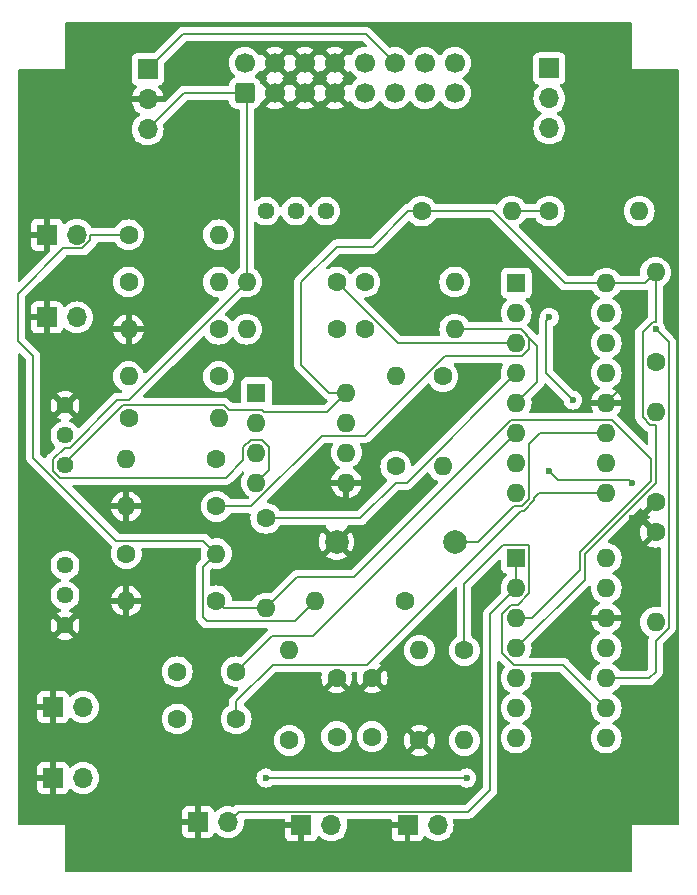
<source format=gbl>
%TF.GenerationSoftware,KiCad,Pcbnew,8.0.0*%
%TF.CreationDate,2024-03-09T23:27:06+01:00*%
%TF.ProjectId,Pure VCO,50757265-2056-4434-9f2e-6b696361645f,rev?*%
%TF.SameCoordinates,Original*%
%TF.FileFunction,Copper,L2,Bot*%
%TF.FilePolarity,Positive*%
%FSLAX46Y46*%
G04 Gerber Fmt 4.6, Leading zero omitted, Abs format (unit mm)*
G04 Created by KiCad (PCBNEW 8.0.0) date 2024-03-09 23:27:06*
%MOMM*%
%LPD*%
G01*
G04 APERTURE LIST*
G04 Aperture macros list*
%AMRoundRect*
0 Rectangle with rounded corners*
0 $1 Rounding radius*
0 $2 $3 $4 $5 $6 $7 $8 $9 X,Y pos of 4 corners*
0 Add a 4 corners polygon primitive as box body*
4,1,4,$2,$3,$4,$5,$6,$7,$8,$9,$2,$3,0*
0 Add four circle primitives for the rounded corners*
1,1,$1+$1,$2,$3*
1,1,$1+$1,$4,$5*
1,1,$1+$1,$6,$7*
1,1,$1+$1,$8,$9*
0 Add four rect primitives between the rounded corners*
20,1,$1+$1,$2,$3,$4,$5,0*
20,1,$1+$1,$4,$5,$6,$7,0*
20,1,$1+$1,$6,$7,$8,$9,0*
20,1,$1+$1,$8,$9,$2,$3,0*%
G04 Aperture macros list end*
%TA.AperFunction,ComponentPad*%
%ADD10C,1.600000*%
%TD*%
%TA.AperFunction,ComponentPad*%
%ADD11C,1.440000*%
%TD*%
%TA.AperFunction,ComponentPad*%
%ADD12O,1.600000X1.600000*%
%TD*%
%TA.AperFunction,ComponentPad*%
%ADD13R,1.700000X1.700000*%
%TD*%
%TA.AperFunction,ComponentPad*%
%ADD14O,1.700000X1.700000*%
%TD*%
%TA.AperFunction,ComponentPad*%
%ADD15R,1.600000X1.600000*%
%TD*%
%TA.AperFunction,ComponentPad*%
%ADD16RoundRect,0.250000X0.600000X-0.600000X0.600000X0.600000X-0.600000X0.600000X-0.600000X-0.600000X0*%
%TD*%
%TA.AperFunction,ComponentPad*%
%ADD17C,1.700000*%
%TD*%
%TA.AperFunction,ComponentPad*%
%ADD18C,2.000000*%
%TD*%
%TA.AperFunction,ViaPad*%
%ADD19C,0.600000*%
%TD*%
%TA.AperFunction,Conductor*%
%ADD20C,0.200000*%
%TD*%
G04 APERTURE END LIST*
D10*
%TO.P,C5,1*%
%TO.N,GND*%
X75000000Y-89500000D03*
%TO.P,C5,2*%
%TO.N,Net-(C5-Pad2)*%
X75000000Y-94500000D03*
%TD*%
D11*
%TO.P,RV1,1,1*%
%TO.N,GND*%
X49000000Y-66460000D03*
%TO.P,RV1,2,2*%
%TO.N,Net-(R9-Pad1)*%
X49000000Y-69000000D03*
%TO.P,RV1,3,3*%
%TO.N,+12V*%
X49000000Y-71540000D03*
%TD*%
D10*
%TO.P,C4,1*%
%TO.N,GND*%
X72000000Y-89500000D03*
%TO.P,C4,2*%
%TO.N,Net-(C4-Pad2)*%
X72000000Y-94500000D03*
%TD*%
%TO.P,R10,1*%
%TO.N,GND*%
X79000000Y-94810000D03*
D12*
%TO.P,R10,2*%
%TO.N,Net-(U2C--)*%
X79000000Y-87190000D03*
%TD*%
D10*
%TO.P,R5,1*%
%TO.N,Net-(R5-Pad1)*%
X90000000Y-50000000D03*
D12*
%TO.P,R5,2*%
%TO.N,Net-(U1-VLFI)*%
X97620000Y-50000000D03*
%TD*%
D10*
%TO.P,R8,1*%
%TO.N,Net-(U2A-+)*%
X61810000Y-83000000D03*
D12*
%TO.P,R8,2*%
%TO.N,GND*%
X54190000Y-83000000D03*
%TD*%
D10*
%TO.P,R15,1*%
%TO.N,Net-(C5-Pad2)*%
X77810000Y-83000000D03*
D12*
%TO.P,R15,2*%
%TO.N,Net-(U1-VFCI)*%
X70190000Y-83000000D03*
%TD*%
D13*
%TO.P,J9,1,Pin_1*%
%TO.N,Net-(J9-Pin_1)*%
X90000000Y-37920000D03*
D14*
%TO.P,J9,2,Pin_2*%
%TO.N,Net-(J9-Pin_2)*%
X90000000Y-40460000D03*
%TO.P,J9,3,Pin_3*%
%TO.N,Net-(J9-Pin_3)*%
X90000000Y-43000000D03*
%TD*%
D10*
%TO.P,R2,1*%
%TO.N,Net-(U1-SCALE1)*%
X74380000Y-56000000D03*
D12*
%TO.P,R2,2*%
%TO.N,Net-(R2-Pad2)*%
X82000000Y-56000000D03*
%TD*%
D13*
%TO.P,J1,1,Pin_1*%
%TO.N,GND*%
X48000000Y-92000000D03*
D14*
%TO.P,J1,2,Pin_2*%
%TO.N,Net-(J1-Pin_2)*%
X50540000Y-92000000D03*
%TD*%
D13*
%TO.P,J4,1,Pin_1*%
%TO.N,GND*%
X60265000Y-101735000D03*
D14*
%TO.P,J4,2,Pin_2*%
%TO.N,Net-(J4-Pin_2)*%
X62805000Y-101735000D03*
%TD*%
D13*
%TO.P,J5,1,Pin_1*%
%TO.N,GND*%
X69000000Y-102000000D03*
D14*
%TO.P,J5,2,Pin_2*%
%TO.N,Net-(J5-Pin_2)*%
X71540000Y-102000000D03*
%TD*%
D10*
%TO.P,R1,1*%
%TO.N,GND*%
X99000000Y-74620000D03*
D12*
%TO.P,R1,2*%
%TO.N,Net-(U1-VHFT)*%
X99000000Y-67000000D03*
%TD*%
D13*
%TO.P,J10,1,Pin_1*%
%TO.N,GND*%
X78000000Y-102000000D03*
D14*
%TO.P,J10,2,Pin_2*%
%TO.N,Net-(J10-Pin_2)*%
X80540000Y-102000000D03*
%TD*%
D10*
%TO.P,R7,1*%
%TO.N,Net-(J9-Pin_3)*%
X66000000Y-76000000D03*
D12*
%TO.P,R7,2*%
%TO.N,Net-(U2A-+)*%
X66000000Y-83620000D03*
%TD*%
D10*
%TO.P,R19,1*%
%TO.N,Net-(R18-Pad2)*%
X62000000Y-60000000D03*
D12*
%TO.P,R19,2*%
%TO.N,GND*%
X54380000Y-60000000D03*
%TD*%
D10*
%TO.P,R24,1*%
%TO.N,Net-(R22-Pad2)*%
X74380000Y-60000000D03*
D12*
%TO.P,R24,2*%
%TO.N,Net-(U1-VPWM)*%
X82000000Y-60000000D03*
%TD*%
D10*
%TO.P,R12,1*%
%TO.N,Net-(C4-Pad2)*%
X68000000Y-94810000D03*
D12*
%TO.P,R12,2*%
%TO.N,Net-(U1-VLFI)*%
X68000000Y-87190000D03*
%TD*%
D10*
%TO.P,R14,1*%
%TO.N,Net-(U1-VFCI)*%
X99000000Y-62810000D03*
D12*
%TO.P,R14,2*%
%TO.N,+12V*%
X99000000Y-55190000D03*
%TD*%
D10*
%TO.P,R9,1*%
%TO.N,Net-(R9-Pad1)*%
X54380000Y-67500000D03*
D12*
%TO.P,R9,2*%
%TO.N,Net-(U3A--)*%
X62000000Y-67500000D03*
%TD*%
D10*
%TO.P,R4,1*%
%TO.N,Net-(U1-SCALE2)*%
X81000000Y-64000000D03*
D12*
%TO.P,R4,2*%
%TO.N,Net-(U1-VEE)*%
X81000000Y-71620000D03*
%TD*%
D10*
%TO.P,R18,1*%
%TO.N,Net-(J7-Pin_2)*%
X54380000Y-56000000D03*
D12*
%TO.P,R18,2*%
%TO.N,Net-(R18-Pad2)*%
X62000000Y-56000000D03*
%TD*%
D15*
%TO.P,U2,1*%
%TO.N,Net-(J4-Pin_2)*%
X87200000Y-79375000D03*
D12*
%TO.P,U2,2,-*%
X87200000Y-81915000D03*
%TO.P,U2,3,+*%
%TO.N,Net-(U2A-+)*%
X87200000Y-84455000D03*
%TO.P,U2,4,V+*%
%TO.N,+12V*%
X87200000Y-86995000D03*
%TO.P,U2,5,+*%
%TO.N,Net-(J9-Pin_2)*%
X87200000Y-89535000D03*
%TO.P,U2,6,-*%
%TO.N,Net-(J5-Pin_2)*%
X87200000Y-92075000D03*
%TO.P,U2,7*%
X87200000Y-94615000D03*
%TO.P,U2,8*%
%TO.N,Net-(J10-Pin_2)*%
X94820000Y-94615000D03*
%TO.P,U2,9,-*%
%TO.N,Net-(U2C--)*%
X94820000Y-92075000D03*
%TO.P,U2,10,+*%
%TO.N,Net-(J9-Pin_1)*%
X94820000Y-89535000D03*
%TO.P,U2,11,V-*%
%TO.N,-12V*%
X94820000Y-86995000D03*
%TO.P,U2,12,+*%
%TO.N,GND*%
X94820000Y-84455000D03*
%TO.P,U2,13,-*%
%TO.N,Net-(U2D--)*%
X94820000Y-81915000D03*
%TO.P,U2,14*%
X94820000Y-79375000D03*
%TD*%
D10*
%TO.P,R17,1*%
%TO.N,Net-(R17-Pad1)*%
X54190000Y-79000000D03*
D12*
%TO.P,R17,2*%
%TO.N,Net-(U1-VFCI)*%
X61810000Y-79000000D03*
%TD*%
D10*
%TO.P,R19,1*%
%TO.N,Net-(R19-Pad1)*%
X61810000Y-71000000D03*
D12*
%TO.P,R19,2*%
%TO.N,Net-(U3B--)*%
X54190000Y-71000000D03*
%TD*%
D11*
%TO.P,RV3,1,1*%
%TO.N,Net-(R2-Pad2)*%
X71080000Y-50000000D03*
%TO.P,RV3,2,2*%
%TO.N,Net-(U1-VEE)*%
X68540000Y-50000000D03*
%TO.P,RV3,3,3*%
X66000000Y-50000000D03*
%TD*%
D10*
%TO.P,R3,1*%
%TO.N,Net-(U1-VEE)*%
X72000000Y-56000000D03*
D12*
%TO.P,R3,2*%
%TO.N,-12V*%
X64380000Y-56000000D03*
%TD*%
D10*
%TO.P,R16,1*%
%TO.N,Net-(U1-VFCI)*%
X54380000Y-52000000D03*
D12*
%TO.P,R16,2*%
%TO.N,Net-(J8-Pin_2)*%
X62000000Y-52000000D03*
%TD*%
D10*
%TO.P,C3,1*%
%TO.N,Net-(J3-Pin_2)*%
X58500000Y-93000000D03*
%TO.P,C3,2*%
%TO.N,Net-(U1-VSSI)*%
X63500000Y-93000000D03*
%TD*%
%TO.P,R23,1*%
%TO.N,Net-(U3A--)*%
X72000000Y-60000000D03*
D12*
%TO.P,R23,2*%
%TO.N,Net-(R19-Pad1)*%
X64380000Y-60000000D03*
%TD*%
D13*
%TO.P,J8,1,Pin_1*%
%TO.N,GND*%
X47460000Y-52000000D03*
D14*
%TO.P,J8,2,Pin_2*%
%TO.N,Net-(J8-Pin_2)*%
X50000000Y-52000000D03*
%TD*%
D10*
%TO.P,R22,1*%
%TO.N,Net-(U3B--)*%
X77000000Y-71620000D03*
D12*
%TO.P,R22,2*%
%TO.N,Net-(R22-Pad2)*%
X77000000Y-64000000D03*
%TD*%
D10*
%TO.P,C2,1*%
%TO.N,Net-(J1-Pin_2)*%
X58500000Y-89000000D03*
%TO.P,C2,2*%
%TO.N,Net-(U1-VHSI)*%
X63500000Y-89000000D03*
%TD*%
D11*
%TO.P,RV2,1,1*%
%TO.N,GND*%
X49000000Y-85080000D03*
%TO.P,RV2,2,2*%
%TO.N,Net-(R17-Pad1)*%
X49000000Y-82540000D03*
%TO.P,RV2,3,3*%
%TO.N,+12V*%
X49000000Y-80000000D03*
%TD*%
D13*
%TO.P,J6,1,Pin_1*%
%TO.N,+12V*%
X56000000Y-38000000D03*
D14*
%TO.P,J6,2,Pin_2*%
%TO.N,GND*%
X56000000Y-40540000D03*
%TO.P,J6,3,Pin_3*%
%TO.N,-12V*%
X56000000Y-43080000D03*
%TD*%
D10*
%TO.P,R6,1*%
%TO.N,+12V*%
X79190000Y-50000000D03*
D12*
%TO.P,R6,2*%
%TO.N,Net-(R5-Pad1)*%
X86810000Y-50000000D03*
%TD*%
D15*
%TO.P,U1,1,SCALE1*%
%TO.N,Net-(U1-SCALE1)*%
X87200000Y-56100000D03*
D12*
%TO.P,U1,2,SCALE2*%
%TO.N,Net-(U1-SCALE2)*%
X87200000Y-58640000D03*
%TO.P,U1,3,VEE*%
%TO.N,Net-(U1-VEE)*%
X87200000Y-61180000D03*
%TO.P,U1,4,VP*%
%TO.N,Net-(J9-Pin_3)*%
X87200000Y-63720000D03*
%TO.P,U1,5,VPWM*%
%TO.N,Net-(U1-VPWM)*%
X87200000Y-66260000D03*
%TO.P,U1,6,VHSI*%
%TO.N,Net-(U1-VHSI)*%
X87200000Y-68800000D03*
%TO.P,U1,7,VHFT*%
%TO.N,Net-(U1-VHFT)*%
X87200000Y-71340000D03*
%TO.P,U1,8,VSO*%
%TO.N,Net-(J9-Pin_2)*%
X87200000Y-73880000D03*
%TO.P,U1,9,VSSI*%
%TO.N,Net-(U1-VSSI)*%
X94820000Y-73880000D03*
%TO.P,U1,10,VTO*%
%TO.N,Net-(J9-Pin_1)*%
X94820000Y-71340000D03*
%TO.P,U1,11,CAP*%
%TO.N,Net-(U1-CAP)*%
X94820000Y-68800000D03*
%TO.P,U1,12,GND*%
%TO.N,GND*%
X94820000Y-66260000D03*
%TO.P,U1,13,VLFI*%
%TO.N,Net-(U1-VLFI)*%
X94820000Y-63720000D03*
%TO.P,U1,14,VS*%
%TO.N,Net-(U1-VS)*%
X94820000Y-61180000D03*
%TO.P,U1,15,VFCI*%
%TO.N,Net-(U1-VFCI)*%
X94820000Y-58640000D03*
%TO.P,U1,16,VCC*%
%TO.N,+12V*%
X94820000Y-56100000D03*
%TD*%
D10*
%TO.P,R25,1*%
%TO.N,Net-(U1-VPWM)*%
X61810000Y-75000000D03*
D12*
%TO.P,R25,2*%
%TO.N,GND*%
X54190000Y-75000000D03*
%TD*%
D16*
%TO.P,J2,1,Pin_1*%
%TO.N,-12V*%
X64220000Y-40000000D03*
D17*
%TO.P,J2,2,Pin_2*%
X64220000Y-37460000D03*
%TO.P,J2,3,Pin_3*%
%TO.N,GND*%
X66760000Y-40000000D03*
%TO.P,J2,4,Pin_4*%
X66760000Y-37460000D03*
%TO.P,J2,5,Pin_5*%
X69300000Y-40000000D03*
%TO.P,J2,6,Pin_6*%
X69300000Y-37460000D03*
%TO.P,J2,7,Pin_7*%
X71840000Y-40000000D03*
%TO.P,J2,8,Pin_8*%
X71840000Y-37460000D03*
%TO.P,J2,9,Pin_9*%
%TO.N,Net-(J2-Pin_10)*%
X74380000Y-40000000D03*
%TO.P,J2,10,Pin_10*%
X74380000Y-37460000D03*
%TO.P,J2,11,Pin_11*%
%TO.N,+12V*%
X76920000Y-40000000D03*
%TO.P,J2,12,Pin_12*%
X76920000Y-37460000D03*
%TO.P,J2,13,Pin_13*%
%TO.N,Net-(J2-Pin_13)*%
X79460000Y-40000000D03*
%TO.P,J2,14,Pin_14*%
X79460000Y-37460000D03*
%TO.P,J2,15,Pin_15*%
%TO.N,Net-(J2-Pin_15)*%
X82000000Y-40000000D03*
%TO.P,J2,16,Pin_16*%
X82000000Y-37460000D03*
%TD*%
D18*
%TO.P,C1,1*%
%TO.N,GND*%
X72000000Y-78000000D03*
%TO.P,C1,2*%
%TO.N,Net-(U1-CAP)*%
X82000000Y-78000000D03*
%TD*%
D10*
%TO.P,R18,1*%
%TO.N,Net-(U3A--)*%
X62000000Y-64000000D03*
D12*
%TO.P,R18,2*%
%TO.N,Net-(J7-Pin_2)*%
X54380000Y-64000000D03*
%TD*%
D13*
%TO.P,J7,1,Pin_1*%
%TO.N,GND*%
X47460000Y-59000000D03*
D14*
%TO.P,J7,2,Pin_2*%
%TO.N,Net-(J7-Pin_2)*%
X50000000Y-59000000D03*
%TD*%
D15*
%TO.P,U3,1*%
%TO.N,Net-(R19-Pad1)*%
X65200000Y-65380000D03*
D12*
%TO.P,U3,2,-*%
%TO.N,Net-(U3A--)*%
X65200000Y-67920000D03*
%TO.P,U3,3,+*%
%TO.N,GND*%
X65200000Y-70460000D03*
%TO.P,U3,4,V-*%
%TO.N,-12V*%
X65200000Y-73000000D03*
%TO.P,U3,5,+*%
%TO.N,GND*%
X72820000Y-73000000D03*
%TO.P,U3,6,-*%
%TO.N,Net-(U3B--)*%
X72820000Y-70460000D03*
%TO.P,U3,7*%
%TO.N,Net-(R22-Pad2)*%
X72820000Y-67920000D03*
%TO.P,U3,8,V+*%
%TO.N,+12V*%
X72820000Y-65380000D03*
%TD*%
D10*
%TO.P,R11,1*%
%TO.N,Net-(U2C--)*%
X82810000Y-87190000D03*
D12*
%TO.P,R11,2*%
%TO.N,Net-(J10-Pin_2)*%
X82810000Y-94810000D03*
%TD*%
D13*
%TO.P,J3,1,Pin_1*%
%TO.N,GND*%
X48000000Y-98000000D03*
D14*
%TO.P,J3,2,Pin_2*%
%TO.N,Net-(J3-Pin_2)*%
X50540000Y-98000000D03*
%TD*%
D10*
%TO.P,R13,1*%
%TO.N,GND*%
X99000000Y-77190000D03*
D12*
%TO.P,R13,2*%
%TO.N,Net-(U1-VS)*%
X99000000Y-84810000D03*
%TD*%
D19*
%TO.N,GND*%
X97000000Y-76000000D03*
X97000000Y-65000000D03*
%TO.N,-12V*%
X66000000Y-98000000D03*
X83000000Y-98000000D03*
%TO.N,Net-(J9-Pin_1)*%
X99000000Y-60000000D03*
%TO.N,Net-(J9-Pin_2)*%
X90000000Y-59000000D03*
X92000000Y-66000000D03*
%TO.N,Net-(U1-VHFT)*%
X90000000Y-72000000D03*
X97000000Y-73000000D03*
%TD*%
D20*
%TO.N,Net-(U1-CAP)*%
X89200000Y-68800000D02*
X88300000Y-69700000D01*
X94820000Y-68800000D02*
X89200000Y-68800000D01*
X84000000Y-78000000D02*
X82000000Y-78000000D01*
X87020000Y-74980000D02*
X84000000Y-78000000D01*
X88300000Y-74335635D02*
X87655635Y-74980000D01*
X88300000Y-69700000D02*
X88300000Y-74335635D01*
X87655635Y-74980000D02*
X87020000Y-74980000D01*
%TO.N,GND*%
X97000000Y-76000000D02*
X97620000Y-76000000D01*
X97620000Y-76000000D02*
X99000000Y-74620000D01*
X97000000Y-65000000D02*
X96080000Y-65000000D01*
X96080000Y-65000000D02*
X94820000Y-66260000D01*
%TO.N,Net-(U1-VHSI)*%
X87200000Y-68800000D02*
X70000000Y-86000000D01*
X66500000Y-86000000D02*
X63500000Y-89000000D01*
X70000000Y-86000000D02*
X66500000Y-86000000D01*
%TO.N,Net-(U1-VSSI)*%
X87620000Y-75380000D02*
X74600000Y-88400000D01*
X88700000Y-74501321D02*
X87821321Y-75380000D01*
X66600000Y-88400000D02*
X63500000Y-91500000D01*
X87821321Y-75380000D02*
X87620000Y-75380000D01*
X94820000Y-73880000D02*
X89120000Y-73880000D01*
X89120000Y-73880000D02*
X88700000Y-74300000D01*
X88700000Y-74300000D02*
X88700000Y-74501321D01*
X63500000Y-91500000D02*
X63500000Y-93000000D01*
X74600000Y-88400000D02*
X66600000Y-88400000D01*
%TO.N,Net-(U1-VEE)*%
X77180000Y-61180000D02*
X87200000Y-61180000D01*
X72000000Y-56000000D02*
X77180000Y-61180000D01*
%TO.N,-12V*%
X66300000Y-71900000D02*
X65200000Y-73000000D01*
X54380000Y-66000000D02*
X53442498Y-66000000D01*
X64380000Y-40160000D02*
X64220000Y-40000000D01*
X64744365Y-69360000D02*
X65655635Y-69360000D01*
X47980000Y-71020000D02*
X47980000Y-71980000D01*
X53442498Y-66000000D02*
X49422498Y-70020000D01*
X66000000Y-98000000D02*
X67000000Y-98000000D01*
X64100000Y-70004365D02*
X64744365Y-69360000D01*
X48560000Y-72560000D02*
X62624365Y-72560000D01*
X64380000Y-56000000D02*
X64380000Y-40160000D01*
X48980000Y-70020000D02*
X47980000Y-71020000D01*
X64100000Y-71084365D02*
X64100000Y-70004365D01*
X56000000Y-43080000D02*
X59080000Y-40000000D01*
X67000000Y-98000000D02*
X83000000Y-98000000D01*
X59080000Y-40000000D02*
X64220000Y-40000000D01*
X62624365Y-72560000D02*
X64100000Y-71084365D01*
X47980000Y-71980000D02*
X48560000Y-72560000D01*
X65655635Y-69360000D02*
X66300000Y-70004365D01*
X49422498Y-70020000D02*
X48980000Y-70020000D01*
X66300000Y-70004365D02*
X66300000Y-71900000D01*
X64380000Y-56000000D02*
X54380000Y-66000000D01*
%TO.N,Net-(R5-Pad1)*%
X86810000Y-50000000D02*
X90000000Y-50000000D01*
%TO.N,+12V*%
X69000000Y-56000000D02*
X69000000Y-63000000D01*
X87200000Y-86995000D02*
X93000000Y-81195000D01*
X99000000Y-59400000D02*
X99000000Y-55190000D01*
X98544365Y-68100000D02*
X97900000Y-67455635D01*
X72820000Y-65380000D02*
X71200000Y-67000000D01*
X69000000Y-63000000D02*
X71380000Y-65380000D01*
X91354365Y-56100000D02*
X85254365Y-50000000D01*
X59000000Y-35000000D02*
X74460000Y-35000000D01*
X62455635Y-66400000D02*
X53924365Y-66400000D01*
X75058630Y-53000000D02*
X72000000Y-53000000D01*
X56000000Y-38000000D02*
X59000000Y-35000000D01*
X93000000Y-81195000D02*
X93000000Y-79000000D01*
X53924365Y-66400000D02*
X49000000Y-71324365D01*
X74460000Y-35000000D02*
X76920000Y-37460000D01*
X97900000Y-60251471D02*
X98751471Y-59400000D01*
X97900000Y-67455635D02*
X97900000Y-60251471D01*
X71380000Y-65380000D02*
X72820000Y-65380000D01*
X65655635Y-66820000D02*
X62875635Y-66820000D01*
X99000000Y-73000000D02*
X99000000Y-68100000D01*
X98090000Y-56100000D02*
X94820000Y-56100000D01*
X94820000Y-56100000D02*
X91354365Y-56100000D01*
X72000000Y-53000000D02*
X69000000Y-56000000D01*
X71200000Y-67000000D02*
X65835635Y-67000000D01*
X99000000Y-68100000D02*
X98544365Y-68100000D01*
X99000000Y-55190000D02*
X98090000Y-56100000D01*
X85254365Y-50000000D02*
X79190000Y-50000000D01*
X49000000Y-71324365D02*
X49000000Y-71540000D01*
X93000000Y-79000000D02*
X99000000Y-73000000D01*
X62875635Y-66820000D02*
X62455635Y-66400000D01*
X98751471Y-59400000D02*
X99000000Y-59400000D01*
X78058630Y-50000000D02*
X75058630Y-53000000D01*
X79190000Y-50000000D02*
X78058630Y-50000000D01*
X65835635Y-67000000D02*
X65655635Y-66820000D01*
%TO.N,Net-(U2A-+)*%
X92600000Y-78834314D02*
X92600000Y-80400000D01*
X62430000Y-83620000D02*
X61810000Y-83000000D01*
X95275635Y-67700000D02*
X98600000Y-71024365D01*
X86744365Y-67700000D02*
X95275635Y-67700000D01*
X98600000Y-72834314D02*
X92600000Y-78834314D01*
X92600000Y-80400000D02*
X88545000Y-84455000D01*
X66000000Y-83620000D02*
X68620000Y-81000000D01*
X98600000Y-71024365D02*
X98600000Y-72834314D01*
X68620000Y-81000000D02*
X73444365Y-81000000D01*
X66000000Y-83620000D02*
X62430000Y-83620000D01*
X88545000Y-84455000D02*
X87200000Y-84455000D01*
X73444365Y-81000000D02*
X86744365Y-67700000D01*
%TO.N,Net-(J9-Pin_3)*%
X74000000Y-76000000D02*
X66000000Y-76000000D01*
X77920000Y-73000000D02*
X77000000Y-73000000D01*
X77000000Y-73000000D02*
X74000000Y-76000000D01*
X87200000Y-63720000D02*
X77920000Y-73000000D01*
%TO.N,Net-(U2C--)*%
X86000000Y-87435000D02*
X87000000Y-88435000D01*
X91180000Y-88435000D02*
X94820000Y-92075000D01*
X86100000Y-78275000D02*
X88300000Y-78275000D01*
X87000000Y-88435000D02*
X91180000Y-88435000D01*
X82810000Y-87190000D02*
X82810000Y-81565000D01*
X86759023Y-83340343D02*
X86000000Y-84099366D01*
X82810000Y-81565000D02*
X86100000Y-78275000D01*
X87330292Y-83340343D02*
X86759023Y-83340343D01*
X88300000Y-78275000D02*
X88300000Y-82370635D01*
X88300000Y-82370635D02*
X87330292Y-83340343D01*
X86000000Y-84099366D02*
X86000000Y-87435000D01*
%TO.N,Net-(U1-VFCI)*%
X46310000Y-70875685D02*
X53334315Y-77900000D01*
X61030000Y-84720000D02*
X68470000Y-84720000D01*
X51150000Y-52000000D02*
X51150000Y-52476346D01*
X48850000Y-53150000D02*
X45000000Y-57000000D01*
X50476346Y-53150000D02*
X48850000Y-53150000D01*
X61810000Y-79000000D02*
X60710000Y-80100000D01*
X68470000Y-84720000D02*
X70190000Y-83000000D01*
X46310000Y-62310000D02*
X46310000Y-70875685D01*
X45000000Y-61000000D02*
X46310000Y-62310000D01*
X60710000Y-84400000D02*
X61030000Y-84720000D01*
X53334315Y-77900000D02*
X60710000Y-77900000D01*
X54380000Y-52000000D02*
X51150000Y-52000000D01*
X60710000Y-77900000D02*
X61810000Y-79000000D01*
X60710000Y-80100000D02*
X60710000Y-84400000D01*
X45000000Y-57000000D02*
X45000000Y-61000000D01*
X51150000Y-52476346D02*
X50476346Y-53150000D01*
%TO.N,Net-(U1-VPWM)*%
X74424365Y-69020000D02*
X81164365Y-62280000D01*
X89000000Y-64460000D02*
X87200000Y-66260000D01*
X87575635Y-60000000D02*
X89000000Y-61424365D01*
X87575635Y-60000000D02*
X82000000Y-60000000D01*
X88300000Y-61635635D02*
X88300000Y-60724365D01*
X87655635Y-62280000D02*
X88300000Y-61635635D01*
X81164365Y-62280000D02*
X87655635Y-62280000D01*
X64755635Y-75000000D02*
X70735635Y-69020000D01*
X61810000Y-75000000D02*
X64755635Y-75000000D01*
X70735635Y-69020000D02*
X74424365Y-69020000D01*
X88300000Y-60724365D02*
X87575635Y-60000000D01*
X89000000Y-61424365D02*
X89000000Y-64460000D01*
%TO.N,Net-(J9-Pin_1)*%
X98465000Y-89535000D02*
X94820000Y-89535000D01*
X100100000Y-85265635D02*
X99000000Y-86365635D01*
X100100000Y-61100000D02*
X100100000Y-85265635D01*
X99000000Y-86365635D02*
X99000000Y-89000000D01*
X99000000Y-89000000D02*
X98465000Y-89535000D01*
X99000000Y-60000000D02*
X100100000Y-61100000D01*
%TO.N,Net-(J9-Pin_2)*%
X89700000Y-59300000D02*
X89700000Y-63700000D01*
X89700000Y-63700000D02*
X92000000Y-66000000D01*
X90000000Y-59000000D02*
X89700000Y-59300000D01*
%TO.N,Net-(J4-Pin_2)*%
X85000000Y-99000000D02*
X85000000Y-84115000D01*
X62805000Y-101735000D02*
X63690000Y-100850000D01*
X87200000Y-79375000D02*
X87200000Y-81915000D01*
X85000000Y-84115000D02*
X87200000Y-81915000D01*
X63690000Y-100850000D02*
X83150000Y-100850000D01*
X83150000Y-100850000D02*
X85000000Y-99000000D01*
%TO.N,Net-(U1-VHFT)*%
X96780000Y-72780000D02*
X90780000Y-72780000D01*
X90780000Y-72780000D02*
X90000000Y-72000000D01*
X97000000Y-73000000D02*
X96780000Y-72780000D01*
%TD*%
%TA.AperFunction,Conductor*%
%TO.N,GND*%
G36*
X96943039Y-34019685D02*
G01*
X96988794Y-34072489D01*
X97000000Y-34124000D01*
X97000000Y-38000000D01*
X100876000Y-38000000D01*
X100943039Y-38019685D01*
X100988794Y-38072489D01*
X101000000Y-38124000D01*
X101000000Y-101876000D01*
X100980315Y-101943039D01*
X100927511Y-101988794D01*
X100876000Y-102000000D01*
X97000000Y-102000000D01*
X97000000Y-105876000D01*
X96980315Y-105943039D01*
X96927511Y-105988794D01*
X96876000Y-106000000D01*
X49124000Y-106000000D01*
X49056961Y-105980315D01*
X49011206Y-105927511D01*
X49000000Y-105876000D01*
X49000000Y-102000000D01*
X45124000Y-102000000D01*
X45056961Y-101980315D01*
X45011206Y-101927511D01*
X45000000Y-101876000D01*
X45000000Y-98897844D01*
X46650000Y-98897844D01*
X46656401Y-98957372D01*
X46656403Y-98957379D01*
X46706645Y-99092086D01*
X46706649Y-99092093D01*
X46792809Y-99207187D01*
X46792812Y-99207190D01*
X46907906Y-99293350D01*
X46907913Y-99293354D01*
X47042620Y-99343596D01*
X47042627Y-99343598D01*
X47102155Y-99349999D01*
X47102172Y-99350000D01*
X47750000Y-99350000D01*
X47750000Y-98433012D01*
X47807007Y-98465925D01*
X47934174Y-98500000D01*
X48065826Y-98500000D01*
X48192993Y-98465925D01*
X48250000Y-98433012D01*
X48250000Y-99350000D01*
X48897828Y-99350000D01*
X48897844Y-99349999D01*
X48957372Y-99343598D01*
X48957379Y-99343596D01*
X49092086Y-99293354D01*
X49092093Y-99293350D01*
X49207187Y-99207190D01*
X49207190Y-99207187D01*
X49293350Y-99092093D01*
X49293354Y-99092086D01*
X49342422Y-98960529D01*
X49384293Y-98904595D01*
X49449757Y-98880178D01*
X49518030Y-98895030D01*
X49546285Y-98916181D01*
X49668599Y-99038495D01*
X49745135Y-99092086D01*
X49862165Y-99174032D01*
X49862167Y-99174033D01*
X49862170Y-99174035D01*
X50076337Y-99273903D01*
X50304592Y-99335063D01*
X50475319Y-99350000D01*
X50539999Y-99355659D01*
X50540000Y-99355659D01*
X50540001Y-99355659D01*
X50604681Y-99350000D01*
X50775408Y-99335063D01*
X51003663Y-99273903D01*
X51217830Y-99174035D01*
X51411401Y-99038495D01*
X51578495Y-98871401D01*
X51714035Y-98677830D01*
X51813903Y-98463663D01*
X51875063Y-98235408D01*
X51895659Y-98000003D01*
X65194435Y-98000003D01*
X65214630Y-98179249D01*
X65214631Y-98179254D01*
X65274211Y-98349523D01*
X65345931Y-98463664D01*
X65370184Y-98502262D01*
X65497738Y-98629816D01*
X65650478Y-98725789D01*
X65768087Y-98766942D01*
X65820745Y-98785368D01*
X65820750Y-98785369D01*
X65999996Y-98805565D01*
X66000000Y-98805565D01*
X66000004Y-98805565D01*
X66179249Y-98785369D01*
X66179252Y-98785368D01*
X66179255Y-98785368D01*
X66349522Y-98725789D01*
X66502262Y-98629816D01*
X66502267Y-98629810D01*
X66505097Y-98627555D01*
X66507275Y-98626665D01*
X66508158Y-98626111D01*
X66508255Y-98626265D01*
X66569783Y-98601145D01*
X66582412Y-98600500D01*
X66920943Y-98600500D01*
X82417588Y-98600500D01*
X82484627Y-98620185D01*
X82494903Y-98627555D01*
X82497736Y-98629814D01*
X82497738Y-98629816D01*
X82650478Y-98725789D01*
X82768087Y-98766942D01*
X82820745Y-98785368D01*
X82820750Y-98785369D01*
X82999996Y-98805565D01*
X83000000Y-98805565D01*
X83000004Y-98805565D01*
X83179249Y-98785369D01*
X83179252Y-98785368D01*
X83179255Y-98785368D01*
X83349522Y-98725789D01*
X83502262Y-98629816D01*
X83629816Y-98502262D01*
X83725789Y-98349522D01*
X83785368Y-98179255D01*
X83785369Y-98179249D01*
X83805565Y-98000003D01*
X83805565Y-97999996D01*
X83785369Y-97820750D01*
X83785368Y-97820745D01*
X83760613Y-97750000D01*
X83725789Y-97650478D01*
X83629816Y-97497738D01*
X83502262Y-97370184D01*
X83425847Y-97322169D01*
X83349523Y-97274211D01*
X83179254Y-97214631D01*
X83179249Y-97214630D01*
X83000004Y-97194435D01*
X82999996Y-97194435D01*
X82820750Y-97214630D01*
X82820745Y-97214631D01*
X82650476Y-97274211D01*
X82497736Y-97370185D01*
X82494903Y-97372445D01*
X82492724Y-97373334D01*
X82491842Y-97373889D01*
X82491744Y-97373734D01*
X82430217Y-97398855D01*
X82417588Y-97399500D01*
X66582412Y-97399500D01*
X66515373Y-97379815D01*
X66505097Y-97372445D01*
X66502263Y-97370185D01*
X66502262Y-97370184D01*
X66425847Y-97322169D01*
X66349523Y-97274211D01*
X66179254Y-97214631D01*
X66179249Y-97214630D01*
X66000004Y-97194435D01*
X65999996Y-97194435D01*
X65820750Y-97214630D01*
X65820745Y-97214631D01*
X65650476Y-97274211D01*
X65497737Y-97370184D01*
X65370184Y-97497737D01*
X65274211Y-97650476D01*
X65214631Y-97820745D01*
X65214630Y-97820750D01*
X65194435Y-97999996D01*
X65194435Y-98000003D01*
X51895659Y-98000003D01*
X51895659Y-98000000D01*
X51875063Y-97764592D01*
X51813903Y-97536337D01*
X51714035Y-97322171D01*
X51680454Y-97274211D01*
X51578494Y-97128597D01*
X51411402Y-96961506D01*
X51411395Y-96961501D01*
X51217834Y-96825967D01*
X51217830Y-96825965D01*
X51146727Y-96792809D01*
X51003663Y-96726097D01*
X51003659Y-96726096D01*
X51003655Y-96726094D01*
X50775413Y-96664938D01*
X50775403Y-96664936D01*
X50540001Y-96644341D01*
X50539999Y-96644341D01*
X50304596Y-96664936D01*
X50304586Y-96664938D01*
X50076344Y-96726094D01*
X50076335Y-96726098D01*
X49862171Y-96825964D01*
X49862169Y-96825965D01*
X49668600Y-96961503D01*
X49546284Y-97083819D01*
X49484961Y-97117303D01*
X49415269Y-97112319D01*
X49359336Y-97070447D01*
X49342421Y-97039470D01*
X49293354Y-96907913D01*
X49293350Y-96907906D01*
X49207190Y-96792812D01*
X49207187Y-96792809D01*
X49092093Y-96706649D01*
X49092086Y-96706645D01*
X48957379Y-96656403D01*
X48957372Y-96656401D01*
X48897844Y-96650000D01*
X48250000Y-96650000D01*
X48250000Y-97566988D01*
X48192993Y-97534075D01*
X48065826Y-97500000D01*
X47934174Y-97500000D01*
X47807007Y-97534075D01*
X47750000Y-97566988D01*
X47750000Y-96650000D01*
X47102155Y-96650000D01*
X47042627Y-96656401D01*
X47042620Y-96656403D01*
X46907913Y-96706645D01*
X46907906Y-96706649D01*
X46792812Y-96792809D01*
X46792809Y-96792812D01*
X46706649Y-96907906D01*
X46706645Y-96907913D01*
X46656403Y-97042620D01*
X46656401Y-97042627D01*
X46650000Y-97102155D01*
X46650000Y-97750000D01*
X47566988Y-97750000D01*
X47534075Y-97807007D01*
X47500000Y-97934174D01*
X47500000Y-98065826D01*
X47534075Y-98192993D01*
X47566988Y-98250000D01*
X46650000Y-98250000D01*
X46650000Y-98897844D01*
X45000000Y-98897844D01*
X45000000Y-94810001D01*
X66694532Y-94810001D01*
X66714364Y-95036686D01*
X66714366Y-95036697D01*
X66773258Y-95256488D01*
X66773261Y-95256497D01*
X66869431Y-95462732D01*
X66869432Y-95462734D01*
X66999954Y-95649141D01*
X67160858Y-95810045D01*
X67160861Y-95810047D01*
X67347266Y-95940568D01*
X67553504Y-96036739D01*
X67773308Y-96095635D01*
X67935230Y-96109801D01*
X67999998Y-96115468D01*
X68000000Y-96115468D01*
X68000002Y-96115468D01*
X68056673Y-96110509D01*
X68226692Y-96095635D01*
X68446496Y-96036739D01*
X68652734Y-95940568D01*
X68839139Y-95810047D01*
X69000047Y-95649139D01*
X69130568Y-95462734D01*
X69226739Y-95256496D01*
X69285635Y-95036692D01*
X69305468Y-94810000D01*
X69285635Y-94583308D01*
X69263313Y-94500001D01*
X70694532Y-94500001D01*
X70714364Y-94726686D01*
X70714366Y-94726697D01*
X70773258Y-94946488D01*
X70773261Y-94946497D01*
X70869431Y-95152732D01*
X70869432Y-95152734D01*
X70999954Y-95339141D01*
X71160858Y-95500045D01*
X71160861Y-95500047D01*
X71347266Y-95630568D01*
X71553504Y-95726739D01*
X71773308Y-95785635D01*
X71935230Y-95799801D01*
X71999998Y-95805468D01*
X72000000Y-95805468D01*
X72000002Y-95805468D01*
X72056673Y-95800509D01*
X72226692Y-95785635D01*
X72446496Y-95726739D01*
X72652734Y-95630568D01*
X72839139Y-95500047D01*
X73000047Y-95339139D01*
X73130568Y-95152734D01*
X73226739Y-94946496D01*
X73285635Y-94726692D01*
X73305468Y-94500001D01*
X73694532Y-94500001D01*
X73714364Y-94726686D01*
X73714366Y-94726697D01*
X73773258Y-94946488D01*
X73773261Y-94946497D01*
X73869431Y-95152732D01*
X73869432Y-95152734D01*
X73999954Y-95339141D01*
X74160858Y-95500045D01*
X74160861Y-95500047D01*
X74347266Y-95630568D01*
X74553504Y-95726739D01*
X74773308Y-95785635D01*
X74935230Y-95799801D01*
X74999998Y-95805468D01*
X75000000Y-95805468D01*
X75000002Y-95805468D01*
X75056673Y-95800509D01*
X75226692Y-95785635D01*
X75446496Y-95726739D01*
X75652734Y-95630568D01*
X75839139Y-95500047D01*
X76000047Y-95339139D01*
X76130568Y-95152734D01*
X76226739Y-94946496D01*
X76263312Y-94810002D01*
X77695034Y-94810002D01*
X77714858Y-95036599D01*
X77714860Y-95036610D01*
X77773730Y-95256317D01*
X77773735Y-95256331D01*
X77869863Y-95462478D01*
X77920974Y-95535472D01*
X78600000Y-94856446D01*
X78600000Y-94862661D01*
X78627259Y-94964394D01*
X78679920Y-95055606D01*
X78754394Y-95130080D01*
X78845606Y-95182741D01*
X78947339Y-95210000D01*
X78953553Y-95210000D01*
X78274526Y-95889025D01*
X78347513Y-95940132D01*
X78347521Y-95940136D01*
X78553668Y-96036264D01*
X78553682Y-96036269D01*
X78773389Y-96095139D01*
X78773400Y-96095141D01*
X78999998Y-96114966D01*
X79000002Y-96114966D01*
X79226599Y-96095141D01*
X79226610Y-96095139D01*
X79446317Y-96036269D01*
X79446331Y-96036264D01*
X79652478Y-95940136D01*
X79725471Y-95889024D01*
X79046447Y-95210000D01*
X79052661Y-95210000D01*
X79154394Y-95182741D01*
X79245606Y-95130080D01*
X79320080Y-95055606D01*
X79372741Y-94964394D01*
X79400000Y-94862661D01*
X79400000Y-94856447D01*
X80079024Y-95535471D01*
X80130136Y-95462478D01*
X80226264Y-95256331D01*
X80226269Y-95256317D01*
X80285139Y-95036610D01*
X80285141Y-95036599D01*
X80304966Y-94810002D01*
X80304966Y-94810001D01*
X81504532Y-94810001D01*
X81524364Y-95036686D01*
X81524366Y-95036697D01*
X81583258Y-95256488D01*
X81583261Y-95256497D01*
X81679431Y-95462732D01*
X81679432Y-95462734D01*
X81809954Y-95649141D01*
X81970858Y-95810045D01*
X81970861Y-95810047D01*
X82157266Y-95940568D01*
X82363504Y-96036739D01*
X82583308Y-96095635D01*
X82745230Y-96109801D01*
X82809998Y-96115468D01*
X82810000Y-96115468D01*
X82810002Y-96115468D01*
X82866673Y-96110509D01*
X83036692Y-96095635D01*
X83256496Y-96036739D01*
X83462734Y-95940568D01*
X83649139Y-95810047D01*
X83810047Y-95649139D01*
X83940568Y-95462734D01*
X84036739Y-95256496D01*
X84095635Y-95036692D01*
X84115468Y-94810000D01*
X84095635Y-94583308D01*
X84036739Y-94363504D01*
X83940568Y-94157266D01*
X83810047Y-93970861D01*
X83810045Y-93970858D01*
X83649141Y-93809954D01*
X83462734Y-93679432D01*
X83462732Y-93679431D01*
X83256497Y-93583261D01*
X83256488Y-93583258D01*
X83036697Y-93524366D01*
X83036693Y-93524365D01*
X83036692Y-93524365D01*
X83036691Y-93524364D01*
X83036686Y-93524364D01*
X82810002Y-93504532D01*
X82809998Y-93504532D01*
X82583313Y-93524364D01*
X82583302Y-93524366D01*
X82363511Y-93583258D01*
X82363502Y-93583261D01*
X82157267Y-93679431D01*
X82157265Y-93679432D01*
X81970858Y-93809954D01*
X81809954Y-93970858D01*
X81679432Y-94157265D01*
X81679431Y-94157267D01*
X81583261Y-94363502D01*
X81583258Y-94363511D01*
X81524366Y-94583302D01*
X81524364Y-94583313D01*
X81504532Y-94809998D01*
X81504532Y-94810001D01*
X80304966Y-94810001D01*
X80304966Y-94809997D01*
X80285141Y-94583400D01*
X80285139Y-94583389D01*
X80226269Y-94363682D01*
X80226264Y-94363668D01*
X80130136Y-94157521D01*
X80130132Y-94157513D01*
X80079025Y-94084526D01*
X79400000Y-94763551D01*
X79400000Y-94757339D01*
X79372741Y-94655606D01*
X79320080Y-94564394D01*
X79245606Y-94489920D01*
X79154394Y-94437259D01*
X79052661Y-94410000D01*
X79046448Y-94410000D01*
X79725472Y-93730974D01*
X79652478Y-93679863D01*
X79446331Y-93583735D01*
X79446317Y-93583730D01*
X79226610Y-93524860D01*
X79226599Y-93524858D01*
X79000002Y-93505034D01*
X78999998Y-93505034D01*
X78773400Y-93524858D01*
X78773389Y-93524860D01*
X78553682Y-93583730D01*
X78553673Y-93583734D01*
X78347516Y-93679866D01*
X78347512Y-93679868D01*
X78274526Y-93730973D01*
X78274526Y-93730974D01*
X78953553Y-94410000D01*
X78947339Y-94410000D01*
X78845606Y-94437259D01*
X78754394Y-94489920D01*
X78679920Y-94564394D01*
X78627259Y-94655606D01*
X78600000Y-94757339D01*
X78600000Y-94763552D01*
X77920974Y-94084526D01*
X77920973Y-94084526D01*
X77869868Y-94157512D01*
X77869866Y-94157516D01*
X77773734Y-94363673D01*
X77773730Y-94363682D01*
X77714860Y-94583389D01*
X77714858Y-94583400D01*
X77695034Y-94809997D01*
X77695034Y-94810002D01*
X76263312Y-94810002D01*
X76285635Y-94726692D01*
X76305468Y-94500000D01*
X76285635Y-94273308D01*
X76226739Y-94053504D01*
X76130568Y-93847266D01*
X76000047Y-93660861D01*
X76000045Y-93660858D01*
X75839141Y-93499954D01*
X75652734Y-93369432D01*
X75652732Y-93369431D01*
X75446497Y-93273261D01*
X75446488Y-93273258D01*
X75226697Y-93214366D01*
X75226693Y-93214365D01*
X75226692Y-93214365D01*
X75226691Y-93214364D01*
X75226686Y-93214364D01*
X75000002Y-93194532D01*
X74999998Y-93194532D01*
X74773313Y-93214364D01*
X74773302Y-93214366D01*
X74553511Y-93273258D01*
X74553502Y-93273261D01*
X74347267Y-93369431D01*
X74347265Y-93369432D01*
X74160858Y-93499954D01*
X73999954Y-93660858D01*
X73869432Y-93847265D01*
X73869431Y-93847267D01*
X73773261Y-94053502D01*
X73773258Y-94053511D01*
X73714366Y-94273302D01*
X73714364Y-94273313D01*
X73694532Y-94499998D01*
X73694532Y-94500001D01*
X73305468Y-94500001D01*
X73305468Y-94500000D01*
X73285635Y-94273308D01*
X73226739Y-94053504D01*
X73130568Y-93847266D01*
X73000047Y-93660861D01*
X73000045Y-93660858D01*
X72839141Y-93499954D01*
X72652734Y-93369432D01*
X72652732Y-93369431D01*
X72446497Y-93273261D01*
X72446488Y-93273258D01*
X72226697Y-93214366D01*
X72226693Y-93214365D01*
X72226692Y-93214365D01*
X72226691Y-93214364D01*
X72226686Y-93214364D01*
X72000002Y-93194532D01*
X71999998Y-93194532D01*
X71773313Y-93214364D01*
X71773302Y-93214366D01*
X71553511Y-93273258D01*
X71553502Y-93273261D01*
X71347267Y-93369431D01*
X71347265Y-93369432D01*
X71160858Y-93499954D01*
X70999954Y-93660858D01*
X70869432Y-93847265D01*
X70869431Y-93847267D01*
X70773261Y-94053502D01*
X70773258Y-94053511D01*
X70714366Y-94273302D01*
X70714364Y-94273313D01*
X70694532Y-94499998D01*
X70694532Y-94500001D01*
X69263313Y-94500001D01*
X69226739Y-94363504D01*
X69130568Y-94157266D01*
X69000047Y-93970861D01*
X69000045Y-93970858D01*
X68839141Y-93809954D01*
X68652734Y-93679432D01*
X68652732Y-93679431D01*
X68446497Y-93583261D01*
X68446488Y-93583258D01*
X68226697Y-93524366D01*
X68226693Y-93524365D01*
X68226692Y-93524365D01*
X68226691Y-93524364D01*
X68226686Y-93524364D01*
X68000002Y-93504532D01*
X67999998Y-93504532D01*
X67773313Y-93524364D01*
X67773302Y-93524366D01*
X67553511Y-93583258D01*
X67553502Y-93583261D01*
X67347267Y-93679431D01*
X67347265Y-93679432D01*
X67160858Y-93809954D01*
X66999954Y-93970858D01*
X66869432Y-94157265D01*
X66869431Y-94157267D01*
X66773261Y-94363502D01*
X66773258Y-94363511D01*
X66714366Y-94583302D01*
X66714364Y-94583313D01*
X66694532Y-94809998D01*
X66694532Y-94810001D01*
X45000000Y-94810001D01*
X45000000Y-92897844D01*
X46650000Y-92897844D01*
X46656401Y-92957372D01*
X46656403Y-92957379D01*
X46706645Y-93092086D01*
X46706649Y-93092093D01*
X46792809Y-93207187D01*
X46792812Y-93207190D01*
X46907906Y-93293350D01*
X46907913Y-93293354D01*
X47042620Y-93343596D01*
X47042627Y-93343598D01*
X47102155Y-93349999D01*
X47102172Y-93350000D01*
X47750000Y-93350000D01*
X47750000Y-92433012D01*
X47807007Y-92465925D01*
X47934174Y-92500000D01*
X48065826Y-92500000D01*
X48192993Y-92465925D01*
X48250000Y-92433012D01*
X48250000Y-93350000D01*
X48897828Y-93350000D01*
X48897844Y-93349999D01*
X48957372Y-93343598D01*
X48957379Y-93343596D01*
X49092086Y-93293354D01*
X49092093Y-93293350D01*
X49207187Y-93207190D01*
X49207190Y-93207187D01*
X49293350Y-93092093D01*
X49293354Y-93092086D01*
X49342422Y-92960529D01*
X49384293Y-92904595D01*
X49449757Y-92880178D01*
X49518030Y-92895030D01*
X49546285Y-92916181D01*
X49668599Y-93038495D01*
X49720798Y-93075045D01*
X49862165Y-93174032D01*
X49862167Y-93174033D01*
X49862170Y-93174035D01*
X50076337Y-93273903D01*
X50304592Y-93335063D01*
X50475319Y-93350000D01*
X50539999Y-93355659D01*
X50540000Y-93355659D01*
X50540001Y-93355659D01*
X50604681Y-93350000D01*
X50775408Y-93335063D01*
X51003663Y-93273903D01*
X51217830Y-93174035D01*
X51411401Y-93038495D01*
X51449895Y-93000001D01*
X57194532Y-93000001D01*
X57214364Y-93226686D01*
X57214366Y-93226697D01*
X57273258Y-93446488D01*
X57273261Y-93446497D01*
X57369431Y-93652732D01*
X57369432Y-93652734D01*
X57499954Y-93839141D01*
X57660858Y-94000045D01*
X57660861Y-94000047D01*
X57847266Y-94130568D01*
X58053504Y-94226739D01*
X58273308Y-94285635D01*
X58435230Y-94299801D01*
X58499998Y-94305468D01*
X58500000Y-94305468D01*
X58500002Y-94305468D01*
X58556673Y-94300509D01*
X58726692Y-94285635D01*
X58946496Y-94226739D01*
X59152734Y-94130568D01*
X59339139Y-94000047D01*
X59500047Y-93839139D01*
X59630568Y-93652734D01*
X59726739Y-93446496D01*
X59785635Y-93226692D01*
X59805468Y-93000000D01*
X59785635Y-92773308D01*
X59726739Y-92553504D01*
X59630568Y-92347266D01*
X59500047Y-92160861D01*
X59500045Y-92160858D01*
X59339141Y-91999954D01*
X59152734Y-91869432D01*
X59152732Y-91869431D01*
X58946497Y-91773261D01*
X58946488Y-91773258D01*
X58726697Y-91714366D01*
X58726693Y-91714365D01*
X58726692Y-91714365D01*
X58726691Y-91714364D01*
X58726686Y-91714364D01*
X58500002Y-91694532D01*
X58499998Y-91694532D01*
X58273313Y-91714364D01*
X58273302Y-91714366D01*
X58053511Y-91773258D01*
X58053502Y-91773261D01*
X57847267Y-91869431D01*
X57847265Y-91869432D01*
X57660858Y-91999954D01*
X57499954Y-92160858D01*
X57369432Y-92347265D01*
X57369431Y-92347267D01*
X57273261Y-92553502D01*
X57273258Y-92553511D01*
X57214366Y-92773302D01*
X57214364Y-92773313D01*
X57194532Y-92999998D01*
X57194532Y-93000001D01*
X51449895Y-93000001D01*
X51578495Y-92871401D01*
X51714035Y-92677830D01*
X51813903Y-92463663D01*
X51875063Y-92235408D01*
X51895659Y-92000000D01*
X51875063Y-91764592D01*
X51813903Y-91536337D01*
X51714035Y-91322171D01*
X51653601Y-91235861D01*
X51578494Y-91128597D01*
X51411402Y-90961506D01*
X51411395Y-90961501D01*
X51217834Y-90825967D01*
X51217830Y-90825965D01*
X51174981Y-90805984D01*
X51003663Y-90726097D01*
X51003659Y-90726096D01*
X51003655Y-90726094D01*
X50775413Y-90664938D01*
X50775403Y-90664936D01*
X50540001Y-90644341D01*
X50539999Y-90644341D01*
X50304596Y-90664936D01*
X50304586Y-90664938D01*
X50076344Y-90726094D01*
X50076335Y-90726098D01*
X49862171Y-90825964D01*
X49862169Y-90825965D01*
X49668600Y-90961503D01*
X49546284Y-91083819D01*
X49484961Y-91117303D01*
X49415269Y-91112319D01*
X49359336Y-91070447D01*
X49342421Y-91039470D01*
X49293354Y-90907913D01*
X49293350Y-90907906D01*
X49207190Y-90792812D01*
X49207187Y-90792809D01*
X49092093Y-90706649D01*
X49092086Y-90706645D01*
X48957379Y-90656403D01*
X48957372Y-90656401D01*
X48897844Y-90650000D01*
X48250000Y-90650000D01*
X48250000Y-91566988D01*
X48192993Y-91534075D01*
X48065826Y-91500000D01*
X47934174Y-91500000D01*
X47807007Y-91534075D01*
X47750000Y-91566988D01*
X47750000Y-90650000D01*
X47102155Y-90650000D01*
X47042627Y-90656401D01*
X47042620Y-90656403D01*
X46907913Y-90706645D01*
X46907906Y-90706649D01*
X46792812Y-90792809D01*
X46792809Y-90792812D01*
X46706649Y-90907906D01*
X46706645Y-90907913D01*
X46656403Y-91042620D01*
X46656401Y-91042627D01*
X46650000Y-91102155D01*
X46650000Y-91750000D01*
X47566988Y-91750000D01*
X47534075Y-91807007D01*
X47500000Y-91934174D01*
X47500000Y-92065826D01*
X47534075Y-92192993D01*
X47566988Y-92250000D01*
X46650000Y-92250000D01*
X46650000Y-92897844D01*
X45000000Y-92897844D01*
X45000000Y-89000001D01*
X57194532Y-89000001D01*
X57214364Y-89226686D01*
X57214366Y-89226697D01*
X57273258Y-89446488D01*
X57273261Y-89446497D01*
X57369431Y-89652732D01*
X57369432Y-89652734D01*
X57499954Y-89839141D01*
X57660858Y-90000045D01*
X57682959Y-90015520D01*
X57847266Y-90130568D01*
X58053504Y-90226739D01*
X58053509Y-90226740D01*
X58053511Y-90226741D01*
X58106415Y-90240916D01*
X58273308Y-90285635D01*
X58435230Y-90299801D01*
X58499998Y-90305468D01*
X58500000Y-90305468D01*
X58500002Y-90305468D01*
X58556673Y-90300509D01*
X58726692Y-90285635D01*
X58946496Y-90226739D01*
X59152734Y-90130568D01*
X59339139Y-90000047D01*
X59500047Y-89839139D01*
X59630568Y-89652734D01*
X59726739Y-89446496D01*
X59785635Y-89226692D01*
X59805468Y-89000000D01*
X59801931Y-88959577D01*
X59795168Y-88882267D01*
X59785635Y-88773308D01*
X59726739Y-88553504D01*
X59630568Y-88347266D01*
X59500047Y-88160861D01*
X59500045Y-88160858D01*
X59339141Y-87999954D01*
X59152734Y-87869432D01*
X59152732Y-87869431D01*
X58946497Y-87773261D01*
X58946488Y-87773258D01*
X58726697Y-87714366D01*
X58726693Y-87714365D01*
X58726692Y-87714365D01*
X58726691Y-87714364D01*
X58726686Y-87714364D01*
X58500002Y-87694532D01*
X58499998Y-87694532D01*
X58273313Y-87714364D01*
X58273302Y-87714366D01*
X58053511Y-87773258D01*
X58053502Y-87773261D01*
X57847267Y-87869431D01*
X57847265Y-87869432D01*
X57660858Y-87999954D01*
X57499954Y-88160858D01*
X57369432Y-88347265D01*
X57369431Y-88347267D01*
X57273261Y-88553502D01*
X57273258Y-88553511D01*
X57214366Y-88773302D01*
X57214364Y-88773313D01*
X57194532Y-88999998D01*
X57194532Y-89000001D01*
X45000000Y-89000001D01*
X45000000Y-82540001D01*
X47774838Y-82540001D01*
X47793450Y-82752741D01*
X47793452Y-82752752D01*
X47848721Y-82959022D01*
X47848723Y-82959026D01*
X47848724Y-82959030D01*
X47872608Y-83010248D01*
X47938977Y-83152578D01*
X47938978Y-83152580D01*
X47938979Y-83152581D01*
X47956282Y-83177292D01*
X48061472Y-83327521D01*
X48212478Y-83478527D01*
X48212481Y-83478529D01*
X48387419Y-83601021D01*
X48387421Y-83601022D01*
X48387420Y-83601022D01*
X48419243Y-83615861D01*
X48580970Y-83691276D01*
X48580983Y-83691279D01*
X48586064Y-83693130D01*
X48585390Y-83694978D01*
X48637680Y-83726857D01*
X48668204Y-83789707D01*
X48659903Y-83859082D01*
X48615413Y-83912956D01*
X48585904Y-83926432D01*
X48586236Y-83927342D01*
X48581140Y-83929197D01*
X48387671Y-84019412D01*
X48387669Y-84019413D01*
X48331969Y-84058415D01*
X48331968Y-84058415D01*
X48953554Y-84680000D01*
X48947339Y-84680000D01*
X48845606Y-84707259D01*
X48754394Y-84759920D01*
X48679920Y-84834394D01*
X48627259Y-84925606D01*
X48600000Y-85027339D01*
X48600000Y-85033553D01*
X47978415Y-84411968D01*
X47978415Y-84411969D01*
X47939413Y-84467669D01*
X47939412Y-84467671D01*
X47849197Y-84661140D01*
X47849194Y-84661146D01*
X47793945Y-84867337D01*
X47793944Y-84867345D01*
X47775340Y-85079997D01*
X47775340Y-85080002D01*
X47793944Y-85292654D01*
X47793945Y-85292662D01*
X47849194Y-85498853D01*
X47849197Y-85498859D01*
X47939413Y-85692329D01*
X47978415Y-85748030D01*
X48600000Y-85126445D01*
X48600000Y-85132661D01*
X48627259Y-85234394D01*
X48679920Y-85325606D01*
X48754394Y-85400080D01*
X48845606Y-85452741D01*
X48947339Y-85480000D01*
X48953553Y-85480000D01*
X48331968Y-86101584D01*
X48387663Y-86140582D01*
X48387669Y-86140586D01*
X48581140Y-86230802D01*
X48581146Y-86230805D01*
X48787337Y-86286054D01*
X48787345Y-86286055D01*
X48999998Y-86304660D01*
X49000002Y-86304660D01*
X49212654Y-86286055D01*
X49212662Y-86286054D01*
X49418853Y-86230805D01*
X49418864Y-86230801D01*
X49612325Y-86140589D01*
X49668030Y-86101583D01*
X49046448Y-85480000D01*
X49052661Y-85480000D01*
X49154394Y-85452741D01*
X49245606Y-85400080D01*
X49320080Y-85325606D01*
X49372741Y-85234394D01*
X49400000Y-85132661D01*
X49400000Y-85126446D01*
X50021583Y-85748029D01*
X50060589Y-85692325D01*
X50150801Y-85498864D01*
X50150805Y-85498853D01*
X50206054Y-85292662D01*
X50206055Y-85292654D01*
X50224660Y-85080002D01*
X50224660Y-85079997D01*
X50206055Y-84867345D01*
X50206054Y-84867337D01*
X50150805Y-84661146D01*
X50150802Y-84661140D01*
X50060586Y-84467669D01*
X50060582Y-84467663D01*
X50021584Y-84411968D01*
X49400000Y-85033552D01*
X49400000Y-85027339D01*
X49372741Y-84925606D01*
X49320080Y-84834394D01*
X49245606Y-84759920D01*
X49154394Y-84707259D01*
X49052661Y-84680000D01*
X49046447Y-84680000D01*
X49668030Y-84058415D01*
X49612329Y-84019413D01*
X49418859Y-83929197D01*
X49413764Y-83927342D01*
X49414455Y-83925443D01*
X49362325Y-83893667D01*
X49331797Y-83830820D01*
X49340093Y-83761444D01*
X49384579Y-83707567D01*
X49414257Y-83694014D01*
X49413936Y-83693130D01*
X49419013Y-83691280D01*
X49419030Y-83691276D01*
X49612581Y-83601021D01*
X49787519Y-83478529D01*
X49938529Y-83327519D01*
X50061021Y-83152581D01*
X50151276Y-82959030D01*
X50206549Y-82752747D01*
X50206789Y-82749999D01*
X52911127Y-82749999D01*
X52911128Y-82750000D01*
X53874314Y-82750000D01*
X53869920Y-82754394D01*
X53817259Y-82845606D01*
X53790000Y-82947339D01*
X53790000Y-83052661D01*
X53817259Y-83154394D01*
X53869920Y-83245606D01*
X53874314Y-83250000D01*
X52911128Y-83250000D01*
X52963730Y-83446317D01*
X52963734Y-83446326D01*
X53059865Y-83652482D01*
X53190342Y-83838820D01*
X53351179Y-83999657D01*
X53537517Y-84130134D01*
X53743673Y-84226265D01*
X53743682Y-84226269D01*
X53939999Y-84278872D01*
X53940000Y-84278871D01*
X53940000Y-83315686D01*
X53944394Y-83320080D01*
X54035606Y-83372741D01*
X54137339Y-83400000D01*
X54242661Y-83400000D01*
X54344394Y-83372741D01*
X54435606Y-83320080D01*
X54440000Y-83315686D01*
X54440000Y-84278872D01*
X54636317Y-84226269D01*
X54636326Y-84226265D01*
X54842482Y-84130134D01*
X55028820Y-83999657D01*
X55189657Y-83838820D01*
X55320134Y-83652482D01*
X55416265Y-83446326D01*
X55416269Y-83446317D01*
X55468872Y-83250000D01*
X54505686Y-83250000D01*
X54510080Y-83245606D01*
X54562741Y-83154394D01*
X54590000Y-83052661D01*
X54590000Y-82947339D01*
X54562741Y-82845606D01*
X54510080Y-82754394D01*
X54505686Y-82750000D01*
X55468872Y-82750000D01*
X55468872Y-82749999D01*
X55416269Y-82553682D01*
X55416265Y-82553673D01*
X55320134Y-82347517D01*
X55189657Y-82161179D01*
X55028820Y-82000342D01*
X54842482Y-81869865D01*
X54636328Y-81773734D01*
X54440000Y-81721127D01*
X54440000Y-82684314D01*
X54435606Y-82679920D01*
X54344394Y-82627259D01*
X54242661Y-82600000D01*
X54137339Y-82600000D01*
X54035606Y-82627259D01*
X53944394Y-82679920D01*
X53940000Y-82684314D01*
X53940000Y-81721127D01*
X53743671Y-81773734D01*
X53537517Y-81869865D01*
X53351179Y-82000342D01*
X53190342Y-82161179D01*
X53059865Y-82347517D01*
X52963734Y-82553673D01*
X52963730Y-82553682D01*
X52911127Y-82749999D01*
X50206789Y-82749999D01*
X50225162Y-82540000D01*
X50206549Y-82327253D01*
X50151276Y-82120970D01*
X50061021Y-81927419D01*
X49938529Y-81752481D01*
X49938527Y-81752478D01*
X49787521Y-81601472D01*
X49612578Y-81478977D01*
X49612579Y-81478977D01*
X49483547Y-81418809D01*
X49419030Y-81388724D01*
X49419023Y-81388722D01*
X49413936Y-81386870D01*
X49414709Y-81384746D01*
X49363305Y-81353424D01*
X49332766Y-81290581D01*
X49341050Y-81221204D01*
X49385528Y-81167320D01*
X49414315Y-81154172D01*
X49413936Y-81153130D01*
X49419013Y-81151280D01*
X49419030Y-81151276D01*
X49612581Y-81061021D01*
X49787519Y-80938529D01*
X49938529Y-80787519D01*
X50061021Y-80612581D01*
X50151276Y-80419030D01*
X50206549Y-80212747D01*
X50225162Y-80000000D01*
X50206549Y-79787253D01*
X50151276Y-79580970D01*
X50061021Y-79387419D01*
X49938529Y-79212481D01*
X49938527Y-79212478D01*
X49787521Y-79061472D01*
X49612578Y-78938977D01*
X49612579Y-78938977D01*
X49464403Y-78869882D01*
X49419030Y-78848724D01*
X49419026Y-78848723D01*
X49419022Y-78848721D01*
X49212752Y-78793452D01*
X49212748Y-78793451D01*
X49212747Y-78793451D01*
X49212746Y-78793450D01*
X49212741Y-78793450D01*
X49000002Y-78774838D01*
X48999998Y-78774838D01*
X48787258Y-78793450D01*
X48787247Y-78793452D01*
X48580977Y-78848721D01*
X48580968Y-78848725D01*
X48387421Y-78938977D01*
X48212478Y-79061472D01*
X48061472Y-79212478D01*
X47938977Y-79387421D01*
X47848725Y-79580968D01*
X47848721Y-79580977D01*
X47793452Y-79787247D01*
X47793450Y-79787258D01*
X47774838Y-79999998D01*
X47774838Y-80000001D01*
X47793450Y-80212741D01*
X47793452Y-80212752D01*
X47848721Y-80419022D01*
X47848723Y-80419026D01*
X47848724Y-80419030D01*
X47889077Y-80505567D01*
X47938977Y-80612578D01*
X47938978Y-80612580D01*
X47938979Y-80612581D01*
X47960991Y-80644017D01*
X48061472Y-80787521D01*
X48212478Y-80938527D01*
X48212481Y-80938529D01*
X48387419Y-81061021D01*
X48387421Y-81061022D01*
X48387420Y-81061022D01*
X48427452Y-81079689D01*
X48580970Y-81151276D01*
X48580983Y-81151279D01*
X48586064Y-81153130D01*
X48585292Y-81155250D01*
X48636710Y-81186594D01*
X48667237Y-81249442D01*
X48658939Y-81318817D01*
X48614452Y-81372693D01*
X48585685Y-81385830D01*
X48586064Y-81386870D01*
X48580972Y-81388723D01*
X48580970Y-81388724D01*
X48580968Y-81388725D01*
X48387421Y-81478977D01*
X48212478Y-81601472D01*
X48061472Y-81752478D01*
X47938977Y-81927421D01*
X47848725Y-82120968D01*
X47848721Y-82120977D01*
X47793452Y-82327247D01*
X47793450Y-82327258D01*
X47774838Y-82539998D01*
X47774838Y-82540001D01*
X45000000Y-82540001D01*
X45000000Y-62148597D01*
X45019685Y-62081558D01*
X45072489Y-62035803D01*
X45141647Y-62025859D01*
X45205203Y-62054884D01*
X45211681Y-62060916D01*
X45673181Y-62522416D01*
X45706666Y-62583739D01*
X45709500Y-62610097D01*
X45709500Y-70789015D01*
X45709499Y-70789033D01*
X45709499Y-70954739D01*
X45709498Y-70954739D01*
X45734338Y-71047441D01*
X45750423Y-71107470D01*
X45760646Y-71125177D01*
X45779358Y-71157585D01*
X45779359Y-71157589D01*
X45779360Y-71157589D01*
X45819252Y-71226686D01*
X45829479Y-71244399D01*
X45829481Y-71244402D01*
X45948349Y-71363270D01*
X45948355Y-71363275D01*
X52957621Y-78372542D01*
X52991106Y-78433865D01*
X52986122Y-78503557D01*
X52982322Y-78512628D01*
X52963262Y-78553502D01*
X52963258Y-78553511D01*
X52904366Y-78773302D01*
X52904364Y-78773313D01*
X52884532Y-78999998D01*
X52884532Y-79000001D01*
X52904364Y-79226686D01*
X52904366Y-79226697D01*
X52963258Y-79446488D01*
X52963261Y-79446497D01*
X53059431Y-79652732D01*
X53059432Y-79652734D01*
X53189954Y-79839141D01*
X53350858Y-80000045D01*
X53350861Y-80000047D01*
X53537266Y-80130568D01*
X53743504Y-80226739D01*
X53963308Y-80285635D01*
X54125230Y-80299801D01*
X54189998Y-80305468D01*
X54190000Y-80305468D01*
X54190002Y-80305468D01*
X54246673Y-80300509D01*
X54416692Y-80285635D01*
X54636496Y-80226739D01*
X54842734Y-80130568D01*
X55029139Y-80000047D01*
X55190047Y-79839139D01*
X55320568Y-79652734D01*
X55416739Y-79446496D01*
X55475635Y-79226692D01*
X55495468Y-79000000D01*
X55475635Y-78773308D01*
X55460377Y-78716364D01*
X55444362Y-78656593D01*
X55446025Y-78586743D01*
X55485188Y-78528881D01*
X55549417Y-78501377D01*
X55564137Y-78500500D01*
X60409903Y-78500500D01*
X60476942Y-78520185D01*
X60497584Y-78536819D01*
X60518058Y-78557293D01*
X60551543Y-78618616D01*
X60550152Y-78677067D01*
X60524366Y-78773302D01*
X60524364Y-78773313D01*
X60504532Y-78999998D01*
X60504532Y-79000001D01*
X60524364Y-79226686D01*
X60524366Y-79226697D01*
X60550152Y-79322931D01*
X60548489Y-79392781D01*
X60518058Y-79442705D01*
X60341286Y-79619478D01*
X60229481Y-79731282D01*
X60229480Y-79731284D01*
X60188914Y-79801547D01*
X60150423Y-79868215D01*
X60109499Y-80020943D01*
X60109499Y-80020945D01*
X60109499Y-80189046D01*
X60109500Y-80189059D01*
X60109500Y-84313330D01*
X60109499Y-84313348D01*
X60109499Y-84479054D01*
X60109498Y-84479054D01*
X60126794Y-84543602D01*
X60150423Y-84631785D01*
X60150424Y-84631786D01*
X60166102Y-84658943D01*
X60166103Y-84658944D01*
X60229475Y-84768709D01*
X60229481Y-84768717D01*
X60348349Y-84887585D01*
X60348355Y-84887590D01*
X60545139Y-85084374D01*
X60545149Y-85084385D01*
X60549479Y-85088715D01*
X60549480Y-85088716D01*
X60661284Y-85200520D01*
X60661286Y-85200521D01*
X60661290Y-85200524D01*
X60798209Y-85279573D01*
X60798216Y-85279577D01*
X60910019Y-85309534D01*
X60950942Y-85320500D01*
X60950943Y-85320500D01*
X66030902Y-85320500D01*
X66097941Y-85340185D01*
X66143696Y-85392989D01*
X66153640Y-85462147D01*
X66124615Y-85525703D01*
X66118583Y-85532181D01*
X63942705Y-87708058D01*
X63881382Y-87741543D01*
X63822931Y-87740152D01*
X63726697Y-87714366D01*
X63726693Y-87714365D01*
X63726692Y-87714365D01*
X63726691Y-87714364D01*
X63726686Y-87714364D01*
X63500002Y-87694532D01*
X63499998Y-87694532D01*
X63273313Y-87714364D01*
X63273302Y-87714366D01*
X63053511Y-87773258D01*
X63053502Y-87773261D01*
X62847267Y-87869431D01*
X62847265Y-87869432D01*
X62660858Y-87999954D01*
X62499954Y-88160858D01*
X62369432Y-88347265D01*
X62369431Y-88347267D01*
X62273261Y-88553502D01*
X62273258Y-88553511D01*
X62214366Y-88773302D01*
X62214364Y-88773313D01*
X62194532Y-88999998D01*
X62194532Y-89000001D01*
X62214364Y-89226686D01*
X62214366Y-89226697D01*
X62273258Y-89446488D01*
X62273261Y-89446497D01*
X62369431Y-89652732D01*
X62369432Y-89652734D01*
X62499954Y-89839141D01*
X62660858Y-90000045D01*
X62682959Y-90015520D01*
X62847266Y-90130568D01*
X63053504Y-90226739D01*
X63053509Y-90226740D01*
X63053511Y-90226741D01*
X63106415Y-90240916D01*
X63273308Y-90285635D01*
X63435230Y-90299801D01*
X63499998Y-90305468D01*
X63500000Y-90305468D01*
X63500001Y-90305468D01*
X63522557Y-90303494D01*
X63539010Y-90302055D01*
X63607510Y-90315821D01*
X63657693Y-90364437D01*
X63673627Y-90432465D01*
X63650252Y-90498309D01*
X63637499Y-90513264D01*
X63131286Y-91019478D01*
X63019481Y-91131282D01*
X63019477Y-91131287D01*
X62974550Y-91209105D01*
X62974550Y-91209106D01*
X62940423Y-91268214D01*
X62940423Y-91268215D01*
X62899499Y-91420943D01*
X62899499Y-91420945D01*
X62899499Y-91589046D01*
X62899500Y-91589059D01*
X62899500Y-91768306D01*
X62879815Y-91835345D01*
X62846623Y-91869881D01*
X62660859Y-91999953D01*
X62499954Y-92160858D01*
X62369432Y-92347265D01*
X62369431Y-92347267D01*
X62273261Y-92553502D01*
X62273258Y-92553511D01*
X62214366Y-92773302D01*
X62214364Y-92773313D01*
X62194532Y-92999998D01*
X62194532Y-93000001D01*
X62214364Y-93226686D01*
X62214366Y-93226697D01*
X62273258Y-93446488D01*
X62273261Y-93446497D01*
X62369431Y-93652732D01*
X62369432Y-93652734D01*
X62499954Y-93839141D01*
X62660858Y-94000045D01*
X62660861Y-94000047D01*
X62847266Y-94130568D01*
X63053504Y-94226739D01*
X63273308Y-94285635D01*
X63435230Y-94299801D01*
X63499998Y-94305468D01*
X63500000Y-94305468D01*
X63500002Y-94305468D01*
X63556673Y-94300509D01*
X63726692Y-94285635D01*
X63946496Y-94226739D01*
X64152734Y-94130568D01*
X64339139Y-94000047D01*
X64500047Y-93839139D01*
X64630568Y-93652734D01*
X64726739Y-93446496D01*
X64785635Y-93226692D01*
X64805468Y-93000000D01*
X64785635Y-92773308D01*
X64726739Y-92553504D01*
X64630568Y-92347266D01*
X64500047Y-92160861D01*
X64500045Y-92160858D01*
X64339141Y-91999954D01*
X64172074Y-91882974D01*
X64128449Y-91828398D01*
X64121255Y-91758899D01*
X64152777Y-91696544D01*
X64155484Y-91693750D01*
X66812416Y-89036819D01*
X66873739Y-89003334D01*
X66900097Y-89000500D01*
X70626381Y-89000500D01*
X70693420Y-89020185D01*
X70739175Y-89072989D01*
X70749119Y-89142147D01*
X70746156Y-89156593D01*
X70714860Y-89273390D01*
X70714858Y-89273400D01*
X70695034Y-89499997D01*
X70695034Y-89500002D01*
X70714858Y-89726599D01*
X70714860Y-89726610D01*
X70773730Y-89946317D01*
X70773735Y-89946331D01*
X70869863Y-90152478D01*
X70920974Y-90225472D01*
X71600000Y-89546446D01*
X71600000Y-89552661D01*
X71627259Y-89654394D01*
X71679920Y-89745606D01*
X71754394Y-89820080D01*
X71845606Y-89872741D01*
X71947339Y-89900000D01*
X71953553Y-89900000D01*
X71274526Y-90579025D01*
X71347513Y-90630132D01*
X71347521Y-90630136D01*
X71553668Y-90726264D01*
X71553682Y-90726269D01*
X71773389Y-90785139D01*
X71773400Y-90785141D01*
X71999998Y-90804966D01*
X72000002Y-90804966D01*
X72226599Y-90785141D01*
X72226610Y-90785139D01*
X72446317Y-90726269D01*
X72446331Y-90726264D01*
X72652478Y-90630136D01*
X72725471Y-90579024D01*
X72046447Y-89900000D01*
X72052661Y-89900000D01*
X72154394Y-89872741D01*
X72245606Y-89820080D01*
X72320080Y-89745606D01*
X72372741Y-89654394D01*
X72400000Y-89552661D01*
X72400000Y-89546447D01*
X73079024Y-90225471D01*
X73130136Y-90152478D01*
X73226264Y-89946331D01*
X73226269Y-89946317D01*
X73285139Y-89726610D01*
X73285141Y-89726599D01*
X73304966Y-89500002D01*
X73304966Y-89499997D01*
X73285141Y-89273400D01*
X73285139Y-89273390D01*
X73253844Y-89156593D01*
X73255507Y-89086744D01*
X73294669Y-89028881D01*
X73358898Y-89001377D01*
X73373619Y-89000500D01*
X73626381Y-89000500D01*
X73693420Y-89020185D01*
X73739175Y-89072989D01*
X73749119Y-89142147D01*
X73746156Y-89156593D01*
X73714860Y-89273390D01*
X73714858Y-89273400D01*
X73695034Y-89499997D01*
X73695034Y-89500002D01*
X73714858Y-89726599D01*
X73714860Y-89726610D01*
X73773730Y-89946317D01*
X73773735Y-89946331D01*
X73869863Y-90152478D01*
X73920974Y-90225472D01*
X74600000Y-89546446D01*
X74600000Y-89552661D01*
X74627259Y-89654394D01*
X74679920Y-89745606D01*
X74754394Y-89820080D01*
X74845606Y-89872741D01*
X74947339Y-89900000D01*
X74953553Y-89900000D01*
X74274526Y-90579025D01*
X74347513Y-90630132D01*
X74347521Y-90630136D01*
X74553668Y-90726264D01*
X74553682Y-90726269D01*
X74773389Y-90785139D01*
X74773400Y-90785141D01*
X74999998Y-90804966D01*
X75000002Y-90804966D01*
X75226599Y-90785141D01*
X75226610Y-90785139D01*
X75446317Y-90726269D01*
X75446331Y-90726264D01*
X75652478Y-90630136D01*
X75725471Y-90579024D01*
X75046447Y-89900000D01*
X75052661Y-89900000D01*
X75154394Y-89872741D01*
X75245606Y-89820080D01*
X75320080Y-89745606D01*
X75372741Y-89654394D01*
X75400000Y-89552661D01*
X75400000Y-89546447D01*
X76079024Y-90225471D01*
X76130136Y-90152478D01*
X76226264Y-89946331D01*
X76226269Y-89946317D01*
X76285139Y-89726610D01*
X76285141Y-89726599D01*
X76304966Y-89500002D01*
X76304966Y-89499997D01*
X76285141Y-89273400D01*
X76285139Y-89273389D01*
X76226269Y-89053682D01*
X76226264Y-89053668D01*
X76130136Y-88847521D01*
X76130132Y-88847513D01*
X76079025Y-88774526D01*
X75400000Y-89453551D01*
X75400000Y-89447339D01*
X75372741Y-89345606D01*
X75320080Y-89254394D01*
X75245606Y-89179920D01*
X75154394Y-89127259D01*
X75052661Y-89100000D01*
X75046446Y-89100000D01*
X75725472Y-88420974D01*
X75671713Y-88383332D01*
X75628089Y-88328755D01*
X75620896Y-88259256D01*
X75652418Y-88196902D01*
X75655091Y-88194142D01*
X76659232Y-87190001D01*
X77694532Y-87190001D01*
X77714364Y-87416686D01*
X77714366Y-87416697D01*
X77773258Y-87636488D01*
X77773261Y-87636497D01*
X77869431Y-87842732D01*
X77869432Y-87842734D01*
X77999954Y-88029141D01*
X78160858Y-88190045D01*
X78160861Y-88190047D01*
X78347266Y-88320568D01*
X78553504Y-88416739D01*
X78773308Y-88475635D01*
X78935230Y-88489801D01*
X78999998Y-88495468D01*
X79000000Y-88495468D01*
X79000002Y-88495468D01*
X79056673Y-88490509D01*
X79226692Y-88475635D01*
X79446496Y-88416739D01*
X79652734Y-88320568D01*
X79839139Y-88190047D01*
X80000047Y-88029139D01*
X80130568Y-87842734D01*
X80226739Y-87636496D01*
X80285635Y-87416692D01*
X80305468Y-87190000D01*
X80285635Y-86963308D01*
X80226739Y-86743504D01*
X80130568Y-86537266D01*
X80000047Y-86350861D01*
X80000045Y-86350858D01*
X79839141Y-86189954D01*
X79652734Y-86059432D01*
X79652732Y-86059431D01*
X79446497Y-85963261D01*
X79446488Y-85963258D01*
X79226697Y-85904366D01*
X79226693Y-85904365D01*
X79226692Y-85904365D01*
X79226691Y-85904364D01*
X79226686Y-85904364D01*
X79000002Y-85884532D01*
X78999998Y-85884532D01*
X78773313Y-85904364D01*
X78773302Y-85904366D01*
X78553511Y-85963258D01*
X78553502Y-85963261D01*
X78347267Y-86059431D01*
X78347265Y-86059432D01*
X78160858Y-86189954D01*
X77999954Y-86350858D01*
X77869432Y-86537265D01*
X77869431Y-86537267D01*
X77773261Y-86743502D01*
X77773258Y-86743511D01*
X77714366Y-86963302D01*
X77714364Y-86963313D01*
X77694532Y-87189998D01*
X77694532Y-87190001D01*
X76659232Y-87190001D01*
X81997821Y-81851413D01*
X82059142Y-81817930D01*
X82128834Y-81822914D01*
X82184767Y-81864786D01*
X82209184Y-81930250D01*
X82209500Y-81939096D01*
X82209500Y-85958306D01*
X82189815Y-86025345D01*
X82156623Y-86059881D01*
X81970859Y-86189953D01*
X81809954Y-86350858D01*
X81679432Y-86537265D01*
X81679431Y-86537267D01*
X81583261Y-86743502D01*
X81583258Y-86743511D01*
X81524366Y-86963302D01*
X81524364Y-86963313D01*
X81504532Y-87189998D01*
X81504532Y-87190001D01*
X81524364Y-87416686D01*
X81524366Y-87416697D01*
X81583258Y-87636488D01*
X81583261Y-87636497D01*
X81679431Y-87842732D01*
X81679432Y-87842734D01*
X81809954Y-88029141D01*
X81970858Y-88190045D01*
X81970861Y-88190047D01*
X82157266Y-88320568D01*
X82363504Y-88416739D01*
X82583308Y-88475635D01*
X82745230Y-88489801D01*
X82809998Y-88495468D01*
X82810000Y-88495468D01*
X82810002Y-88495468D01*
X82866673Y-88490509D01*
X83036692Y-88475635D01*
X83256496Y-88416739D01*
X83462734Y-88320568D01*
X83649139Y-88190047D01*
X83810047Y-88029139D01*
X83940568Y-87842734D01*
X84036739Y-87636496D01*
X84095635Y-87416692D01*
X84115468Y-87190000D01*
X84095635Y-86963308D01*
X84036739Y-86743504D01*
X83940568Y-86537266D01*
X83810047Y-86350861D01*
X83810045Y-86350858D01*
X83649140Y-86189953D01*
X83463377Y-86059881D01*
X83419752Y-86005304D01*
X83410500Y-85958306D01*
X83410500Y-81865097D01*
X83430185Y-81798058D01*
X83446819Y-81777416D01*
X84555146Y-80669089D01*
X85687821Y-79536413D01*
X85749142Y-79502930D01*
X85818834Y-79507914D01*
X85874767Y-79549786D01*
X85899184Y-79615250D01*
X85899500Y-79624096D01*
X85899500Y-80222870D01*
X85899501Y-80222876D01*
X85905908Y-80282483D01*
X85956202Y-80417328D01*
X85956206Y-80417335D01*
X86042452Y-80532544D01*
X86042455Y-80532547D01*
X86157664Y-80618793D01*
X86157671Y-80618797D01*
X86202618Y-80635561D01*
X86292517Y-80669091D01*
X86327596Y-80672862D01*
X86392144Y-80699599D01*
X86431993Y-80756991D01*
X86434488Y-80826816D01*
X86398836Y-80886905D01*
X86385464Y-80897725D01*
X86360858Y-80914954D01*
X86199954Y-81075858D01*
X86069432Y-81262265D01*
X86069431Y-81262267D01*
X85973261Y-81468502D01*
X85973258Y-81468511D01*
X85914366Y-81688302D01*
X85914364Y-81688313D01*
X85894532Y-81914998D01*
X85894532Y-81915001D01*
X85914364Y-82141686D01*
X85914366Y-82141697D01*
X85940152Y-82237931D01*
X85938489Y-82307781D01*
X85908058Y-82357705D01*
X84631286Y-83634478D01*
X84519481Y-83746282D01*
X84519479Y-83746285D01*
X84489616Y-83798011D01*
X84489615Y-83798013D01*
X84440423Y-83883214D01*
X84440423Y-83883215D01*
X84399499Y-84035943D01*
X84399499Y-84035945D01*
X84399499Y-84204046D01*
X84399500Y-84204059D01*
X84399500Y-98699903D01*
X84379815Y-98766942D01*
X84363181Y-98787584D01*
X82937584Y-100213181D01*
X82876261Y-100246666D01*
X82849903Y-100249500D01*
X63776669Y-100249500D01*
X63776653Y-100249499D01*
X63769057Y-100249499D01*
X63610943Y-100249499D01*
X63503587Y-100278265D01*
X63458210Y-100290424D01*
X63458209Y-100290425D01*
X63408096Y-100319359D01*
X63408095Y-100319360D01*
X63376317Y-100337706D01*
X63321281Y-100369481D01*
X63288528Y-100402234D01*
X63227205Y-100435719D01*
X63168755Y-100434327D01*
X63040413Y-100399938D01*
X63040403Y-100399936D01*
X62805001Y-100379341D01*
X62804999Y-100379341D01*
X62569596Y-100399936D01*
X62569586Y-100399938D01*
X62341344Y-100461094D01*
X62341335Y-100461098D01*
X62127171Y-100560964D01*
X62127169Y-100560965D01*
X61933600Y-100696503D01*
X61811284Y-100818819D01*
X61749961Y-100852303D01*
X61680269Y-100847319D01*
X61624336Y-100805447D01*
X61607421Y-100774470D01*
X61558354Y-100642913D01*
X61558350Y-100642906D01*
X61472190Y-100527812D01*
X61472187Y-100527809D01*
X61357093Y-100441649D01*
X61357086Y-100441645D01*
X61222379Y-100391403D01*
X61222372Y-100391401D01*
X61162844Y-100385000D01*
X60515000Y-100385000D01*
X60515000Y-101301988D01*
X60457993Y-101269075D01*
X60330826Y-101235000D01*
X60199174Y-101235000D01*
X60072007Y-101269075D01*
X60015000Y-101301988D01*
X60015000Y-100385000D01*
X59367155Y-100385000D01*
X59307627Y-100391401D01*
X59307620Y-100391403D01*
X59172913Y-100441645D01*
X59172906Y-100441649D01*
X59057812Y-100527809D01*
X59057809Y-100527812D01*
X58971649Y-100642906D01*
X58971645Y-100642913D01*
X58921403Y-100777620D01*
X58921401Y-100777627D01*
X58915000Y-100837155D01*
X58915000Y-101485000D01*
X59831988Y-101485000D01*
X59799075Y-101542007D01*
X59765000Y-101669174D01*
X59765000Y-101800826D01*
X59799075Y-101927993D01*
X59831988Y-101985000D01*
X58915000Y-101985000D01*
X58915000Y-102632844D01*
X58921401Y-102692372D01*
X58921403Y-102692379D01*
X58971645Y-102827086D01*
X58971649Y-102827093D01*
X59057809Y-102942187D01*
X59057812Y-102942190D01*
X59172906Y-103028350D01*
X59172913Y-103028354D01*
X59307620Y-103078596D01*
X59307627Y-103078598D01*
X59367155Y-103084999D01*
X59367172Y-103085000D01*
X60015000Y-103085000D01*
X60015000Y-102168012D01*
X60072007Y-102200925D01*
X60199174Y-102235000D01*
X60330826Y-102235000D01*
X60457993Y-102200925D01*
X60515000Y-102168012D01*
X60515000Y-103085000D01*
X61162828Y-103085000D01*
X61162844Y-103084999D01*
X61222372Y-103078598D01*
X61222379Y-103078596D01*
X61357086Y-103028354D01*
X61357093Y-103028350D01*
X61472187Y-102942190D01*
X61472190Y-102942187D01*
X61558350Y-102827093D01*
X61558354Y-102827086D01*
X61607422Y-102695529D01*
X61649293Y-102639595D01*
X61714757Y-102615178D01*
X61783030Y-102630030D01*
X61811285Y-102651181D01*
X61933599Y-102773495D01*
X62010135Y-102827086D01*
X62127165Y-102909032D01*
X62127167Y-102909033D01*
X62127170Y-102909035D01*
X62341337Y-103008903D01*
X62569592Y-103070063D01*
X62740319Y-103085000D01*
X62804999Y-103090659D01*
X62805000Y-103090659D01*
X62805001Y-103090659D01*
X62869681Y-103085000D01*
X63040408Y-103070063D01*
X63268663Y-103008903D01*
X63482830Y-102909035D01*
X63676401Y-102773495D01*
X63843495Y-102606401D01*
X63979035Y-102412830D01*
X64078903Y-102198663D01*
X64140063Y-101970408D01*
X64160659Y-101735000D01*
X64147562Y-101585306D01*
X64161328Y-101516808D01*
X64209943Y-101466625D01*
X64271090Y-101450500D01*
X67526000Y-101450500D01*
X67593039Y-101470185D01*
X67638794Y-101522989D01*
X67650000Y-101574500D01*
X67650000Y-101750000D01*
X68566988Y-101750000D01*
X68534075Y-101807007D01*
X68500000Y-101934174D01*
X68500000Y-102065826D01*
X68534075Y-102192993D01*
X68566988Y-102250000D01*
X67650000Y-102250000D01*
X67650000Y-102897844D01*
X67656401Y-102957372D01*
X67656403Y-102957379D01*
X67706645Y-103092086D01*
X67706649Y-103092093D01*
X67792809Y-103207187D01*
X67792812Y-103207190D01*
X67907906Y-103293350D01*
X67907913Y-103293354D01*
X68042620Y-103343596D01*
X68042627Y-103343598D01*
X68102155Y-103349999D01*
X68102172Y-103350000D01*
X68750000Y-103350000D01*
X68750000Y-102433012D01*
X68807007Y-102465925D01*
X68934174Y-102500000D01*
X69065826Y-102500000D01*
X69192993Y-102465925D01*
X69250000Y-102433012D01*
X69250000Y-103350000D01*
X69897828Y-103350000D01*
X69897844Y-103349999D01*
X69957372Y-103343598D01*
X69957379Y-103343596D01*
X70092086Y-103293354D01*
X70092093Y-103293350D01*
X70207187Y-103207190D01*
X70207190Y-103207187D01*
X70293350Y-103092093D01*
X70293354Y-103092086D01*
X70342422Y-102960529D01*
X70384293Y-102904595D01*
X70449757Y-102880178D01*
X70518030Y-102895030D01*
X70546285Y-102916181D01*
X70668599Y-103038495D01*
X70713680Y-103070061D01*
X70862165Y-103174032D01*
X70862167Y-103174033D01*
X70862170Y-103174035D01*
X71076337Y-103273903D01*
X71076343Y-103273904D01*
X71076344Y-103273905D01*
X71131285Y-103288626D01*
X71304592Y-103335063D01*
X71475319Y-103350000D01*
X71539999Y-103355659D01*
X71540000Y-103355659D01*
X71540001Y-103355659D01*
X71604681Y-103350000D01*
X71775408Y-103335063D01*
X72003663Y-103273903D01*
X72217830Y-103174035D01*
X72411401Y-103038495D01*
X72578495Y-102871401D01*
X72714035Y-102677830D01*
X72813903Y-102463663D01*
X72875063Y-102235408D01*
X72895659Y-102000000D01*
X72875063Y-101764592D01*
X72832728Y-101606593D01*
X72834391Y-101536743D01*
X72873554Y-101478881D01*
X72937782Y-101451377D01*
X72952503Y-101450500D01*
X76526000Y-101450500D01*
X76593039Y-101470185D01*
X76638794Y-101522989D01*
X76650000Y-101574500D01*
X76650000Y-101750000D01*
X77566988Y-101750000D01*
X77534075Y-101807007D01*
X77500000Y-101934174D01*
X77500000Y-102065826D01*
X77534075Y-102192993D01*
X77566988Y-102250000D01*
X76650000Y-102250000D01*
X76650000Y-102897844D01*
X76656401Y-102957372D01*
X76656403Y-102957379D01*
X76706645Y-103092086D01*
X76706649Y-103092093D01*
X76792809Y-103207187D01*
X76792812Y-103207190D01*
X76907906Y-103293350D01*
X76907913Y-103293354D01*
X77042620Y-103343596D01*
X77042627Y-103343598D01*
X77102155Y-103349999D01*
X77102172Y-103350000D01*
X77750000Y-103350000D01*
X77750000Y-102433012D01*
X77807007Y-102465925D01*
X77934174Y-102500000D01*
X78065826Y-102500000D01*
X78192993Y-102465925D01*
X78250000Y-102433012D01*
X78250000Y-103350000D01*
X78897828Y-103350000D01*
X78897844Y-103349999D01*
X78957372Y-103343598D01*
X78957379Y-103343596D01*
X79092086Y-103293354D01*
X79092093Y-103293350D01*
X79207187Y-103207190D01*
X79207190Y-103207187D01*
X79293350Y-103092093D01*
X79293354Y-103092086D01*
X79342422Y-102960529D01*
X79384293Y-102904595D01*
X79449757Y-102880178D01*
X79518030Y-102895030D01*
X79546285Y-102916181D01*
X79668599Y-103038495D01*
X79713680Y-103070061D01*
X79862165Y-103174032D01*
X79862167Y-103174033D01*
X79862170Y-103174035D01*
X80076337Y-103273903D01*
X80076343Y-103273904D01*
X80076344Y-103273905D01*
X80131285Y-103288626D01*
X80304592Y-103335063D01*
X80475319Y-103350000D01*
X80539999Y-103355659D01*
X80540000Y-103355659D01*
X80540001Y-103355659D01*
X80604681Y-103350000D01*
X80775408Y-103335063D01*
X81003663Y-103273903D01*
X81217830Y-103174035D01*
X81411401Y-103038495D01*
X81578495Y-102871401D01*
X81714035Y-102677830D01*
X81813903Y-102463663D01*
X81875063Y-102235408D01*
X81895659Y-102000000D01*
X81875063Y-101764592D01*
X81832728Y-101606593D01*
X81834391Y-101536743D01*
X81873554Y-101478881D01*
X81937782Y-101451377D01*
X81952503Y-101450500D01*
X83063331Y-101450500D01*
X83063347Y-101450501D01*
X83070943Y-101450501D01*
X83229054Y-101450501D01*
X83229057Y-101450501D01*
X83381785Y-101409577D01*
X83456770Y-101366284D01*
X83518716Y-101330520D01*
X83630520Y-101218716D01*
X83630520Y-101218714D01*
X83640724Y-101208511D01*
X83640728Y-101208506D01*
X85358506Y-99490728D01*
X85358511Y-99490724D01*
X85368714Y-99480520D01*
X85368716Y-99480520D01*
X85480520Y-99368716D01*
X85495023Y-99343596D01*
X85535260Y-99273904D01*
X85535261Y-99273902D01*
X85559574Y-99231790D01*
X85559573Y-99231790D01*
X85559577Y-99231785D01*
X85600500Y-99079057D01*
X85600500Y-98920943D01*
X85600500Y-88184097D01*
X85620185Y-88117058D01*
X85672989Y-88071303D01*
X85742147Y-88061359D01*
X85805703Y-88090384D01*
X85812181Y-88096416D01*
X86218107Y-88502342D01*
X86251592Y-88563665D01*
X86246608Y-88633357D01*
X86218111Y-88677700D01*
X86199954Y-88695857D01*
X86069432Y-88882265D01*
X86069431Y-88882267D01*
X85973261Y-89088502D01*
X85973258Y-89088511D01*
X85914366Y-89308302D01*
X85914364Y-89308313D01*
X85894532Y-89534998D01*
X85894532Y-89535001D01*
X85914364Y-89761686D01*
X85914366Y-89761697D01*
X85973258Y-89981488D01*
X85973261Y-89981497D01*
X86069431Y-90187732D01*
X86069432Y-90187734D01*
X86199954Y-90374141D01*
X86360858Y-90535045D01*
X86360861Y-90535047D01*
X86547266Y-90665568D01*
X86605275Y-90692618D01*
X86657714Y-90738791D01*
X86676866Y-90805984D01*
X86656650Y-90872865D01*
X86605275Y-90917382D01*
X86547267Y-90944431D01*
X86547265Y-90944432D01*
X86360858Y-91074954D01*
X86199954Y-91235858D01*
X86069432Y-91422265D01*
X86069431Y-91422267D01*
X85973261Y-91628502D01*
X85973258Y-91628511D01*
X85914366Y-91848302D01*
X85914364Y-91848313D01*
X85894532Y-92074998D01*
X85894532Y-92075001D01*
X85914364Y-92301686D01*
X85914366Y-92301697D01*
X85973258Y-92521488D01*
X85973261Y-92521497D01*
X86069431Y-92727732D01*
X86069432Y-92727734D01*
X86199954Y-92914141D01*
X86360858Y-93075045D01*
X86360861Y-93075047D01*
X86547266Y-93205568D01*
X86605275Y-93232618D01*
X86657714Y-93278791D01*
X86676866Y-93345984D01*
X86656650Y-93412865D01*
X86605275Y-93457382D01*
X86547267Y-93484431D01*
X86547265Y-93484432D01*
X86360858Y-93614954D01*
X86199954Y-93775858D01*
X86069432Y-93962265D01*
X86069431Y-93962267D01*
X85973261Y-94168502D01*
X85973258Y-94168511D01*
X85914366Y-94388302D01*
X85914364Y-94388313D01*
X85894532Y-94614998D01*
X85894532Y-94615001D01*
X85914364Y-94841686D01*
X85914366Y-94841697D01*
X85973258Y-95061488D01*
X85973261Y-95061497D01*
X86069431Y-95267732D01*
X86069432Y-95267734D01*
X86199954Y-95454141D01*
X86360858Y-95615045D01*
X86360861Y-95615047D01*
X86547266Y-95745568D01*
X86753504Y-95841739D01*
X86973308Y-95900635D01*
X87135230Y-95914801D01*
X87199998Y-95920468D01*
X87200000Y-95920468D01*
X87200002Y-95920468D01*
X87256673Y-95915509D01*
X87426692Y-95900635D01*
X87646496Y-95841739D01*
X87852734Y-95745568D01*
X88039139Y-95615047D01*
X88200047Y-95454139D01*
X88330568Y-95267734D01*
X88426739Y-95061496D01*
X88485635Y-94841692D01*
X88505468Y-94615000D01*
X88485635Y-94388308D01*
X88426739Y-94168504D01*
X88330568Y-93962266D01*
X88200047Y-93775861D01*
X88200045Y-93775858D01*
X88039141Y-93614954D01*
X87852734Y-93484432D01*
X87852728Y-93484429D01*
X87794725Y-93457382D01*
X87742285Y-93411210D01*
X87723133Y-93344017D01*
X87743348Y-93277135D01*
X87794725Y-93232618D01*
X87852734Y-93205568D01*
X88039139Y-93075047D01*
X88200047Y-92914139D01*
X88330568Y-92727734D01*
X88426739Y-92521496D01*
X88485635Y-92301692D01*
X88505468Y-92075000D01*
X88504665Y-92065826D01*
X88485635Y-91848313D01*
X88485635Y-91848308D01*
X88426739Y-91628504D01*
X88330568Y-91422266D01*
X88200047Y-91235861D01*
X88200045Y-91235858D01*
X88039141Y-91074954D01*
X87852734Y-90944432D01*
X87852728Y-90944429D01*
X87794725Y-90917382D01*
X87742285Y-90871210D01*
X87723133Y-90804017D01*
X87743348Y-90737135D01*
X87794725Y-90692618D01*
X87852734Y-90665568D01*
X88039139Y-90535047D01*
X88200047Y-90374139D01*
X88330568Y-90187734D01*
X88426739Y-89981496D01*
X88485635Y-89761692D01*
X88505468Y-89535000D01*
X88485635Y-89308308D01*
X88465759Y-89234128D01*
X88454362Y-89191593D01*
X88456025Y-89121743D01*
X88495188Y-89063881D01*
X88559417Y-89036377D01*
X88574137Y-89035500D01*
X90879903Y-89035500D01*
X90946942Y-89055185D01*
X90967584Y-89071819D01*
X93528058Y-91632293D01*
X93561543Y-91693616D01*
X93560152Y-91752067D01*
X93534366Y-91848302D01*
X93534364Y-91848313D01*
X93514532Y-92074998D01*
X93514532Y-92075001D01*
X93534364Y-92301686D01*
X93534366Y-92301697D01*
X93593258Y-92521488D01*
X93593261Y-92521497D01*
X93689431Y-92727732D01*
X93689432Y-92727734D01*
X93819954Y-92914141D01*
X93980858Y-93075045D01*
X93980861Y-93075047D01*
X94167266Y-93205568D01*
X94225275Y-93232618D01*
X94277714Y-93278791D01*
X94296866Y-93345984D01*
X94276650Y-93412865D01*
X94225275Y-93457382D01*
X94167267Y-93484431D01*
X94167265Y-93484432D01*
X93980858Y-93614954D01*
X93819954Y-93775858D01*
X93689432Y-93962265D01*
X93689431Y-93962267D01*
X93593261Y-94168502D01*
X93593258Y-94168511D01*
X93534366Y-94388302D01*
X93534364Y-94388313D01*
X93514532Y-94614998D01*
X93514532Y-94615001D01*
X93534364Y-94841686D01*
X93534366Y-94841697D01*
X93593258Y-95061488D01*
X93593261Y-95061497D01*
X93689431Y-95267732D01*
X93689432Y-95267734D01*
X93819954Y-95454141D01*
X93980858Y-95615045D01*
X93980861Y-95615047D01*
X94167266Y-95745568D01*
X94373504Y-95841739D01*
X94593308Y-95900635D01*
X94755230Y-95914801D01*
X94819998Y-95920468D01*
X94820000Y-95920468D01*
X94820002Y-95920468D01*
X94876673Y-95915509D01*
X95046692Y-95900635D01*
X95266496Y-95841739D01*
X95472734Y-95745568D01*
X95659139Y-95615047D01*
X95820047Y-95454139D01*
X95950568Y-95267734D01*
X96046739Y-95061496D01*
X96105635Y-94841692D01*
X96125468Y-94615000D01*
X96105635Y-94388308D01*
X96046739Y-94168504D01*
X95950568Y-93962266D01*
X95820047Y-93775861D01*
X95820045Y-93775858D01*
X95659141Y-93614954D01*
X95472734Y-93484432D01*
X95472728Y-93484429D01*
X95414725Y-93457382D01*
X95362285Y-93411210D01*
X95343133Y-93344017D01*
X95363348Y-93277135D01*
X95414725Y-93232618D01*
X95472734Y-93205568D01*
X95659139Y-93075047D01*
X95820047Y-92914139D01*
X95950568Y-92727734D01*
X96046739Y-92521496D01*
X96105635Y-92301692D01*
X96125468Y-92075000D01*
X96124665Y-92065826D01*
X96105635Y-91848313D01*
X96105635Y-91848308D01*
X96046739Y-91628504D01*
X95950568Y-91422266D01*
X95820047Y-91235861D01*
X95820045Y-91235858D01*
X95659141Y-91074954D01*
X95472734Y-90944432D01*
X95472728Y-90944429D01*
X95414725Y-90917382D01*
X95362285Y-90871210D01*
X95343133Y-90804017D01*
X95363348Y-90737135D01*
X95414725Y-90692618D01*
X95472734Y-90665568D01*
X95659139Y-90535047D01*
X95820047Y-90374139D01*
X95950118Y-90188375D01*
X96004693Y-90144752D01*
X96051692Y-90135500D01*
X98378331Y-90135500D01*
X98378347Y-90135501D01*
X98385943Y-90135501D01*
X98544054Y-90135501D01*
X98544057Y-90135501D01*
X98696785Y-90094577D01*
X98746904Y-90065639D01*
X98833716Y-90015520D01*
X98945520Y-89903716D01*
X98945520Y-89903714D01*
X98955728Y-89893507D01*
X98955730Y-89893504D01*
X99358506Y-89490728D01*
X99358511Y-89490724D01*
X99368714Y-89480520D01*
X99368716Y-89480520D01*
X99480520Y-89368716D01*
X99536166Y-89272334D01*
X99559577Y-89231785D01*
X99600500Y-89079058D01*
X99600500Y-88920943D01*
X99600500Y-86665731D01*
X99620185Y-86598692D01*
X99636815Y-86578054D01*
X100468713Y-85746156D01*
X100468716Y-85746155D01*
X100580520Y-85634351D01*
X100630639Y-85547539D01*
X100659577Y-85497420D01*
X100700501Y-85344692D01*
X100700501Y-85186578D01*
X100700501Y-85178983D01*
X100700500Y-85178965D01*
X100700500Y-61189059D01*
X100700501Y-61189046D01*
X100700501Y-61020945D01*
X100700501Y-61020943D01*
X100659577Y-60868215D01*
X100622169Y-60803423D01*
X100590546Y-60748649D01*
X100580522Y-60731287D01*
X100580521Y-60731286D01*
X100580520Y-60731284D01*
X100468716Y-60619480D01*
X100468715Y-60619479D01*
X100464385Y-60615149D01*
X100464374Y-60615139D01*
X99830700Y-59981465D01*
X99797215Y-59920142D01*
X99795163Y-59907686D01*
X99785368Y-59820745D01*
X99725789Y-59650478D01*
X99629816Y-59497738D01*
X99629814Y-59497736D01*
X99629813Y-59497734D01*
X99627550Y-59494896D01*
X99626659Y-59492715D01*
X99626111Y-59491842D01*
X99626264Y-59491745D01*
X99601144Y-59430209D01*
X99600500Y-59417587D01*
X99600500Y-56421692D01*
X99620185Y-56354653D01*
X99653374Y-56320119D01*
X99839139Y-56190047D01*
X100000047Y-56029139D01*
X100130568Y-55842734D01*
X100226739Y-55636496D01*
X100285635Y-55416692D01*
X100305468Y-55190000D01*
X100285635Y-54963308D01*
X100226739Y-54743504D01*
X100130568Y-54537266D01*
X100000047Y-54350861D01*
X100000045Y-54350858D01*
X99839141Y-54189954D01*
X99652734Y-54059432D01*
X99652732Y-54059431D01*
X99446497Y-53963261D01*
X99446488Y-53963258D01*
X99226697Y-53904366D01*
X99226693Y-53904365D01*
X99226692Y-53904365D01*
X99226691Y-53904364D01*
X99226686Y-53904364D01*
X99000002Y-53884532D01*
X98999998Y-53884532D01*
X98773313Y-53904364D01*
X98773302Y-53904366D01*
X98553511Y-53963258D01*
X98553502Y-53963261D01*
X98347267Y-54059431D01*
X98347265Y-54059432D01*
X98160858Y-54189954D01*
X97999954Y-54350858D01*
X97869432Y-54537265D01*
X97869431Y-54537267D01*
X97773261Y-54743502D01*
X97773258Y-54743511D01*
X97714366Y-54963302D01*
X97714364Y-54963313D01*
X97697081Y-55160861D01*
X97694532Y-55190000D01*
X97707471Y-55337898D01*
X97709816Y-55364692D01*
X97696050Y-55433192D01*
X97647434Y-55483375D01*
X97586288Y-55499500D01*
X96051692Y-55499500D01*
X95984653Y-55479815D01*
X95950119Y-55446625D01*
X95820047Y-55260861D01*
X95820045Y-55260858D01*
X95659141Y-55099954D01*
X95472734Y-54969432D01*
X95472732Y-54969431D01*
X95266497Y-54873261D01*
X95266488Y-54873258D01*
X95046697Y-54814366D01*
X95046693Y-54814365D01*
X95046692Y-54814365D01*
X95046691Y-54814364D01*
X95046686Y-54814364D01*
X94820002Y-54794532D01*
X94819998Y-54794532D01*
X94593313Y-54814364D01*
X94593302Y-54814366D01*
X94373511Y-54873258D01*
X94373502Y-54873261D01*
X94167267Y-54969431D01*
X94167265Y-54969432D01*
X93980858Y-55099954D01*
X93819954Y-55260858D01*
X93759453Y-55347265D01*
X93689881Y-55446624D01*
X93635307Y-55490248D01*
X93588308Y-55499500D01*
X91654463Y-55499500D01*
X91587424Y-55479815D01*
X91566782Y-55463181D01*
X89560042Y-53456441D01*
X87432075Y-51328475D01*
X87398591Y-51267153D01*
X87403575Y-51197461D01*
X87445447Y-51141528D01*
X87458361Y-51133827D01*
X87458043Y-51133276D01*
X87462725Y-51130572D01*
X87462734Y-51130568D01*
X87649139Y-51000047D01*
X87810047Y-50839139D01*
X87940118Y-50653375D01*
X87994693Y-50609752D01*
X88041692Y-50600500D01*
X88768308Y-50600500D01*
X88835347Y-50620185D01*
X88869880Y-50653374D01*
X88912586Y-50714365D01*
X88999954Y-50839141D01*
X89160858Y-51000045D01*
X89160861Y-51000047D01*
X89347266Y-51130568D01*
X89553504Y-51226739D01*
X89773308Y-51285635D01*
X89935230Y-51299801D01*
X89999998Y-51305468D01*
X90000000Y-51305468D01*
X90000002Y-51305468D01*
X90056673Y-51300509D01*
X90226692Y-51285635D01*
X90446496Y-51226739D01*
X90652734Y-51130568D01*
X90839139Y-51000047D01*
X91000047Y-50839139D01*
X91130568Y-50652734D01*
X91226739Y-50446496D01*
X91285635Y-50226692D01*
X91305468Y-50000001D01*
X96314532Y-50000001D01*
X96334364Y-50226686D01*
X96334366Y-50226697D01*
X96393258Y-50446488D01*
X96393261Y-50446497D01*
X96489431Y-50652732D01*
X96489432Y-50652734D01*
X96619954Y-50839141D01*
X96780858Y-51000045D01*
X96780861Y-51000047D01*
X96967266Y-51130568D01*
X97173504Y-51226739D01*
X97393308Y-51285635D01*
X97555230Y-51299801D01*
X97619998Y-51305468D01*
X97620000Y-51305468D01*
X97620002Y-51305468D01*
X97676673Y-51300509D01*
X97846692Y-51285635D01*
X98066496Y-51226739D01*
X98272734Y-51130568D01*
X98459139Y-51000047D01*
X98620047Y-50839139D01*
X98750568Y-50652734D01*
X98846739Y-50446496D01*
X98905635Y-50226692D01*
X98925468Y-50000000D01*
X98905635Y-49773308D01*
X98854100Y-49580977D01*
X98846741Y-49553511D01*
X98846738Y-49553502D01*
X98794241Y-49440923D01*
X98750568Y-49347266D01*
X98620047Y-49160861D01*
X98620045Y-49160858D01*
X98459141Y-48999954D01*
X98272734Y-48869432D01*
X98272732Y-48869431D01*
X98066497Y-48773261D01*
X98066488Y-48773258D01*
X97846697Y-48714366D01*
X97846693Y-48714365D01*
X97846692Y-48714365D01*
X97846691Y-48714364D01*
X97846686Y-48714364D01*
X97620002Y-48694532D01*
X97619998Y-48694532D01*
X97393313Y-48714364D01*
X97393302Y-48714366D01*
X97173511Y-48773258D01*
X97173502Y-48773261D01*
X96967267Y-48869431D01*
X96967265Y-48869432D01*
X96780858Y-48999954D01*
X96619954Y-49160858D01*
X96489432Y-49347265D01*
X96489431Y-49347267D01*
X96393261Y-49553502D01*
X96393258Y-49553511D01*
X96334366Y-49773302D01*
X96334364Y-49773313D01*
X96314532Y-49999998D01*
X96314532Y-50000001D01*
X91305468Y-50000001D01*
X91305468Y-50000000D01*
X91285635Y-49773308D01*
X91234100Y-49580977D01*
X91226741Y-49553511D01*
X91226738Y-49553502D01*
X91174241Y-49440923D01*
X91130568Y-49347266D01*
X91000047Y-49160861D01*
X91000045Y-49160858D01*
X90839141Y-48999954D01*
X90652734Y-48869432D01*
X90652732Y-48869431D01*
X90446497Y-48773261D01*
X90446488Y-48773258D01*
X90226697Y-48714366D01*
X90226693Y-48714365D01*
X90226692Y-48714365D01*
X90226691Y-48714364D01*
X90226686Y-48714364D01*
X90000002Y-48694532D01*
X89999998Y-48694532D01*
X89773313Y-48714364D01*
X89773302Y-48714366D01*
X89553511Y-48773258D01*
X89553502Y-48773261D01*
X89347267Y-48869431D01*
X89347265Y-48869432D01*
X89160858Y-48999954D01*
X88999954Y-49160858D01*
X88923450Y-49270118D01*
X88869881Y-49346624D01*
X88815307Y-49390248D01*
X88768308Y-49399500D01*
X88041692Y-49399500D01*
X87974653Y-49379815D01*
X87940119Y-49346625D01*
X87810047Y-49160861D01*
X87810045Y-49160858D01*
X87649141Y-48999954D01*
X87462734Y-48869432D01*
X87462732Y-48869431D01*
X87256497Y-48773261D01*
X87256488Y-48773258D01*
X87036697Y-48714366D01*
X87036693Y-48714365D01*
X87036692Y-48714365D01*
X87036691Y-48714364D01*
X87036686Y-48714364D01*
X86810002Y-48694532D01*
X86809998Y-48694532D01*
X86583313Y-48714364D01*
X86583302Y-48714366D01*
X86363511Y-48773258D01*
X86363502Y-48773261D01*
X86157267Y-48869431D01*
X86157265Y-48869432D01*
X85970858Y-48999954D01*
X85809954Y-49160858D01*
X85679430Y-49347268D01*
X85679427Y-49347273D01*
X85661396Y-49385941D01*
X85615223Y-49438380D01*
X85548029Y-49457531D01*
X85493956Y-49442812D01*
X85493658Y-49443533D01*
X85488009Y-49441193D01*
X85487017Y-49440923D01*
X85486152Y-49440424D01*
X85486151Y-49440423D01*
X85486150Y-49440423D01*
X85333422Y-49399499D01*
X85175308Y-49399499D01*
X85167712Y-49399499D01*
X85167696Y-49399500D01*
X80421692Y-49399500D01*
X80354653Y-49379815D01*
X80320119Y-49346625D01*
X80190047Y-49160861D01*
X80190045Y-49160858D01*
X80029141Y-48999954D01*
X79842734Y-48869432D01*
X79842732Y-48869431D01*
X79636497Y-48773261D01*
X79636488Y-48773258D01*
X79416697Y-48714366D01*
X79416693Y-48714365D01*
X79416692Y-48714365D01*
X79416691Y-48714364D01*
X79416686Y-48714364D01*
X79190002Y-48694532D01*
X79189998Y-48694532D01*
X78963313Y-48714364D01*
X78963302Y-48714366D01*
X78743511Y-48773258D01*
X78743502Y-48773261D01*
X78537267Y-48869431D01*
X78537265Y-48869432D01*
X78350858Y-48999954D01*
X78189954Y-49160858D01*
X78058549Y-49348527D01*
X78003973Y-49392152D01*
X77987212Y-49396609D01*
X77987423Y-49397396D01*
X77979574Y-49399499D01*
X77979573Y-49399499D01*
X77914250Y-49417002D01*
X77826844Y-49440423D01*
X77826839Y-49440426D01*
X77689920Y-49519475D01*
X77689912Y-49519481D01*
X74846214Y-52363181D01*
X74784891Y-52396666D01*
X74758533Y-52399500D01*
X72086670Y-52399500D01*
X72086654Y-52399499D01*
X72079058Y-52399499D01*
X71920943Y-52399499D01*
X71844579Y-52419961D01*
X71768214Y-52440423D01*
X71768209Y-52440426D01*
X71631290Y-52519475D01*
X71631282Y-52519481D01*
X68519479Y-55631284D01*
X68502367Y-55660924D01*
X68495134Y-55673453D01*
X68440423Y-55768215D01*
X68399499Y-55920943D01*
X68399499Y-55920945D01*
X68399499Y-56089046D01*
X68399500Y-56089059D01*
X68399500Y-62913330D01*
X68399499Y-62913348D01*
X68399499Y-63079054D01*
X68399498Y-63079054D01*
X68440424Y-63231787D01*
X68454689Y-63256494D01*
X68454690Y-63256496D01*
X68519477Y-63368712D01*
X68519481Y-63368717D01*
X68638348Y-63487584D01*
X68638355Y-63487590D01*
X70895139Y-65744374D01*
X70895149Y-65744385D01*
X70899479Y-65748715D01*
X70899480Y-65748716D01*
X71011284Y-65860520D01*
X71057599Y-65887259D01*
X71098095Y-65910639D01*
X71098097Y-65910641D01*
X71148212Y-65939576D01*
X71155725Y-65942688D01*
X71155232Y-65943876D01*
X71207811Y-65975916D01*
X71238347Y-66038759D01*
X71230060Y-66108136D01*
X71203747Y-66147017D01*
X70987584Y-66363181D01*
X70926261Y-66396666D01*
X70899903Y-66399500D01*
X66620094Y-66399500D01*
X66553055Y-66379815D01*
X66507300Y-66327011D01*
X66496804Y-66262246D01*
X66500500Y-66227873D01*
X66500499Y-64532128D01*
X66494091Y-64472517D01*
X66484386Y-64446497D01*
X66443797Y-64337671D01*
X66443793Y-64337664D01*
X66357547Y-64222455D01*
X66357544Y-64222452D01*
X66242335Y-64136206D01*
X66242328Y-64136202D01*
X66107482Y-64085908D01*
X66107483Y-64085908D01*
X66047883Y-64079501D01*
X66047881Y-64079500D01*
X66047873Y-64079500D01*
X66047864Y-64079500D01*
X64352129Y-64079500D01*
X64352123Y-64079501D01*
X64292516Y-64085908D01*
X64157671Y-64136202D01*
X64157664Y-64136206D01*
X64042455Y-64222452D01*
X64042452Y-64222455D01*
X63956206Y-64337664D01*
X63956202Y-64337671D01*
X63905908Y-64472517D01*
X63903292Y-64496855D01*
X63899500Y-64532127D01*
X63899500Y-65370184D01*
X63899501Y-66095500D01*
X63879816Y-66162539D01*
X63827013Y-66208294D01*
X63775501Y-66219500D01*
X63175733Y-66219500D01*
X63108694Y-66199815D01*
X63088052Y-66183181D01*
X62824352Y-65919481D01*
X62824351Y-65919480D01*
X62737539Y-65869360D01*
X62737539Y-65869359D01*
X62737535Y-65869358D01*
X62687420Y-65840423D01*
X62534692Y-65799499D01*
X62376578Y-65799499D01*
X62368982Y-65799499D01*
X62368966Y-65799500D01*
X55729097Y-65799500D01*
X55662058Y-65779815D01*
X55616303Y-65727011D01*
X55606359Y-65657853D01*
X55635384Y-65594297D01*
X55641416Y-65587819D01*
X57229234Y-64000001D01*
X60694532Y-64000001D01*
X60714364Y-64226686D01*
X60714366Y-64226697D01*
X60773258Y-64446488D01*
X60773261Y-64446497D01*
X60869431Y-64652732D01*
X60869432Y-64652734D01*
X60999954Y-64839141D01*
X61160858Y-65000045D01*
X61187473Y-65018681D01*
X61347266Y-65130568D01*
X61553504Y-65226739D01*
X61553509Y-65226740D01*
X61553511Y-65226741D01*
X61606415Y-65240916D01*
X61773308Y-65285635D01*
X61935230Y-65299801D01*
X61999998Y-65305468D01*
X62000000Y-65305468D01*
X62000002Y-65305468D01*
X62056673Y-65300509D01*
X62226692Y-65285635D01*
X62446496Y-65226739D01*
X62652734Y-65130568D01*
X62839139Y-65000047D01*
X63000047Y-64839139D01*
X63130568Y-64652734D01*
X63226739Y-64446496D01*
X63285635Y-64226692D01*
X63305468Y-64000000D01*
X63285635Y-63773308D01*
X63226739Y-63553504D01*
X63130568Y-63347266D01*
X63000047Y-63160861D01*
X63000045Y-63160858D01*
X62839141Y-62999954D01*
X62652734Y-62869432D01*
X62652732Y-62869431D01*
X62446497Y-62773261D01*
X62446488Y-62773258D01*
X62226697Y-62714366D01*
X62226693Y-62714365D01*
X62226692Y-62714365D01*
X62226691Y-62714364D01*
X62226686Y-62714364D01*
X62000002Y-62694532D01*
X61999998Y-62694532D01*
X61773313Y-62714364D01*
X61773302Y-62714366D01*
X61553511Y-62773258D01*
X61553502Y-62773261D01*
X61347267Y-62869431D01*
X61347265Y-62869432D01*
X61160858Y-62999954D01*
X60999954Y-63160858D01*
X60869432Y-63347265D01*
X60869431Y-63347267D01*
X60773261Y-63553502D01*
X60773258Y-63553511D01*
X60714366Y-63773302D01*
X60714364Y-63773313D01*
X60694532Y-63999998D01*
X60694532Y-64000001D01*
X57229234Y-64000001D01*
X58137054Y-63092181D01*
X60651055Y-60578179D01*
X60712376Y-60544696D01*
X60782068Y-60549680D01*
X60838001Y-60591552D01*
X60851116Y-60613456D01*
X60869431Y-60652733D01*
X60999954Y-60839141D01*
X61160858Y-61000045D01*
X61160861Y-61000047D01*
X61347266Y-61130568D01*
X61553504Y-61226739D01*
X61773308Y-61285635D01*
X61935230Y-61299801D01*
X61999998Y-61305468D01*
X62000000Y-61305468D01*
X62000002Y-61305468D01*
X62056673Y-61300509D01*
X62226692Y-61285635D01*
X62446496Y-61226739D01*
X62652734Y-61130568D01*
X62839139Y-61000047D01*
X63000047Y-60839139D01*
X63088426Y-60712919D01*
X63143001Y-60669295D01*
X63212499Y-60662101D01*
X63274854Y-60693623D01*
X63291570Y-60712915D01*
X63371816Y-60827518D01*
X63379955Y-60839142D01*
X63540858Y-61000045D01*
X63540861Y-61000047D01*
X63727266Y-61130568D01*
X63933504Y-61226739D01*
X64153308Y-61285635D01*
X64315230Y-61299801D01*
X64379998Y-61305468D01*
X64380000Y-61305468D01*
X64380002Y-61305468D01*
X64436673Y-61300509D01*
X64606692Y-61285635D01*
X64826496Y-61226739D01*
X65032734Y-61130568D01*
X65219139Y-61000047D01*
X65380047Y-60839139D01*
X65510568Y-60652734D01*
X65606739Y-60446496D01*
X65665635Y-60226692D01*
X65685468Y-60000000D01*
X65683846Y-59981465D01*
X65674217Y-59871401D01*
X65665635Y-59773308D01*
X65606739Y-59553504D01*
X65510568Y-59347266D01*
X65380047Y-59160861D01*
X65380045Y-59160858D01*
X65219141Y-58999954D01*
X65032734Y-58869432D01*
X65032732Y-58869431D01*
X64826497Y-58773261D01*
X64826488Y-58773258D01*
X64606697Y-58714366D01*
X64606693Y-58714365D01*
X64606692Y-58714365D01*
X64606691Y-58714364D01*
X64606686Y-58714364D01*
X64380002Y-58694532D01*
X64379998Y-58694532D01*
X64153313Y-58714364D01*
X64153302Y-58714366D01*
X63933511Y-58773258D01*
X63933502Y-58773261D01*
X63727267Y-58869431D01*
X63727265Y-58869432D01*
X63540858Y-58999954D01*
X63379954Y-59160858D01*
X63291575Y-59287079D01*
X63236999Y-59330704D01*
X63167500Y-59337898D01*
X63105145Y-59306376D01*
X63088425Y-59287079D01*
X63000045Y-59160858D01*
X62839141Y-58999954D01*
X62652733Y-58869431D01*
X62613456Y-58851116D01*
X62561017Y-58804943D01*
X62541866Y-58737749D01*
X62562083Y-58670868D01*
X62578176Y-58651058D01*
X63937295Y-57291939D01*
X63998616Y-57258456D01*
X64057067Y-57259846D01*
X64153308Y-57285635D01*
X64315230Y-57299801D01*
X64379998Y-57305468D01*
X64380000Y-57305468D01*
X64380002Y-57305468D01*
X64441391Y-57300097D01*
X64606692Y-57285635D01*
X64826496Y-57226739D01*
X65032734Y-57130568D01*
X65219139Y-57000047D01*
X65380047Y-56839139D01*
X65510568Y-56652734D01*
X65606739Y-56446496D01*
X65665635Y-56226692D01*
X65685468Y-56000000D01*
X65665635Y-55773308D01*
X65606739Y-55553504D01*
X65510568Y-55347266D01*
X65380047Y-55160861D01*
X65380045Y-55160858D01*
X65219140Y-54999953D01*
X65033377Y-54869881D01*
X64989752Y-54815304D01*
X64980500Y-54768306D01*
X64980500Y-51005911D01*
X65000185Y-50938872D01*
X65052989Y-50893117D01*
X65122147Y-50883173D01*
X65185703Y-50912198D01*
X65192181Y-50918230D01*
X65212478Y-50938527D01*
X65212481Y-50938529D01*
X65387419Y-51061021D01*
X65387421Y-51061022D01*
X65387420Y-51061022D01*
X65436309Y-51083819D01*
X65580970Y-51151276D01*
X65787253Y-51206549D01*
X65939215Y-51219844D01*
X65999998Y-51225162D01*
X66000000Y-51225162D01*
X66000002Y-51225162D01*
X66053186Y-51220508D01*
X66212747Y-51206549D01*
X66419030Y-51151276D01*
X66612581Y-51061021D01*
X66787519Y-50938529D01*
X66938529Y-50787519D01*
X67061021Y-50612581D01*
X67151276Y-50419030D01*
X67151280Y-50419013D01*
X67153130Y-50413936D01*
X67155253Y-50414709D01*
X67186576Y-50363305D01*
X67249419Y-50332766D01*
X67318796Y-50341050D01*
X67372680Y-50385528D01*
X67385827Y-50414315D01*
X67386870Y-50413936D01*
X67388722Y-50419022D01*
X67388724Y-50419030D01*
X67431171Y-50510058D01*
X67478977Y-50612578D01*
X67601472Y-50787521D01*
X67752478Y-50938527D01*
X67752481Y-50938529D01*
X67927419Y-51061021D01*
X67927421Y-51061022D01*
X67927420Y-51061022D01*
X67976309Y-51083819D01*
X68120970Y-51151276D01*
X68327253Y-51206549D01*
X68479215Y-51219844D01*
X68539998Y-51225162D01*
X68540000Y-51225162D01*
X68540002Y-51225162D01*
X68593186Y-51220508D01*
X68752747Y-51206549D01*
X68959030Y-51151276D01*
X69152581Y-51061021D01*
X69327519Y-50938529D01*
X69478529Y-50787519D01*
X69601021Y-50612581D01*
X69691276Y-50419030D01*
X69691280Y-50419013D01*
X69693130Y-50413936D01*
X69695253Y-50414709D01*
X69726576Y-50363305D01*
X69789419Y-50332766D01*
X69858796Y-50341050D01*
X69912680Y-50385528D01*
X69925827Y-50414315D01*
X69926870Y-50413936D01*
X69928722Y-50419022D01*
X69928724Y-50419030D01*
X69971171Y-50510058D01*
X70018977Y-50612578D01*
X70141472Y-50787521D01*
X70292478Y-50938527D01*
X70292481Y-50938529D01*
X70467419Y-51061021D01*
X70467421Y-51061022D01*
X70467420Y-51061022D01*
X70516309Y-51083819D01*
X70660970Y-51151276D01*
X70867253Y-51206549D01*
X71019215Y-51219844D01*
X71079998Y-51225162D01*
X71080000Y-51225162D01*
X71080002Y-51225162D01*
X71133186Y-51220508D01*
X71292747Y-51206549D01*
X71499030Y-51151276D01*
X71692581Y-51061021D01*
X71867519Y-50938529D01*
X72018529Y-50787519D01*
X72141021Y-50612581D01*
X72231276Y-50419030D01*
X72286549Y-50212747D01*
X72305162Y-50000000D01*
X72286549Y-49787253D01*
X72231276Y-49580970D01*
X72141021Y-49387419D01*
X72018529Y-49212481D01*
X72018527Y-49212478D01*
X71867521Y-49061472D01*
X71692578Y-48938977D01*
X71692579Y-48938977D01*
X71543436Y-48869431D01*
X71499030Y-48848724D01*
X71499026Y-48848723D01*
X71499022Y-48848721D01*
X71292752Y-48793452D01*
X71292748Y-48793451D01*
X71292747Y-48793451D01*
X71292746Y-48793450D01*
X71292741Y-48793450D01*
X71080002Y-48774838D01*
X71079998Y-48774838D01*
X70867258Y-48793450D01*
X70867247Y-48793452D01*
X70660977Y-48848721D01*
X70660968Y-48848725D01*
X70467421Y-48938977D01*
X70292478Y-49061472D01*
X70141472Y-49212478D01*
X70018977Y-49387421D01*
X69928725Y-49580968D01*
X69926870Y-49586064D01*
X69924749Y-49585292D01*
X69893406Y-49636710D01*
X69830558Y-49667237D01*
X69761183Y-49658939D01*
X69707307Y-49614452D01*
X69694169Y-49585685D01*
X69693130Y-49586064D01*
X69691279Y-49580983D01*
X69691276Y-49580970D01*
X69601021Y-49387419D01*
X69478529Y-49212481D01*
X69478527Y-49212478D01*
X69327521Y-49061472D01*
X69152578Y-48938977D01*
X69152579Y-48938977D01*
X69003436Y-48869431D01*
X68959030Y-48848724D01*
X68959026Y-48848723D01*
X68959022Y-48848721D01*
X68752752Y-48793452D01*
X68752748Y-48793451D01*
X68752747Y-48793451D01*
X68752746Y-48793450D01*
X68752741Y-48793450D01*
X68540002Y-48774838D01*
X68539998Y-48774838D01*
X68327258Y-48793450D01*
X68327247Y-48793452D01*
X68120977Y-48848721D01*
X68120968Y-48848725D01*
X67927421Y-48938977D01*
X67752478Y-49061472D01*
X67601472Y-49212478D01*
X67478977Y-49387421D01*
X67388725Y-49580968D01*
X67386870Y-49586064D01*
X67384749Y-49585292D01*
X67353406Y-49636710D01*
X67290558Y-49667237D01*
X67221183Y-49658939D01*
X67167307Y-49614452D01*
X67154169Y-49585685D01*
X67153130Y-49586064D01*
X67151279Y-49580983D01*
X67151276Y-49580970D01*
X67061021Y-49387419D01*
X66938529Y-49212481D01*
X66938527Y-49212478D01*
X66787521Y-49061472D01*
X66612578Y-48938977D01*
X66612579Y-48938977D01*
X66463436Y-48869431D01*
X66419030Y-48848724D01*
X66419026Y-48848723D01*
X66419022Y-48848721D01*
X66212752Y-48793452D01*
X66212748Y-48793451D01*
X66212747Y-48793451D01*
X66212746Y-48793450D01*
X66212741Y-48793450D01*
X66000002Y-48774838D01*
X65999998Y-48774838D01*
X65787258Y-48793450D01*
X65787247Y-48793452D01*
X65580977Y-48848721D01*
X65580968Y-48848725D01*
X65387421Y-48938977D01*
X65212478Y-49061472D01*
X65192181Y-49081770D01*
X65130858Y-49115255D01*
X65061166Y-49110271D01*
X65005233Y-49068399D01*
X64980816Y-49002935D01*
X64980500Y-48994089D01*
X64980500Y-43000000D01*
X88644341Y-43000000D01*
X88664936Y-43235403D01*
X88664938Y-43235413D01*
X88726094Y-43463655D01*
X88726096Y-43463659D01*
X88726097Y-43463663D01*
X88825965Y-43677830D01*
X88825967Y-43677834D01*
X88881984Y-43757834D01*
X88961505Y-43871401D01*
X89128599Y-44038495D01*
X89225384Y-44106265D01*
X89322165Y-44174032D01*
X89322167Y-44174033D01*
X89322170Y-44174035D01*
X89536337Y-44273903D01*
X89764592Y-44335063D01*
X89952918Y-44351539D01*
X89999999Y-44355659D01*
X90000000Y-44355659D01*
X90000001Y-44355659D01*
X90039234Y-44352226D01*
X90235408Y-44335063D01*
X90463663Y-44273903D01*
X90677830Y-44174035D01*
X90871401Y-44038495D01*
X91038495Y-43871401D01*
X91174035Y-43677830D01*
X91273903Y-43463663D01*
X91335063Y-43235408D01*
X91355659Y-43000000D01*
X91335063Y-42764592D01*
X91273903Y-42536337D01*
X91174035Y-42322171D01*
X91094512Y-42208599D01*
X91038494Y-42128597D01*
X90871402Y-41961506D01*
X90871396Y-41961501D01*
X90685842Y-41831575D01*
X90642217Y-41776998D01*
X90635023Y-41707500D01*
X90666546Y-41645145D01*
X90685842Y-41628425D01*
X90757706Y-41578105D01*
X90871401Y-41498495D01*
X91038495Y-41331401D01*
X91174035Y-41137830D01*
X91273903Y-40923663D01*
X91335063Y-40695408D01*
X91355659Y-40460000D01*
X91335063Y-40224592D01*
X91274885Y-40000001D01*
X91273905Y-39996344D01*
X91273904Y-39996343D01*
X91273903Y-39996337D01*
X91174035Y-39782171D01*
X91111592Y-39692993D01*
X91038496Y-39588600D01*
X90977863Y-39527967D01*
X90916567Y-39466671D01*
X90883084Y-39405351D01*
X90888068Y-39335659D01*
X90929939Y-39279725D01*
X90960915Y-39262810D01*
X91092331Y-39213796D01*
X91207546Y-39127546D01*
X91293796Y-39012331D01*
X91344091Y-38877483D01*
X91350500Y-38817873D01*
X91350499Y-37022128D01*
X91344091Y-36962517D01*
X91343152Y-36960000D01*
X91293797Y-36827671D01*
X91293793Y-36827664D01*
X91207547Y-36712455D01*
X91207544Y-36712452D01*
X91092335Y-36626206D01*
X91092328Y-36626202D01*
X90957482Y-36575908D01*
X90957483Y-36575908D01*
X90897883Y-36569501D01*
X90897881Y-36569500D01*
X90897873Y-36569500D01*
X90897864Y-36569500D01*
X89102129Y-36569500D01*
X89102123Y-36569501D01*
X89042516Y-36575908D01*
X88907671Y-36626202D01*
X88907664Y-36626206D01*
X88792455Y-36712452D01*
X88792452Y-36712455D01*
X88706206Y-36827664D01*
X88706202Y-36827671D01*
X88655908Y-36962517D01*
X88652272Y-36996344D01*
X88649501Y-37022123D01*
X88649500Y-37022135D01*
X88649500Y-38817870D01*
X88649501Y-38817876D01*
X88655908Y-38877483D01*
X88706202Y-39012328D01*
X88706206Y-39012335D01*
X88792452Y-39127544D01*
X88792455Y-39127547D01*
X88907664Y-39213793D01*
X88907671Y-39213797D01*
X89039081Y-39262810D01*
X89095015Y-39304681D01*
X89119432Y-39370145D01*
X89104580Y-39438418D01*
X89083430Y-39466673D01*
X88961503Y-39588600D01*
X88825965Y-39782169D01*
X88825964Y-39782171D01*
X88726098Y-39996335D01*
X88726094Y-39996344D01*
X88664938Y-40224586D01*
X88664936Y-40224596D01*
X88644341Y-40459999D01*
X88644341Y-40460000D01*
X88664936Y-40695403D01*
X88664938Y-40695413D01*
X88726094Y-40923655D01*
X88726096Y-40923659D01*
X88726097Y-40923663D01*
X88779644Y-41038495D01*
X88825965Y-41137830D01*
X88825967Y-41137834D01*
X88961501Y-41331395D01*
X88961506Y-41331402D01*
X89128597Y-41498493D01*
X89128603Y-41498498D01*
X89314158Y-41628425D01*
X89357783Y-41683002D01*
X89364977Y-41752500D01*
X89333454Y-41814855D01*
X89314158Y-41831575D01*
X89128597Y-41961505D01*
X88961505Y-42128597D01*
X88825965Y-42322169D01*
X88825964Y-42322171D01*
X88726098Y-42536335D01*
X88726094Y-42536344D01*
X88664938Y-42764586D01*
X88664936Y-42764596D01*
X88644341Y-42999999D01*
X88644341Y-43000000D01*
X64980500Y-43000000D01*
X64980500Y-41426987D01*
X65000185Y-41359948D01*
X65052989Y-41314193D01*
X65065490Y-41309283D01*
X65139334Y-41284814D01*
X65288656Y-41192712D01*
X65412712Y-41068656D01*
X65504814Y-40919334D01*
X65528794Y-40846965D01*
X65568565Y-40789523D01*
X65633081Y-40762699D01*
X65643861Y-40762585D01*
X66277037Y-40129409D01*
X66294075Y-40192993D01*
X66359901Y-40307007D01*
X66452993Y-40400099D01*
X66567007Y-40465925D01*
X66630590Y-40482962D01*
X65998625Y-41114925D01*
X66082421Y-41173599D01*
X66296507Y-41273429D01*
X66296516Y-41273433D01*
X66524673Y-41334567D01*
X66524684Y-41334569D01*
X66759998Y-41355157D01*
X66760002Y-41355157D01*
X66995315Y-41334569D01*
X66995326Y-41334567D01*
X67223483Y-41273433D01*
X67223492Y-41273429D01*
X67437578Y-41173600D01*
X67437582Y-41173598D01*
X67521373Y-41114926D01*
X67521373Y-41114925D01*
X66889409Y-40482962D01*
X66952993Y-40465925D01*
X67067007Y-40400099D01*
X67160099Y-40307007D01*
X67225925Y-40192993D01*
X67242962Y-40129409D01*
X67874925Y-40761373D01*
X67928425Y-40684968D01*
X67983002Y-40641344D01*
X68052501Y-40634151D01*
X68114855Y-40665673D01*
X68131576Y-40684969D01*
X68185073Y-40761372D01*
X68817037Y-40129409D01*
X68834075Y-40192993D01*
X68899901Y-40307007D01*
X68992993Y-40400099D01*
X69107007Y-40465925D01*
X69170590Y-40482962D01*
X68538625Y-41114925D01*
X68622421Y-41173599D01*
X68836507Y-41273429D01*
X68836516Y-41273433D01*
X69064673Y-41334567D01*
X69064684Y-41334569D01*
X69299998Y-41355157D01*
X69300002Y-41355157D01*
X69535315Y-41334569D01*
X69535326Y-41334567D01*
X69763483Y-41273433D01*
X69763492Y-41273429D01*
X69977578Y-41173600D01*
X69977582Y-41173598D01*
X70061373Y-41114926D01*
X70061373Y-41114925D01*
X69429409Y-40482962D01*
X69492993Y-40465925D01*
X69607007Y-40400099D01*
X69700099Y-40307007D01*
X69765925Y-40192993D01*
X69782962Y-40129410D01*
X70414925Y-40761373D01*
X70468425Y-40684968D01*
X70523002Y-40641344D01*
X70592501Y-40634151D01*
X70654855Y-40665673D01*
X70671576Y-40684969D01*
X70725073Y-40761372D01*
X71357037Y-40129409D01*
X71374075Y-40192993D01*
X71439901Y-40307007D01*
X71532993Y-40400099D01*
X71647007Y-40465925D01*
X71710590Y-40482962D01*
X71078625Y-41114925D01*
X71162421Y-41173599D01*
X71376507Y-41273429D01*
X71376516Y-41273433D01*
X71604673Y-41334567D01*
X71604684Y-41334569D01*
X71839998Y-41355157D01*
X71840002Y-41355157D01*
X72075315Y-41334569D01*
X72075326Y-41334567D01*
X72303483Y-41273433D01*
X72303492Y-41273429D01*
X72517578Y-41173600D01*
X72517582Y-41173598D01*
X72601373Y-41114926D01*
X72601373Y-41114925D01*
X71969409Y-40482962D01*
X72032993Y-40465925D01*
X72147007Y-40400099D01*
X72240099Y-40307007D01*
X72305925Y-40192993D01*
X72322962Y-40129410D01*
X72954925Y-40761373D01*
X73008119Y-40685405D01*
X73062696Y-40641781D01*
X73132195Y-40634588D01*
X73194549Y-40666110D01*
X73211269Y-40685405D01*
X73341505Y-40871401D01*
X73508599Y-41038495D01*
X73551675Y-41068657D01*
X73702165Y-41174032D01*
X73702167Y-41174033D01*
X73702170Y-41174035D01*
X73916337Y-41273903D01*
X74144592Y-41335063D01*
X74321034Y-41350500D01*
X74379999Y-41355659D01*
X74380000Y-41355659D01*
X74380001Y-41355659D01*
X74438966Y-41350500D01*
X74615408Y-41335063D01*
X74843663Y-41273903D01*
X75057830Y-41174035D01*
X75251401Y-41038495D01*
X75418495Y-40871401D01*
X75548425Y-40685842D01*
X75603002Y-40642217D01*
X75672500Y-40635023D01*
X75734855Y-40666546D01*
X75751575Y-40685842D01*
X75881500Y-40871395D01*
X75881505Y-40871401D01*
X76048599Y-41038495D01*
X76091675Y-41068657D01*
X76242165Y-41174032D01*
X76242167Y-41174033D01*
X76242170Y-41174035D01*
X76456337Y-41273903D01*
X76684592Y-41335063D01*
X76861034Y-41350500D01*
X76919999Y-41355659D01*
X76920000Y-41355659D01*
X76920001Y-41355659D01*
X76978966Y-41350500D01*
X77155408Y-41335063D01*
X77383663Y-41273903D01*
X77597830Y-41174035D01*
X77791401Y-41038495D01*
X77958495Y-40871401D01*
X78088425Y-40685842D01*
X78143002Y-40642217D01*
X78212500Y-40635023D01*
X78274855Y-40666546D01*
X78291575Y-40685842D01*
X78421500Y-40871395D01*
X78421505Y-40871401D01*
X78588599Y-41038495D01*
X78631675Y-41068657D01*
X78782165Y-41174032D01*
X78782167Y-41174033D01*
X78782170Y-41174035D01*
X78996337Y-41273903D01*
X79224592Y-41335063D01*
X79401034Y-41350500D01*
X79459999Y-41355659D01*
X79460000Y-41355659D01*
X79460001Y-41355659D01*
X79518966Y-41350500D01*
X79695408Y-41335063D01*
X79923663Y-41273903D01*
X80137830Y-41174035D01*
X80331401Y-41038495D01*
X80498495Y-40871401D01*
X80628425Y-40685842D01*
X80683002Y-40642217D01*
X80752500Y-40635023D01*
X80814855Y-40666546D01*
X80831575Y-40685842D01*
X80961500Y-40871395D01*
X80961505Y-40871401D01*
X81128599Y-41038495D01*
X81171675Y-41068657D01*
X81322165Y-41174032D01*
X81322167Y-41174033D01*
X81322170Y-41174035D01*
X81536337Y-41273903D01*
X81764592Y-41335063D01*
X81941034Y-41350500D01*
X81999999Y-41355659D01*
X82000000Y-41355659D01*
X82000001Y-41355659D01*
X82058966Y-41350500D01*
X82235408Y-41335063D01*
X82463663Y-41273903D01*
X82677830Y-41174035D01*
X82871401Y-41038495D01*
X83038495Y-40871401D01*
X83174035Y-40677830D01*
X83273903Y-40463663D01*
X83335063Y-40235408D01*
X83355659Y-40000000D01*
X83335063Y-39764592D01*
X83273903Y-39536337D01*
X83174035Y-39322171D01*
X83168731Y-39314595D01*
X83038494Y-39128597D01*
X82871402Y-38961506D01*
X82871396Y-38961501D01*
X82685842Y-38831575D01*
X82642217Y-38776998D01*
X82635023Y-38707500D01*
X82666546Y-38645145D01*
X82685842Y-38628425D01*
X82813165Y-38539272D01*
X82871401Y-38498495D01*
X83038495Y-38331401D01*
X83174035Y-38137830D01*
X83273903Y-37923663D01*
X83335063Y-37695408D01*
X83355659Y-37460000D01*
X83355621Y-37459571D01*
X83335063Y-37224596D01*
X83335063Y-37224592D01*
X83286277Y-37042517D01*
X83273905Y-36996344D01*
X83273904Y-36996343D01*
X83273903Y-36996337D01*
X83174035Y-36782171D01*
X83168731Y-36774595D01*
X83038494Y-36588597D01*
X82871402Y-36421506D01*
X82871395Y-36421501D01*
X82677834Y-36285967D01*
X82677830Y-36285965D01*
X82596030Y-36247821D01*
X82463663Y-36186097D01*
X82463659Y-36186096D01*
X82463655Y-36186094D01*
X82235413Y-36124938D01*
X82235403Y-36124936D01*
X82000001Y-36104341D01*
X81999999Y-36104341D01*
X81764596Y-36124936D01*
X81764586Y-36124938D01*
X81536344Y-36186094D01*
X81536335Y-36186098D01*
X81322171Y-36285964D01*
X81322169Y-36285965D01*
X81128597Y-36421505D01*
X80961505Y-36588597D01*
X80831575Y-36774158D01*
X80776998Y-36817783D01*
X80707500Y-36824977D01*
X80645145Y-36793454D01*
X80628425Y-36774158D01*
X80498494Y-36588597D01*
X80331402Y-36421506D01*
X80331395Y-36421501D01*
X80137834Y-36285967D01*
X80137830Y-36285965D01*
X80056030Y-36247821D01*
X79923663Y-36186097D01*
X79923659Y-36186096D01*
X79923655Y-36186094D01*
X79695413Y-36124938D01*
X79695403Y-36124936D01*
X79460001Y-36104341D01*
X79459999Y-36104341D01*
X79224596Y-36124936D01*
X79224586Y-36124938D01*
X78996344Y-36186094D01*
X78996335Y-36186098D01*
X78782171Y-36285964D01*
X78782169Y-36285965D01*
X78588597Y-36421505D01*
X78421505Y-36588597D01*
X78291575Y-36774158D01*
X78236998Y-36817783D01*
X78167500Y-36824977D01*
X78105145Y-36793454D01*
X78088425Y-36774158D01*
X77958494Y-36588597D01*
X77791402Y-36421506D01*
X77791395Y-36421501D01*
X77597834Y-36285967D01*
X77597830Y-36285965D01*
X77516030Y-36247821D01*
X77383663Y-36186097D01*
X77383659Y-36186096D01*
X77383655Y-36186094D01*
X77155413Y-36124938D01*
X77155403Y-36124936D01*
X76920001Y-36104341D01*
X76919999Y-36104341D01*
X76684596Y-36124936D01*
X76684583Y-36124939D01*
X76556241Y-36159327D01*
X76486392Y-36157664D01*
X76436468Y-36127233D01*
X74947590Y-34638355D01*
X74947588Y-34638352D01*
X74828717Y-34519481D01*
X74828716Y-34519480D01*
X74741904Y-34469360D01*
X74741904Y-34469359D01*
X74741900Y-34469358D01*
X74691785Y-34440423D01*
X74539057Y-34399499D01*
X74380943Y-34399499D01*
X74373347Y-34399499D01*
X74373331Y-34399500D01*
X59086670Y-34399500D01*
X59086654Y-34399499D01*
X59079058Y-34399499D01*
X58920943Y-34399499D01*
X58844579Y-34419961D01*
X58768214Y-34440423D01*
X58768209Y-34440426D01*
X58631290Y-34519475D01*
X58631282Y-34519481D01*
X56537582Y-36613181D01*
X56476259Y-36646666D01*
X56449901Y-36649500D01*
X55102129Y-36649500D01*
X55102123Y-36649501D01*
X55042516Y-36655908D01*
X54907671Y-36706202D01*
X54907664Y-36706206D01*
X54792455Y-36792452D01*
X54792452Y-36792455D01*
X54706206Y-36907664D01*
X54706202Y-36907671D01*
X54655908Y-37042517D01*
X54649501Y-37102116D01*
X54649500Y-37102135D01*
X54649500Y-38897870D01*
X54649501Y-38897876D01*
X54655908Y-38957483D01*
X54706202Y-39092328D01*
X54706206Y-39092335D01*
X54792452Y-39207544D01*
X54792455Y-39207547D01*
X54907664Y-39293793D01*
X54907671Y-39293797D01*
X54907674Y-39293798D01*
X55039598Y-39343002D01*
X55095531Y-39384873D01*
X55119949Y-39450337D01*
X55105098Y-39518610D01*
X55083947Y-39546865D01*
X54961886Y-39668926D01*
X54826400Y-39862420D01*
X54826399Y-39862422D01*
X54726570Y-40076507D01*
X54726567Y-40076513D01*
X54669364Y-40289999D01*
X54669364Y-40290000D01*
X55566988Y-40290000D01*
X55534075Y-40347007D01*
X55500000Y-40474174D01*
X55500000Y-40605826D01*
X55534075Y-40732993D01*
X55566988Y-40790000D01*
X54669364Y-40790000D01*
X54726567Y-41003486D01*
X54726570Y-41003492D01*
X54826399Y-41217578D01*
X54961894Y-41411082D01*
X55128917Y-41578105D01*
X55314595Y-41708119D01*
X55358219Y-41762696D01*
X55365412Y-41832195D01*
X55333890Y-41894549D01*
X55314595Y-41911269D01*
X55128594Y-42041508D01*
X54961505Y-42208597D01*
X54825965Y-42402169D01*
X54825964Y-42402171D01*
X54726098Y-42616335D01*
X54726094Y-42616344D01*
X54664938Y-42844586D01*
X54664936Y-42844596D01*
X54644341Y-43079999D01*
X54644341Y-43080000D01*
X54664936Y-43315403D01*
X54664938Y-43315413D01*
X54726094Y-43543655D01*
X54726096Y-43543659D01*
X54726097Y-43543663D01*
X54788660Y-43677830D01*
X54825965Y-43757830D01*
X54825967Y-43757834D01*
X54905484Y-43871395D01*
X54961505Y-43951401D01*
X55128599Y-44118495D01*
X55207914Y-44174032D01*
X55322165Y-44254032D01*
X55322167Y-44254033D01*
X55322170Y-44254035D01*
X55536337Y-44353903D01*
X55536343Y-44353904D01*
X55536344Y-44353905D01*
X55591285Y-44368626D01*
X55764592Y-44415063D01*
X55952918Y-44431539D01*
X55999999Y-44435659D01*
X56000000Y-44435659D01*
X56000001Y-44435659D01*
X56039234Y-44432226D01*
X56235408Y-44415063D01*
X56463663Y-44353903D01*
X56677830Y-44254035D01*
X56871401Y-44118495D01*
X57038495Y-43951401D01*
X57174035Y-43757830D01*
X57273903Y-43543663D01*
X57335063Y-43315408D01*
X57355659Y-43080000D01*
X57335063Y-42844592D01*
X57300671Y-42716239D01*
X57302334Y-42646393D01*
X57332763Y-42596470D01*
X59292417Y-40636819D01*
X59353740Y-40603334D01*
X59380098Y-40600500D01*
X62752465Y-40600500D01*
X62819504Y-40620185D01*
X62865259Y-40672989D01*
X62875823Y-40711898D01*
X62880001Y-40752797D01*
X62880001Y-40752799D01*
X62919303Y-40871402D01*
X62935186Y-40919334D01*
X63027288Y-41068656D01*
X63151344Y-41192712D01*
X63300666Y-41284814D01*
X63467203Y-41339999D01*
X63569991Y-41350500D01*
X63655501Y-41350499D01*
X63722538Y-41370183D01*
X63768294Y-41422986D01*
X63779500Y-41474499D01*
X63779500Y-54768306D01*
X63759815Y-54835345D01*
X63726623Y-54869881D01*
X63540859Y-54999953D01*
X63379954Y-55160858D01*
X63291575Y-55287079D01*
X63236999Y-55330704D01*
X63167500Y-55337898D01*
X63105145Y-55306376D01*
X63088425Y-55287079D01*
X63000045Y-55160858D01*
X62839141Y-54999954D01*
X62652734Y-54869432D01*
X62652732Y-54869431D01*
X62446497Y-54773261D01*
X62446488Y-54773258D01*
X62226697Y-54714366D01*
X62226693Y-54714365D01*
X62226692Y-54714365D01*
X62226691Y-54714364D01*
X62226686Y-54714364D01*
X62000002Y-54694532D01*
X61999998Y-54694532D01*
X61773313Y-54714364D01*
X61773302Y-54714366D01*
X61553511Y-54773258D01*
X61553502Y-54773261D01*
X61347267Y-54869431D01*
X61347265Y-54869432D01*
X61160858Y-54999954D01*
X60999954Y-55160858D01*
X60869432Y-55347265D01*
X60869431Y-55347267D01*
X60773261Y-55553502D01*
X60773258Y-55553511D01*
X60714366Y-55773302D01*
X60714364Y-55773313D01*
X60694532Y-55999998D01*
X60694532Y-56000001D01*
X60714364Y-56226686D01*
X60714366Y-56226697D01*
X60773258Y-56446488D01*
X60773261Y-56446497D01*
X60869431Y-56652732D01*
X60869432Y-56652734D01*
X60999954Y-56839141D01*
X61160858Y-57000045D01*
X61160861Y-57000047D01*
X61347266Y-57130568D01*
X61553504Y-57226739D01*
X61553509Y-57226740D01*
X61553511Y-57226741D01*
X61577087Y-57233058D01*
X61773308Y-57285635D01*
X61942265Y-57300416D01*
X62007332Y-57325868D01*
X62048311Y-57382459D01*
X62052189Y-57452221D01*
X62019137Y-57511625D01*
X55836907Y-63693856D01*
X55775584Y-63727341D01*
X55705892Y-63722357D01*
X55649959Y-63680485D01*
X55629451Y-63638268D01*
X55606741Y-63553511D01*
X55606738Y-63553502D01*
X55578666Y-63493302D01*
X55510568Y-63347266D01*
X55380047Y-63160861D01*
X55380045Y-63160858D01*
X55219141Y-62999954D01*
X55032734Y-62869432D01*
X55032732Y-62869431D01*
X54826497Y-62773261D01*
X54826488Y-62773258D01*
X54606697Y-62714366D01*
X54606693Y-62714365D01*
X54606692Y-62714365D01*
X54606691Y-62714364D01*
X54606686Y-62714364D01*
X54380002Y-62694532D01*
X54379998Y-62694532D01*
X54153313Y-62714364D01*
X54153302Y-62714366D01*
X53933511Y-62773258D01*
X53933502Y-62773261D01*
X53727267Y-62869431D01*
X53727265Y-62869432D01*
X53540858Y-62999954D01*
X53379954Y-63160858D01*
X53249432Y-63347265D01*
X53249431Y-63347267D01*
X53153261Y-63553502D01*
X53153258Y-63553511D01*
X53094366Y-63773302D01*
X53094364Y-63773313D01*
X53074532Y-63999998D01*
X53074532Y-64000001D01*
X53094364Y-64226686D01*
X53094366Y-64226697D01*
X53153258Y-64446488D01*
X53153261Y-64446497D01*
X53249431Y-64652732D01*
X53249432Y-64652734D01*
X53379954Y-64839141D01*
X53540858Y-65000045D01*
X53567473Y-65018681D01*
X53727266Y-65130568D01*
X53797070Y-65163118D01*
X53849509Y-65209290D01*
X53868661Y-65276484D01*
X53848445Y-65343365D01*
X53795280Y-65388700D01*
X53744665Y-65399500D01*
X53529168Y-65399500D01*
X53529152Y-65399499D01*
X53521556Y-65399499D01*
X53363441Y-65399499D01*
X53287077Y-65419961D01*
X53210712Y-65440423D01*
X53210707Y-65440426D01*
X53073788Y-65519475D01*
X53073780Y-65519481D01*
X50225158Y-68368103D01*
X50163835Y-68401588D01*
X50094143Y-68396604D01*
X50038210Y-68354732D01*
X50035902Y-68351545D01*
X49938527Y-68212478D01*
X49787521Y-68061472D01*
X49612578Y-67938977D01*
X49612579Y-67938977D01*
X49483547Y-67878809D01*
X49419030Y-67848724D01*
X49419023Y-67848722D01*
X49413936Y-67846870D01*
X49414606Y-67845028D01*
X49362293Y-67813114D01*
X49331789Y-67750255D01*
X49340111Y-67680883D01*
X49384617Y-67627022D01*
X49414097Y-67613574D01*
X49413764Y-67612658D01*
X49418864Y-67610801D01*
X49612325Y-67520589D01*
X49668030Y-67481583D01*
X49046448Y-66860000D01*
X49052661Y-66860000D01*
X49154394Y-66832741D01*
X49245606Y-66780080D01*
X49320080Y-66705606D01*
X49372741Y-66614394D01*
X49400000Y-66512661D01*
X49400000Y-66506446D01*
X50021583Y-67128029D01*
X50060589Y-67072325D01*
X50150801Y-66878864D01*
X50150805Y-66878853D01*
X50206054Y-66672662D01*
X50206055Y-66672654D01*
X50224660Y-66460002D01*
X50224660Y-66459997D01*
X50206055Y-66247345D01*
X50206054Y-66247337D01*
X50150805Y-66041146D01*
X50150802Y-66041140D01*
X50060586Y-65847669D01*
X50060582Y-65847663D01*
X50021584Y-65791968D01*
X49400000Y-66413552D01*
X49400000Y-66407339D01*
X49372741Y-66305606D01*
X49320080Y-66214394D01*
X49245606Y-66139920D01*
X49154394Y-66087259D01*
X49052661Y-66060000D01*
X49046447Y-66060000D01*
X49668030Y-65438415D01*
X49612329Y-65399413D01*
X49418859Y-65309197D01*
X49418853Y-65309194D01*
X49212662Y-65253945D01*
X49212654Y-65253944D01*
X49000002Y-65235340D01*
X48999998Y-65235340D01*
X48787345Y-65253944D01*
X48787337Y-65253945D01*
X48581146Y-65309194D01*
X48581140Y-65309197D01*
X48387671Y-65399412D01*
X48387669Y-65399413D01*
X48331969Y-65438415D01*
X48331968Y-65438415D01*
X48953554Y-66060000D01*
X48947339Y-66060000D01*
X48845606Y-66087259D01*
X48754394Y-66139920D01*
X48679920Y-66214394D01*
X48627259Y-66305606D01*
X48600000Y-66407339D01*
X48600000Y-66413553D01*
X47978415Y-65791968D01*
X47978415Y-65791969D01*
X47939413Y-65847669D01*
X47939412Y-65847671D01*
X47849197Y-66041140D01*
X47849194Y-66041146D01*
X47793945Y-66247337D01*
X47793944Y-66247345D01*
X47775340Y-66459997D01*
X47775340Y-66460002D01*
X47793944Y-66672654D01*
X47793945Y-66672662D01*
X47849194Y-66878853D01*
X47849197Y-66878859D01*
X47939413Y-67072329D01*
X47978415Y-67128030D01*
X48600000Y-66506445D01*
X48600000Y-66512661D01*
X48627259Y-66614394D01*
X48679920Y-66705606D01*
X48754394Y-66780080D01*
X48845606Y-66832741D01*
X48947339Y-66860000D01*
X48953553Y-66860000D01*
X48331968Y-67481584D01*
X48387663Y-67520582D01*
X48387669Y-67520586D01*
X48581140Y-67610802D01*
X48586236Y-67612658D01*
X48585542Y-67614563D01*
X48637647Y-67646302D01*
X48668196Y-67709139D01*
X48659922Y-67778518D01*
X48615454Y-67832409D01*
X48585744Y-67845991D01*
X48586064Y-67846870D01*
X48580972Y-67848723D01*
X48580970Y-67848724D01*
X48580968Y-67848725D01*
X48387421Y-67938977D01*
X48212478Y-68061472D01*
X48061472Y-68212478D01*
X47938977Y-68387421D01*
X47848725Y-68580968D01*
X47848721Y-68580977D01*
X47793452Y-68787247D01*
X47793450Y-68787258D01*
X47774838Y-68999998D01*
X47774838Y-69000001D01*
X47793450Y-69212741D01*
X47793452Y-69212752D01*
X47848721Y-69419022D01*
X47848723Y-69419026D01*
X47848724Y-69419030D01*
X47886723Y-69500519D01*
X47938977Y-69612578D01*
X47938978Y-69612580D01*
X47938979Y-69612581D01*
X47957575Y-69639139D01*
X48061472Y-69787521D01*
X48124676Y-69850725D01*
X48158161Y-69912048D01*
X48153177Y-69981740D01*
X48124676Y-70026087D01*
X47611286Y-70539478D01*
X47499481Y-70651282D01*
X47499480Y-70651284D01*
X47462319Y-70715649D01*
X47446983Y-70742210D01*
X47420422Y-70788215D01*
X47402329Y-70855738D01*
X47365963Y-70915397D01*
X47303116Y-70945925D01*
X47233740Y-70937629D01*
X47194874Y-70911323D01*
X46946819Y-70663268D01*
X46913334Y-70601945D01*
X46910500Y-70575587D01*
X46910500Y-62399060D01*
X46910501Y-62399047D01*
X46910501Y-62230944D01*
X46896863Y-62180047D01*
X46869577Y-62078216D01*
X46859589Y-62060916D01*
X46790524Y-61941290D01*
X46790518Y-61941282D01*
X45636819Y-60787583D01*
X45603334Y-60726260D01*
X45600500Y-60699902D01*
X45600500Y-59897844D01*
X46110000Y-59897844D01*
X46116401Y-59957372D01*
X46116403Y-59957379D01*
X46166645Y-60092086D01*
X46166649Y-60092093D01*
X46252809Y-60207187D01*
X46252812Y-60207190D01*
X46367906Y-60293350D01*
X46367913Y-60293354D01*
X46502620Y-60343596D01*
X46502627Y-60343598D01*
X46562155Y-60349999D01*
X46562172Y-60350000D01*
X47210000Y-60350000D01*
X47210000Y-59433012D01*
X47267007Y-59465925D01*
X47394174Y-59500000D01*
X47525826Y-59500000D01*
X47652993Y-59465925D01*
X47710000Y-59433012D01*
X47710000Y-60350000D01*
X48357828Y-60350000D01*
X48357844Y-60349999D01*
X48417372Y-60343598D01*
X48417379Y-60343596D01*
X48552086Y-60293354D01*
X48552093Y-60293350D01*
X48667187Y-60207190D01*
X48667190Y-60207187D01*
X48753350Y-60092093D01*
X48753354Y-60092086D01*
X48802422Y-59960529D01*
X48844293Y-59904595D01*
X48909757Y-59880178D01*
X48978030Y-59895030D01*
X49006285Y-59916181D01*
X49128599Y-60038495D01*
X49205135Y-60092086D01*
X49322165Y-60174032D01*
X49322167Y-60174033D01*
X49322170Y-60174035D01*
X49536337Y-60273903D01*
X49764592Y-60335063D01*
X49935319Y-60350000D01*
X49999999Y-60355659D01*
X50000000Y-60355659D01*
X50000001Y-60355659D01*
X50064681Y-60350000D01*
X50235408Y-60335063D01*
X50463663Y-60273903D01*
X50677830Y-60174035D01*
X50871401Y-60038495D01*
X51038495Y-59871401D01*
X51123502Y-59749999D01*
X53101127Y-59749999D01*
X53101128Y-59750000D01*
X54064314Y-59750000D01*
X54059920Y-59754394D01*
X54007259Y-59845606D01*
X53980000Y-59947339D01*
X53980000Y-60052661D01*
X54007259Y-60154394D01*
X54059920Y-60245606D01*
X54064314Y-60250000D01*
X53101128Y-60250000D01*
X53153730Y-60446317D01*
X53153734Y-60446326D01*
X53249865Y-60652482D01*
X53380342Y-60838820D01*
X53541179Y-60999657D01*
X53727517Y-61130134D01*
X53933673Y-61226265D01*
X53933682Y-61226269D01*
X54129999Y-61278872D01*
X54130000Y-61278871D01*
X54130000Y-60315686D01*
X54134394Y-60320080D01*
X54225606Y-60372741D01*
X54327339Y-60400000D01*
X54432661Y-60400000D01*
X54534394Y-60372741D01*
X54625606Y-60320080D01*
X54630000Y-60315686D01*
X54630000Y-61278872D01*
X54826317Y-61226269D01*
X54826326Y-61226265D01*
X55032482Y-61130134D01*
X55218820Y-60999657D01*
X55379657Y-60838820D01*
X55510134Y-60652482D01*
X55606265Y-60446326D01*
X55606269Y-60446317D01*
X55658872Y-60250000D01*
X54695686Y-60250000D01*
X54700080Y-60245606D01*
X54752741Y-60154394D01*
X54780000Y-60052661D01*
X54780000Y-59947339D01*
X54752741Y-59845606D01*
X54700080Y-59754394D01*
X54695686Y-59750000D01*
X55658872Y-59750000D01*
X55658872Y-59749999D01*
X55606269Y-59553682D01*
X55606265Y-59553673D01*
X55510134Y-59347517D01*
X55379657Y-59161179D01*
X55218820Y-59000342D01*
X55032482Y-58869865D01*
X54826328Y-58773734D01*
X54630000Y-58721127D01*
X54630000Y-59684314D01*
X54625606Y-59679920D01*
X54534394Y-59627259D01*
X54432661Y-59600000D01*
X54327339Y-59600000D01*
X54225606Y-59627259D01*
X54134394Y-59679920D01*
X54130000Y-59684314D01*
X54130000Y-58721127D01*
X53933671Y-58773734D01*
X53727517Y-58869865D01*
X53541179Y-59000342D01*
X53380342Y-59161179D01*
X53249865Y-59347517D01*
X53153734Y-59553673D01*
X53153730Y-59553682D01*
X53101127Y-59749999D01*
X51123502Y-59749999D01*
X51174035Y-59677830D01*
X51273903Y-59463663D01*
X51335063Y-59235408D01*
X51355659Y-59000000D01*
X51335063Y-58764592D01*
X51273903Y-58536337D01*
X51174035Y-58322171D01*
X51140454Y-58274211D01*
X51038494Y-58128597D01*
X50871402Y-57961506D01*
X50871395Y-57961501D01*
X50677834Y-57825967D01*
X50677830Y-57825965D01*
X50606727Y-57792809D01*
X50463663Y-57726097D01*
X50463659Y-57726096D01*
X50463655Y-57726094D01*
X50235413Y-57664938D01*
X50235403Y-57664936D01*
X50000001Y-57644341D01*
X49999999Y-57644341D01*
X49764596Y-57664936D01*
X49764586Y-57664938D01*
X49536344Y-57726094D01*
X49536335Y-57726098D01*
X49322171Y-57825964D01*
X49322169Y-57825965D01*
X49128600Y-57961503D01*
X49006284Y-58083819D01*
X48944961Y-58117303D01*
X48875269Y-58112319D01*
X48819336Y-58070447D01*
X48802421Y-58039470D01*
X48753354Y-57907913D01*
X48753350Y-57907906D01*
X48667190Y-57792812D01*
X48667187Y-57792809D01*
X48552093Y-57706649D01*
X48552086Y-57706645D01*
X48417379Y-57656403D01*
X48417372Y-57656401D01*
X48357844Y-57650000D01*
X47710000Y-57650000D01*
X47710000Y-58566988D01*
X47652993Y-58534075D01*
X47525826Y-58500000D01*
X47394174Y-58500000D01*
X47267007Y-58534075D01*
X47210000Y-58566988D01*
X47210000Y-57650000D01*
X46562155Y-57650000D01*
X46502627Y-57656401D01*
X46502620Y-57656403D01*
X46367913Y-57706645D01*
X46367906Y-57706649D01*
X46252812Y-57792809D01*
X46252809Y-57792812D01*
X46166649Y-57907906D01*
X46166645Y-57907913D01*
X46116403Y-58042620D01*
X46116401Y-58042627D01*
X46110000Y-58102155D01*
X46110000Y-58750000D01*
X47026988Y-58750000D01*
X46994075Y-58807007D01*
X46960000Y-58934174D01*
X46960000Y-59065826D01*
X46994075Y-59192993D01*
X47026988Y-59250000D01*
X46110000Y-59250000D01*
X46110000Y-59897844D01*
X45600500Y-59897844D01*
X45600500Y-57300097D01*
X45620185Y-57233058D01*
X45636819Y-57212416D01*
X46849234Y-56000001D01*
X53074532Y-56000001D01*
X53094364Y-56226686D01*
X53094366Y-56226697D01*
X53153258Y-56446488D01*
X53153261Y-56446497D01*
X53249431Y-56652732D01*
X53249432Y-56652734D01*
X53379954Y-56839141D01*
X53540858Y-57000045D01*
X53540861Y-57000047D01*
X53727266Y-57130568D01*
X53933504Y-57226739D01*
X53933509Y-57226740D01*
X53933511Y-57226741D01*
X53957087Y-57233058D01*
X54153308Y-57285635D01*
X54315230Y-57299801D01*
X54379998Y-57305468D01*
X54380000Y-57305468D01*
X54380002Y-57305468D01*
X54441391Y-57300097D01*
X54606692Y-57285635D01*
X54826496Y-57226739D01*
X55032734Y-57130568D01*
X55219139Y-57000047D01*
X55380047Y-56839139D01*
X55510568Y-56652734D01*
X55606739Y-56446496D01*
X55665635Y-56226692D01*
X55685468Y-56000000D01*
X55665635Y-55773308D01*
X55606739Y-55553504D01*
X55510568Y-55347266D01*
X55380047Y-55160861D01*
X55380045Y-55160858D01*
X55219141Y-54999954D01*
X55032734Y-54869432D01*
X55032732Y-54869431D01*
X54826497Y-54773261D01*
X54826488Y-54773258D01*
X54606697Y-54714366D01*
X54606693Y-54714365D01*
X54606692Y-54714365D01*
X54606691Y-54714364D01*
X54606686Y-54714364D01*
X54380002Y-54694532D01*
X54379998Y-54694532D01*
X54153313Y-54714364D01*
X54153302Y-54714366D01*
X53933511Y-54773258D01*
X53933502Y-54773261D01*
X53727267Y-54869431D01*
X53727265Y-54869432D01*
X53540858Y-54999954D01*
X53379954Y-55160858D01*
X53249432Y-55347265D01*
X53249431Y-55347267D01*
X53153261Y-55553502D01*
X53153258Y-55553511D01*
X53094366Y-55773302D01*
X53094364Y-55773313D01*
X53074532Y-55999998D01*
X53074532Y-56000001D01*
X46849234Y-56000001D01*
X49062416Y-53786819D01*
X49123739Y-53753334D01*
X49150097Y-53750500D01*
X50389677Y-53750500D01*
X50389693Y-53750501D01*
X50397289Y-53750501D01*
X50555400Y-53750501D01*
X50555403Y-53750501D01*
X50708131Y-53709577D01*
X50758250Y-53680639D01*
X50845062Y-53630520D01*
X50956866Y-53518716D01*
X50956866Y-53518714D01*
X50967074Y-53508507D01*
X50967075Y-53508504D01*
X51630520Y-52845062D01*
X51709577Y-52708130D01*
X51713791Y-52692405D01*
X51750156Y-52632745D01*
X51813004Y-52602217D01*
X51833565Y-52600500D01*
X53148308Y-52600500D01*
X53215347Y-52620185D01*
X53249880Y-52653374D01*
X53288225Y-52708136D01*
X53379954Y-52839141D01*
X53540858Y-53000045D01*
X53540861Y-53000047D01*
X53727266Y-53130568D01*
X53933504Y-53226739D01*
X54153308Y-53285635D01*
X54315230Y-53299801D01*
X54379998Y-53305468D01*
X54380000Y-53305468D01*
X54380002Y-53305468D01*
X54436673Y-53300509D01*
X54606692Y-53285635D01*
X54826496Y-53226739D01*
X55032734Y-53130568D01*
X55219139Y-53000047D01*
X55380047Y-52839139D01*
X55510568Y-52652734D01*
X55606739Y-52446496D01*
X55665635Y-52226692D01*
X55685468Y-52000001D01*
X60694532Y-52000001D01*
X60714364Y-52226686D01*
X60714366Y-52226697D01*
X60773258Y-52446488D01*
X60773261Y-52446497D01*
X60869431Y-52652732D01*
X60869432Y-52652734D01*
X60999954Y-52839141D01*
X61160858Y-53000045D01*
X61160861Y-53000047D01*
X61347266Y-53130568D01*
X61553504Y-53226739D01*
X61773308Y-53285635D01*
X61935230Y-53299801D01*
X61999998Y-53305468D01*
X62000000Y-53305468D01*
X62000002Y-53305468D01*
X62056673Y-53300509D01*
X62226692Y-53285635D01*
X62446496Y-53226739D01*
X62652734Y-53130568D01*
X62839139Y-53000047D01*
X63000047Y-52839139D01*
X63130568Y-52652734D01*
X63226739Y-52446496D01*
X63285635Y-52226692D01*
X63305468Y-52000000D01*
X63285635Y-51773308D01*
X63226739Y-51553504D01*
X63130568Y-51347266D01*
X63000047Y-51160861D01*
X63000045Y-51160858D01*
X62839141Y-50999954D01*
X62652734Y-50869432D01*
X62652732Y-50869431D01*
X62446497Y-50773261D01*
X62446488Y-50773258D01*
X62226697Y-50714366D01*
X62226693Y-50714365D01*
X62226692Y-50714365D01*
X62226691Y-50714364D01*
X62226686Y-50714364D01*
X62000002Y-50694532D01*
X61999998Y-50694532D01*
X61773313Y-50714364D01*
X61773302Y-50714366D01*
X61553511Y-50773258D01*
X61553502Y-50773261D01*
X61347267Y-50869431D01*
X61347265Y-50869432D01*
X61160858Y-50999954D01*
X60999954Y-51160858D01*
X60869432Y-51347265D01*
X60869431Y-51347267D01*
X60773261Y-51553502D01*
X60773258Y-51553511D01*
X60714366Y-51773302D01*
X60714364Y-51773313D01*
X60694532Y-51999998D01*
X60694532Y-52000001D01*
X55685468Y-52000001D01*
X55685468Y-52000000D01*
X55665635Y-51773308D01*
X55606739Y-51553504D01*
X55510568Y-51347266D01*
X55380047Y-51160861D01*
X55380045Y-51160858D01*
X55219141Y-50999954D01*
X55032734Y-50869432D01*
X55032732Y-50869431D01*
X54826497Y-50773261D01*
X54826488Y-50773258D01*
X54606697Y-50714366D01*
X54606693Y-50714365D01*
X54606692Y-50714365D01*
X54606691Y-50714364D01*
X54606686Y-50714364D01*
X54380002Y-50694532D01*
X54379998Y-50694532D01*
X54153313Y-50714364D01*
X54153302Y-50714366D01*
X53933511Y-50773258D01*
X53933502Y-50773261D01*
X53727267Y-50869431D01*
X53727265Y-50869432D01*
X53540858Y-50999954D01*
X53379954Y-51160858D01*
X53305527Y-51267153D01*
X53249881Y-51346624D01*
X53195307Y-51390248D01*
X53148308Y-51399500D01*
X51289091Y-51399500D01*
X51222052Y-51379815D01*
X51176711Y-51327909D01*
X51174037Y-51322175D01*
X51174034Y-51322170D01*
X51038494Y-51128597D01*
X50871402Y-50961506D01*
X50871395Y-50961501D01*
X50677834Y-50825967D01*
X50677830Y-50825965D01*
X50606727Y-50792809D01*
X50463663Y-50726097D01*
X50463659Y-50726096D01*
X50463655Y-50726094D01*
X50235413Y-50664938D01*
X50235403Y-50664936D01*
X50000001Y-50644341D01*
X49999999Y-50644341D01*
X49764596Y-50664936D01*
X49764586Y-50664938D01*
X49536344Y-50726094D01*
X49536335Y-50726098D01*
X49322171Y-50825964D01*
X49322169Y-50825965D01*
X49128600Y-50961503D01*
X49006284Y-51083819D01*
X48944961Y-51117303D01*
X48875269Y-51112319D01*
X48819336Y-51070447D01*
X48802421Y-51039470D01*
X48753354Y-50907913D01*
X48753350Y-50907906D01*
X48667190Y-50792812D01*
X48667187Y-50792809D01*
X48552093Y-50706649D01*
X48552086Y-50706645D01*
X48417379Y-50656403D01*
X48417372Y-50656401D01*
X48357844Y-50650000D01*
X47710000Y-50650000D01*
X47710000Y-51566988D01*
X47652993Y-51534075D01*
X47525826Y-51500000D01*
X47394174Y-51500000D01*
X47267007Y-51534075D01*
X47210000Y-51566988D01*
X47210000Y-50650000D01*
X46562155Y-50650000D01*
X46502627Y-50656401D01*
X46502620Y-50656403D01*
X46367913Y-50706645D01*
X46367906Y-50706649D01*
X46252812Y-50792809D01*
X46252809Y-50792812D01*
X46166649Y-50907906D01*
X46166645Y-50907913D01*
X46116403Y-51042620D01*
X46116401Y-51042627D01*
X46110000Y-51102155D01*
X46110000Y-51750000D01*
X47026988Y-51750000D01*
X46994075Y-51807007D01*
X46960000Y-51934174D01*
X46960000Y-52065826D01*
X46994075Y-52192993D01*
X47026988Y-52250000D01*
X46110000Y-52250000D01*
X46110000Y-52897844D01*
X46116401Y-52957372D01*
X46116403Y-52957379D01*
X46166645Y-53092086D01*
X46166649Y-53092093D01*
X46252809Y-53207187D01*
X46252812Y-53207190D01*
X46367906Y-53293350D01*
X46367913Y-53293354D01*
X46502620Y-53343596D01*
X46502627Y-53343598D01*
X46562155Y-53349999D01*
X46562172Y-53350000D01*
X47210000Y-53350000D01*
X47210000Y-52433012D01*
X47267007Y-52465925D01*
X47394174Y-52500000D01*
X47525826Y-52500000D01*
X47652993Y-52465925D01*
X47710000Y-52433012D01*
X47710000Y-53389402D01*
X47690315Y-53456441D01*
X47673681Y-53477083D01*
X45211681Y-55939083D01*
X45150358Y-55972568D01*
X45080666Y-55967584D01*
X45024733Y-55925712D01*
X45000316Y-55860248D01*
X45000000Y-55851402D01*
X45000000Y-38124000D01*
X45019685Y-38056961D01*
X45072489Y-38011206D01*
X45124000Y-38000000D01*
X49000000Y-38000000D01*
X49000000Y-34124000D01*
X49019685Y-34056961D01*
X49072489Y-34011206D01*
X49124000Y-34000000D01*
X96876000Y-34000000D01*
X96943039Y-34019685D01*
G37*
%TD.AperFunction*%
%TA.AperFunction,Conductor*%
G36*
X93441586Y-81705163D02*
G01*
X93497519Y-81747035D01*
X93521936Y-81812499D01*
X93521780Y-81832152D01*
X93514532Y-81914997D01*
X93514532Y-81915001D01*
X93534364Y-82141686D01*
X93534366Y-82141697D01*
X93593258Y-82361488D01*
X93593261Y-82361497D01*
X93689431Y-82567732D01*
X93689432Y-82567734D01*
X93819954Y-82754141D01*
X93980858Y-82915045D01*
X93980861Y-82915047D01*
X94167266Y-83045568D01*
X94225865Y-83072893D01*
X94278305Y-83119065D01*
X94297457Y-83186258D01*
X94277242Y-83253139D01*
X94225867Y-83297657D01*
X94167515Y-83324867D01*
X93981179Y-83455342D01*
X93820342Y-83616179D01*
X93689865Y-83802517D01*
X93593734Y-84008673D01*
X93593730Y-84008682D01*
X93541127Y-84204999D01*
X93541128Y-84205000D01*
X94504314Y-84205000D01*
X94499920Y-84209394D01*
X94447259Y-84300606D01*
X94420000Y-84402339D01*
X94420000Y-84507661D01*
X94447259Y-84609394D01*
X94499920Y-84700606D01*
X94504314Y-84705000D01*
X93541128Y-84705000D01*
X93593730Y-84901317D01*
X93593734Y-84901326D01*
X93689865Y-85107482D01*
X93820341Y-85293819D01*
X93981179Y-85454657D01*
X94167518Y-85585134D01*
X94167520Y-85585135D01*
X94225865Y-85612342D01*
X94278305Y-85658514D01*
X94297457Y-85725707D01*
X94277242Y-85792589D01*
X94225867Y-85837105D01*
X94220501Y-85839608D01*
X94167264Y-85864433D01*
X93980858Y-85994954D01*
X93819954Y-86155858D01*
X93689432Y-86342265D01*
X93689431Y-86342267D01*
X93593261Y-86548502D01*
X93593258Y-86548511D01*
X93534366Y-86768302D01*
X93534364Y-86768313D01*
X93514532Y-86994998D01*
X93514532Y-86995001D01*
X93534364Y-87221686D01*
X93534366Y-87221697D01*
X93593258Y-87441488D01*
X93593261Y-87441497D01*
X93689431Y-87647732D01*
X93689432Y-87647734D01*
X93819954Y-87834141D01*
X93980858Y-87995045D01*
X93987869Y-87999954D01*
X94167266Y-88125568D01*
X94225275Y-88152618D01*
X94277714Y-88198791D01*
X94296866Y-88265984D01*
X94276650Y-88332865D01*
X94225275Y-88377382D01*
X94167267Y-88404431D01*
X94167265Y-88404432D01*
X93980858Y-88534954D01*
X93819954Y-88695858D01*
X93689432Y-88882265D01*
X93689431Y-88882267D01*
X93593261Y-89088502D01*
X93593258Y-89088511D01*
X93534366Y-89308302D01*
X93534364Y-89308313D01*
X93514532Y-89534998D01*
X93514532Y-89535002D01*
X93521780Y-89617848D01*
X93508013Y-89686348D01*
X93459398Y-89736531D01*
X93391369Y-89752464D01*
X93325526Y-89729089D01*
X93310571Y-89716336D01*
X91667590Y-88073355D01*
X91667588Y-88073352D01*
X91548717Y-87954481D01*
X91548716Y-87954480D01*
X91436105Y-87889464D01*
X91436105Y-87889463D01*
X91436100Y-87889462D01*
X91427615Y-87884562D01*
X91411786Y-87875423D01*
X91373603Y-87865192D01*
X91259057Y-87834499D01*
X91100943Y-87834499D01*
X91093347Y-87834499D01*
X91093331Y-87834500D01*
X88437512Y-87834500D01*
X88370473Y-87814815D01*
X88324718Y-87762011D01*
X88314774Y-87692853D01*
X88328636Y-87652806D01*
X88328280Y-87652640D01*
X88329887Y-87649193D01*
X88330130Y-87648492D01*
X88330559Y-87647746D01*
X88330568Y-87647734D01*
X88426739Y-87441496D01*
X88485635Y-87221692D01*
X88505468Y-86995000D01*
X88485635Y-86768308D01*
X88459847Y-86672066D01*
X88461510Y-86602217D01*
X88491939Y-86552294D01*
X93310573Y-81733662D01*
X93371894Y-81700179D01*
X93441586Y-81705163D01*
G37*
%TD.AperFunction*%
%TA.AperFunction,Conductor*%
G36*
X98600000Y-74672661D02*
G01*
X98627259Y-74774394D01*
X98679920Y-74865606D01*
X98754394Y-74940080D01*
X98845606Y-74992741D01*
X98947339Y-75020000D01*
X98953551Y-75020000D01*
X98274526Y-75699025D01*
X98347513Y-75750132D01*
X98347517Y-75750134D01*
X98438624Y-75792618D01*
X98491063Y-75838790D01*
X98510215Y-75905984D01*
X98489999Y-75972865D01*
X98438624Y-76017382D01*
X98347516Y-76059866D01*
X98347512Y-76059868D01*
X98274526Y-76110973D01*
X98274526Y-76110974D01*
X98953553Y-76790000D01*
X98947339Y-76790000D01*
X98845606Y-76817259D01*
X98754394Y-76869920D01*
X98679920Y-76944394D01*
X98627259Y-77035606D01*
X98600000Y-77137339D01*
X98600000Y-77143552D01*
X97920974Y-76464526D01*
X97920973Y-76464526D01*
X97869868Y-76537512D01*
X97869866Y-76537516D01*
X97773734Y-76743673D01*
X97773730Y-76743682D01*
X97714860Y-76963389D01*
X97714858Y-76963400D01*
X97695034Y-77189997D01*
X97695034Y-77190002D01*
X97714858Y-77416599D01*
X97714860Y-77416610D01*
X97773730Y-77636317D01*
X97773735Y-77636331D01*
X97869863Y-77842478D01*
X97920974Y-77915472D01*
X98600000Y-77236446D01*
X98600000Y-77242661D01*
X98627259Y-77344394D01*
X98679920Y-77435606D01*
X98754394Y-77510080D01*
X98845606Y-77562741D01*
X98947339Y-77590000D01*
X98953551Y-77590000D01*
X98274526Y-78269025D01*
X98347513Y-78320132D01*
X98347521Y-78320136D01*
X98553668Y-78416264D01*
X98553682Y-78416269D01*
X98773389Y-78475139D01*
X98773400Y-78475141D01*
X98999998Y-78494966D01*
X99000002Y-78494966D01*
X99226599Y-78475141D01*
X99226609Y-78475139D01*
X99343407Y-78443844D01*
X99413256Y-78445507D01*
X99471119Y-78484669D01*
X99498623Y-78548898D01*
X99499500Y-78563619D01*
X99499500Y-83435863D01*
X99479815Y-83502902D01*
X99427011Y-83548657D01*
X99357853Y-83558601D01*
X99343407Y-83555638D01*
X99226697Y-83524366D01*
X99226693Y-83524365D01*
X99226692Y-83524365D01*
X99226691Y-83524364D01*
X99226686Y-83524364D01*
X99000002Y-83504532D01*
X98999998Y-83504532D01*
X98773313Y-83524364D01*
X98773302Y-83524366D01*
X98553511Y-83583258D01*
X98553502Y-83583261D01*
X98347267Y-83679431D01*
X98347265Y-83679432D01*
X98160858Y-83809954D01*
X97999954Y-83970858D01*
X97869432Y-84157265D01*
X97869431Y-84157267D01*
X97773261Y-84363502D01*
X97773258Y-84363511D01*
X97714366Y-84583302D01*
X97714364Y-84583313D01*
X97694532Y-84809998D01*
X97694532Y-84810001D01*
X97714364Y-85036686D01*
X97714366Y-85036697D01*
X97773258Y-85256488D01*
X97773261Y-85256497D01*
X97869431Y-85462732D01*
X97869432Y-85462734D01*
X97999954Y-85649141D01*
X98160858Y-85810045D01*
X98160861Y-85810047D01*
X98347266Y-85940568D01*
X98347267Y-85940568D01*
X98347268Y-85940569D01*
X98347271Y-85940571D01*
X98385939Y-85958602D01*
X98438379Y-86004774D01*
X98457531Y-86071967D01*
X98442813Y-86126037D01*
X98443535Y-86126336D01*
X98441193Y-86131988D01*
X98440924Y-86132980D01*
X98440425Y-86133842D01*
X98440424Y-86133845D01*
X98440423Y-86133850D01*
X98399499Y-86286578D01*
X98399499Y-86286580D01*
X98399499Y-86454681D01*
X98399500Y-86454694D01*
X98399500Y-88699903D01*
X98379815Y-88766942D01*
X98363181Y-88787584D01*
X98252584Y-88898181D01*
X98191261Y-88931666D01*
X98164903Y-88934500D01*
X96051692Y-88934500D01*
X95984653Y-88914815D01*
X95950119Y-88881625D01*
X95820047Y-88695861D01*
X95820045Y-88695858D01*
X95659141Y-88534954D01*
X95472734Y-88404432D01*
X95472728Y-88404429D01*
X95414725Y-88377382D01*
X95362285Y-88331210D01*
X95343133Y-88264017D01*
X95363348Y-88197135D01*
X95414725Y-88152618D01*
X95472734Y-88125568D01*
X95659139Y-87995047D01*
X95820047Y-87834139D01*
X95950568Y-87647734D01*
X96046739Y-87441496D01*
X96105635Y-87221692D01*
X96125468Y-86995000D01*
X96105635Y-86768308D01*
X96046739Y-86548504D01*
X95950568Y-86342266D01*
X95820047Y-86155861D01*
X95820045Y-86155858D01*
X95659141Y-85994954D01*
X95472734Y-85864432D01*
X95472732Y-85864431D01*
X95419499Y-85839608D01*
X95414132Y-85837105D01*
X95361694Y-85790934D01*
X95342542Y-85723740D01*
X95362758Y-85656859D01*
X95414134Y-85612341D01*
X95472484Y-85585132D01*
X95658820Y-85454657D01*
X95819659Y-85293819D01*
X95950134Y-85107482D01*
X96046265Y-84901326D01*
X96046269Y-84901317D01*
X96098872Y-84705000D01*
X95135686Y-84705000D01*
X95140080Y-84700606D01*
X95192741Y-84609394D01*
X95220000Y-84507661D01*
X95220000Y-84402339D01*
X95192741Y-84300606D01*
X95140080Y-84209394D01*
X95135686Y-84205000D01*
X96098872Y-84205000D01*
X96098872Y-84204999D01*
X96046269Y-84008682D01*
X96046265Y-84008673D01*
X95950134Y-83802517D01*
X95819657Y-83616179D01*
X95658820Y-83455342D01*
X95472482Y-83324865D01*
X95414133Y-83297657D01*
X95361694Y-83251484D01*
X95342542Y-83184291D01*
X95362758Y-83117410D01*
X95414129Y-83072895D01*
X95472734Y-83045568D01*
X95659139Y-82915047D01*
X95820047Y-82754139D01*
X95950568Y-82567734D01*
X96046739Y-82361496D01*
X96105635Y-82141692D01*
X96124381Y-81927421D01*
X96125468Y-81915001D01*
X96125468Y-81914998D01*
X96118220Y-81832152D01*
X96105635Y-81688308D01*
X96046739Y-81468504D01*
X95950568Y-81262266D01*
X95820047Y-81075861D01*
X95820045Y-81075858D01*
X95659141Y-80914954D01*
X95472734Y-80784432D01*
X95472728Y-80784429D01*
X95414725Y-80757382D01*
X95362285Y-80711210D01*
X95343133Y-80644017D01*
X95363348Y-80577135D01*
X95414725Y-80532618D01*
X95472734Y-80505568D01*
X95659139Y-80375047D01*
X95820047Y-80214139D01*
X95950568Y-80027734D01*
X96046739Y-79821496D01*
X96105635Y-79601692D01*
X96124381Y-79387421D01*
X96125468Y-79375001D01*
X96125468Y-79374998D01*
X96115412Y-79260056D01*
X96105635Y-79148308D01*
X96046739Y-78928504D01*
X95950568Y-78722266D01*
X95820047Y-78535861D01*
X95820045Y-78535858D01*
X95659141Y-78374954D01*
X95472734Y-78244432D01*
X95472732Y-78244431D01*
X95266497Y-78148261D01*
X95266488Y-78148258D01*
X95046697Y-78089366D01*
X95046693Y-78089365D01*
X95046692Y-78089365D01*
X95046690Y-78089364D01*
X95041363Y-78088426D01*
X95041609Y-78087028D01*
X94982772Y-78064007D01*
X94941798Y-78007412D01*
X94937927Y-77937650D01*
X94970974Y-77878259D01*
X97651433Y-75197800D01*
X97712752Y-75164318D01*
X97782444Y-75169302D01*
X97838377Y-75211174D01*
X97851492Y-75233080D01*
X97869864Y-75272479D01*
X97869865Y-75272481D01*
X97920974Y-75345472D01*
X98600000Y-74666446D01*
X98600000Y-74672661D01*
G37*
%TD.AperFunction*%
%TA.AperFunction,Conductor*%
G36*
X64093026Y-72043086D02*
G01*
X64148959Y-72084958D01*
X64173376Y-72150422D01*
X64158524Y-72218695D01*
X64151268Y-72230390D01*
X64069431Y-72347267D01*
X63973261Y-72553502D01*
X63973258Y-72553511D01*
X63914366Y-72773302D01*
X63914364Y-72773313D01*
X63894532Y-72999998D01*
X63894532Y-73000001D01*
X63914364Y-73226686D01*
X63914366Y-73226697D01*
X63973258Y-73446488D01*
X63973261Y-73446497D01*
X64069431Y-73652732D01*
X64069432Y-73652734D01*
X64199954Y-73839141D01*
X64360858Y-74000045D01*
X64360861Y-74000047D01*
X64547266Y-74130568D01*
X64547269Y-74130569D01*
X64551957Y-74133276D01*
X64550667Y-74135509D01*
X64595016Y-74174476D01*
X64614238Y-74241649D01*
X64594092Y-74308551D01*
X64577925Y-74328474D01*
X64565779Y-74340620D01*
X64543219Y-74363180D01*
X64481900Y-74396665D01*
X64455538Y-74399500D01*
X63041692Y-74399500D01*
X62974653Y-74379815D01*
X62940119Y-74346625D01*
X62810047Y-74160861D01*
X62810045Y-74160858D01*
X62649141Y-73999954D01*
X62462734Y-73869432D01*
X62462732Y-73869431D01*
X62256497Y-73773261D01*
X62256488Y-73773258D01*
X62036697Y-73714366D01*
X62036693Y-73714365D01*
X62036692Y-73714365D01*
X62036691Y-73714364D01*
X62036686Y-73714364D01*
X61810002Y-73694532D01*
X61809998Y-73694532D01*
X61583313Y-73714364D01*
X61583302Y-73714366D01*
X61363511Y-73773258D01*
X61363502Y-73773261D01*
X61157267Y-73869431D01*
X61157265Y-73869432D01*
X60970858Y-73999954D01*
X60809954Y-74160858D01*
X60679432Y-74347265D01*
X60679431Y-74347267D01*
X60583261Y-74553502D01*
X60583258Y-74553511D01*
X60524366Y-74773302D01*
X60524364Y-74773313D01*
X60504532Y-74999998D01*
X60504532Y-75000001D01*
X60524364Y-75226686D01*
X60524366Y-75226697D01*
X60583258Y-75446488D01*
X60583261Y-75446497D01*
X60679431Y-75652732D01*
X60679432Y-75652734D01*
X60809954Y-75839141D01*
X60970858Y-76000045D01*
X60970861Y-76000047D01*
X61157266Y-76130568D01*
X61363504Y-76226739D01*
X61583308Y-76285635D01*
X61745230Y-76299801D01*
X61809998Y-76305468D01*
X61810000Y-76305468D01*
X61810002Y-76305468D01*
X61866673Y-76300509D01*
X62036692Y-76285635D01*
X62256496Y-76226739D01*
X62462734Y-76130568D01*
X62649139Y-76000047D01*
X62810047Y-75839139D01*
X62940118Y-75653375D01*
X62994693Y-75609752D01*
X63041692Y-75600500D01*
X64599069Y-75600500D01*
X64666108Y-75620185D01*
X64711863Y-75672989D01*
X64721807Y-75742147D01*
X64718845Y-75756585D01*
X64716585Y-75765021D01*
X64714365Y-75773306D01*
X64714364Y-75773313D01*
X64694532Y-75999998D01*
X64694532Y-76000001D01*
X64714364Y-76226686D01*
X64714366Y-76226697D01*
X64773258Y-76446488D01*
X64773261Y-76446497D01*
X64869431Y-76652732D01*
X64869432Y-76652734D01*
X64999954Y-76839141D01*
X65160858Y-77000045D01*
X65160861Y-77000047D01*
X65347266Y-77130568D01*
X65553504Y-77226739D01*
X65773308Y-77285635D01*
X65931774Y-77299499D01*
X65999998Y-77305468D01*
X66000000Y-77305468D01*
X66000002Y-77305468D01*
X66068226Y-77299499D01*
X66226692Y-77285635D01*
X66446496Y-77226739D01*
X66652734Y-77130568D01*
X66839139Y-77000047D01*
X67000047Y-76839139D01*
X67130118Y-76653375D01*
X67184693Y-76609752D01*
X67231692Y-76600500D01*
X71008926Y-76600500D01*
X71075965Y-76620185D01*
X71121720Y-76672989D01*
X71132688Y-76732186D01*
X71129942Y-76776390D01*
X71870590Y-77517037D01*
X71807007Y-77534075D01*
X71692993Y-77599901D01*
X71599901Y-77692993D01*
X71534075Y-77807007D01*
X71517037Y-77870589D01*
X70776564Y-77130116D01*
X70676267Y-77283632D01*
X70576412Y-77511282D01*
X70515387Y-77752261D01*
X70515385Y-77752270D01*
X70494859Y-77999994D01*
X70494859Y-78000005D01*
X70515385Y-78247729D01*
X70515387Y-78247738D01*
X70576412Y-78488717D01*
X70676266Y-78716364D01*
X70776564Y-78869882D01*
X71517037Y-78129409D01*
X71534075Y-78192993D01*
X71599901Y-78307007D01*
X71692993Y-78400099D01*
X71807007Y-78465925D01*
X71870590Y-78482962D01*
X71129942Y-79223609D01*
X71176768Y-79260055D01*
X71176770Y-79260056D01*
X71395385Y-79378364D01*
X71395396Y-79378369D01*
X71630506Y-79459083D01*
X71875707Y-79500000D01*
X72124293Y-79500000D01*
X72369493Y-79459083D01*
X72604603Y-79378369D01*
X72604614Y-79378364D01*
X72823228Y-79260057D01*
X72823231Y-79260055D01*
X72870056Y-79223609D01*
X72129409Y-78482962D01*
X72192993Y-78465925D01*
X72307007Y-78400099D01*
X72400099Y-78307007D01*
X72465925Y-78192993D01*
X72482962Y-78129410D01*
X73223434Y-78869882D01*
X73323731Y-78716369D01*
X73423587Y-78488717D01*
X73484612Y-78247738D01*
X73484614Y-78247729D01*
X73505141Y-78000005D01*
X73505141Y-77999994D01*
X73484614Y-77752270D01*
X73484612Y-77752261D01*
X73423587Y-77511282D01*
X73323731Y-77283630D01*
X73223434Y-77130116D01*
X72482962Y-77870589D01*
X72465925Y-77807007D01*
X72400099Y-77692993D01*
X72307007Y-77599901D01*
X72192993Y-77534075D01*
X72129410Y-77517037D01*
X72870056Y-76776390D01*
X72867312Y-76732185D01*
X72882804Y-76664054D01*
X72932671Y-76615115D01*
X72991074Y-76600500D01*
X73913331Y-76600500D01*
X73913347Y-76600501D01*
X73920943Y-76600501D01*
X74079054Y-76600501D01*
X74079057Y-76600501D01*
X74231785Y-76559577D01*
X74281904Y-76530639D01*
X74368716Y-76480520D01*
X74480520Y-76368716D01*
X74480520Y-76368714D01*
X74490728Y-76358507D01*
X74490729Y-76358504D01*
X77212417Y-73636819D01*
X77273740Y-73603334D01*
X77300098Y-73600500D01*
X77833331Y-73600500D01*
X77833347Y-73600501D01*
X77840943Y-73600501D01*
X77999054Y-73600501D01*
X77999057Y-73600501D01*
X78151785Y-73559577D01*
X78201904Y-73530639D01*
X78288716Y-73480520D01*
X78400520Y-73368716D01*
X78400520Y-73368714D01*
X78410728Y-73358507D01*
X78410730Y-73358504D01*
X79625614Y-72143619D01*
X79686935Y-72110136D01*
X79756627Y-72115120D01*
X79812560Y-72156992D01*
X79825674Y-72178895D01*
X79844233Y-72218695D01*
X79869431Y-72272732D01*
X79869432Y-72272734D01*
X79999954Y-72459141D01*
X80160858Y-72620045D01*
X80171161Y-72627259D01*
X80347266Y-72750568D01*
X80464345Y-72805163D01*
X80525915Y-72833874D01*
X80578354Y-72880047D01*
X80597506Y-72947240D01*
X80577290Y-73014121D01*
X80561191Y-73033937D01*
X73231949Y-80363181D01*
X73170626Y-80396666D01*
X73144268Y-80399500D01*
X68706670Y-80399500D01*
X68706654Y-80399499D01*
X68699058Y-80399499D01*
X68540943Y-80399499D01*
X68474406Y-80417328D01*
X68388214Y-80440423D01*
X68388209Y-80440426D01*
X68251290Y-80519475D01*
X68251282Y-80519481D01*
X66442705Y-82328058D01*
X66381382Y-82361543D01*
X66322931Y-82360152D01*
X66226697Y-82334366D01*
X66226693Y-82334365D01*
X66226692Y-82334365D01*
X66226691Y-82334364D01*
X66226686Y-82334364D01*
X66000002Y-82314532D01*
X65999998Y-82314532D01*
X65773313Y-82334364D01*
X65773302Y-82334366D01*
X65553511Y-82393258D01*
X65553502Y-82393261D01*
X65347267Y-82489431D01*
X65347265Y-82489432D01*
X65160858Y-82619954D01*
X64999954Y-82780858D01*
X64935471Y-82872951D01*
X64869881Y-82966624D01*
X64815307Y-83010248D01*
X64768308Y-83019500D01*
X63230799Y-83019500D01*
X63163760Y-82999815D01*
X63118005Y-82947011D01*
X63107271Y-82906307D01*
X63100689Y-82831079D01*
X63095635Y-82773308D01*
X63036739Y-82553504D01*
X62940568Y-82347266D01*
X62810047Y-82160861D01*
X62810045Y-82160858D01*
X62649141Y-81999954D01*
X62462734Y-81869432D01*
X62462732Y-81869431D01*
X62256497Y-81773261D01*
X62256488Y-81773258D01*
X62036697Y-81714366D01*
X62036693Y-81714365D01*
X62036692Y-81714365D01*
X62036691Y-81714364D01*
X62036686Y-81714364D01*
X61810002Y-81694532D01*
X61809998Y-81694532D01*
X61583313Y-81714364D01*
X61583302Y-81714366D01*
X61466593Y-81745638D01*
X61396743Y-81743975D01*
X61338881Y-81704812D01*
X61311377Y-81640583D01*
X61310500Y-81625863D01*
X61310500Y-80400097D01*
X61330185Y-80333058D01*
X61346817Y-80312418D01*
X61367291Y-80291943D01*
X61428613Y-80258456D01*
X61487066Y-80259846D01*
X61583308Y-80285635D01*
X61745230Y-80299801D01*
X61809998Y-80305468D01*
X61810000Y-80305468D01*
X61810002Y-80305468D01*
X61866673Y-80300509D01*
X62036692Y-80285635D01*
X62256496Y-80226739D01*
X62462734Y-80130568D01*
X62649139Y-80000047D01*
X62810047Y-79839139D01*
X62940568Y-79652734D01*
X63036739Y-79446496D01*
X63095635Y-79226692D01*
X63115468Y-79000000D01*
X63095635Y-78773308D01*
X63036739Y-78553504D01*
X62940568Y-78347266D01*
X62810047Y-78160861D01*
X62810045Y-78160858D01*
X62649141Y-77999954D01*
X62462734Y-77869432D01*
X62462732Y-77869431D01*
X62256497Y-77773261D01*
X62256488Y-77773258D01*
X62036697Y-77714366D01*
X62036693Y-77714365D01*
X62036692Y-77714365D01*
X62036691Y-77714364D01*
X62036686Y-77714364D01*
X61810002Y-77694532D01*
X61809998Y-77694532D01*
X61583313Y-77714364D01*
X61583302Y-77714366D01*
X61487067Y-77740152D01*
X61417217Y-77738489D01*
X61367293Y-77708058D01*
X61197590Y-77538355D01*
X61197588Y-77538352D01*
X61078717Y-77419481D01*
X61078716Y-77419480D01*
X60991904Y-77369360D01*
X60991904Y-77369359D01*
X60991900Y-77369358D01*
X60941785Y-77340423D01*
X60789057Y-77299499D01*
X60630943Y-77299499D01*
X60623347Y-77299499D01*
X60623331Y-77299500D01*
X53634413Y-77299500D01*
X53567374Y-77279815D01*
X53546732Y-77263181D01*
X51603631Y-75320080D01*
X51033550Y-74749999D01*
X52911127Y-74749999D01*
X52911128Y-74750000D01*
X53874314Y-74750000D01*
X53869920Y-74754394D01*
X53817259Y-74845606D01*
X53790000Y-74947339D01*
X53790000Y-75052661D01*
X53817259Y-75154394D01*
X53869920Y-75245606D01*
X53874314Y-75250000D01*
X52911128Y-75250000D01*
X52963730Y-75446317D01*
X52963734Y-75446326D01*
X53059865Y-75652482D01*
X53190342Y-75838820D01*
X53351179Y-75999657D01*
X53537517Y-76130134D01*
X53743673Y-76226265D01*
X53743682Y-76226269D01*
X53939999Y-76278872D01*
X53940000Y-76278871D01*
X53940000Y-75315686D01*
X53944394Y-75320080D01*
X54035606Y-75372741D01*
X54137339Y-75400000D01*
X54242661Y-75400000D01*
X54344394Y-75372741D01*
X54435606Y-75320080D01*
X54440000Y-75315686D01*
X54440000Y-76278872D01*
X54636317Y-76226269D01*
X54636326Y-76226265D01*
X54842482Y-76130134D01*
X55028820Y-75999657D01*
X55189657Y-75838820D01*
X55320134Y-75652482D01*
X55416265Y-75446326D01*
X55416269Y-75446317D01*
X55468872Y-75250000D01*
X54505686Y-75250000D01*
X54510080Y-75245606D01*
X54562741Y-75154394D01*
X54590000Y-75052661D01*
X54590000Y-74947339D01*
X54562741Y-74845606D01*
X54510080Y-74754394D01*
X54505686Y-74750000D01*
X55468872Y-74750000D01*
X55468872Y-74749999D01*
X55416269Y-74553682D01*
X55416265Y-74553673D01*
X55320134Y-74347517D01*
X55189657Y-74161179D01*
X55028820Y-74000342D01*
X54842482Y-73869865D01*
X54636328Y-73773734D01*
X54440000Y-73721127D01*
X54440000Y-74684314D01*
X54435606Y-74679920D01*
X54344394Y-74627259D01*
X54242661Y-74600000D01*
X54137339Y-74600000D01*
X54035606Y-74627259D01*
X53944394Y-74679920D01*
X53940000Y-74684314D01*
X53940000Y-73721127D01*
X53743671Y-73773734D01*
X53537517Y-73869865D01*
X53351179Y-74000342D01*
X53190342Y-74161179D01*
X53059865Y-74347517D01*
X52963734Y-74553673D01*
X52963730Y-74553682D01*
X52911127Y-74749999D01*
X51033550Y-74749999D01*
X49655730Y-73372180D01*
X49622246Y-73310858D01*
X49627230Y-73241166D01*
X49669102Y-73185233D01*
X49734566Y-73160816D01*
X49743412Y-73160500D01*
X62537696Y-73160500D01*
X62537712Y-73160501D01*
X62545308Y-73160501D01*
X62703419Y-73160501D01*
X62703422Y-73160501D01*
X62856150Y-73119577D01*
X62921257Y-73081987D01*
X62993081Y-73040520D01*
X63104885Y-72928716D01*
X63104885Y-72928714D01*
X63115089Y-72918511D01*
X63115093Y-72918506D01*
X63962013Y-72071585D01*
X64023334Y-72038102D01*
X64093026Y-72043086D01*
G37*
%TD.AperFunction*%
%TA.AperFunction,Conductor*%
G36*
X86029527Y-62900185D02*
G01*
X86075282Y-62952989D01*
X86085226Y-63022147D01*
X86071363Y-63062193D01*
X86071720Y-63062360D01*
X86070112Y-63065806D01*
X86069870Y-63066508D01*
X86069432Y-63067266D01*
X85973261Y-63273502D01*
X85973258Y-63273511D01*
X85914366Y-63493302D01*
X85914364Y-63493313D01*
X85894532Y-63719998D01*
X85894532Y-63720001D01*
X85914364Y-63946686D01*
X85914366Y-63946697D01*
X85940152Y-64042931D01*
X85938489Y-64112781D01*
X85908058Y-64162705D01*
X78505189Y-71565574D01*
X78443866Y-71599059D01*
X78374174Y-71594075D01*
X78318241Y-71552203D01*
X78293980Y-71488702D01*
X78285635Y-71393308D01*
X78237759Y-71214630D01*
X78226741Y-71173511D01*
X78226738Y-71173502D01*
X78206528Y-71130161D01*
X78130568Y-70967266D01*
X78005769Y-70789033D01*
X78000045Y-70780858D01*
X77839141Y-70619954D01*
X77652734Y-70489432D01*
X77652732Y-70489431D01*
X77446497Y-70393261D01*
X77446488Y-70393258D01*
X77226697Y-70334366D01*
X77226693Y-70334365D01*
X77226692Y-70334365D01*
X77226691Y-70334364D01*
X77226686Y-70334364D01*
X77000002Y-70314532D01*
X76999998Y-70314532D01*
X76773313Y-70334364D01*
X76773302Y-70334366D01*
X76553511Y-70393258D01*
X76553502Y-70393261D01*
X76347267Y-70489431D01*
X76347265Y-70489432D01*
X76160858Y-70619954D01*
X75999954Y-70780858D01*
X75869432Y-70967265D01*
X75869431Y-70967267D01*
X75773261Y-71173502D01*
X75773258Y-71173511D01*
X75714366Y-71393302D01*
X75714364Y-71393313D01*
X75694532Y-71619998D01*
X75694532Y-71620001D01*
X75714364Y-71846686D01*
X75714366Y-71846697D01*
X75773258Y-72066488D01*
X75773261Y-72066497D01*
X75869431Y-72272732D01*
X75869432Y-72272734D01*
X75999954Y-72459141D01*
X76160858Y-72620045D01*
X76257344Y-72687605D01*
X76300969Y-72742182D01*
X76308163Y-72811680D01*
X76276640Y-72874035D01*
X76273902Y-72876861D01*
X73787584Y-75363181D01*
X73726261Y-75396666D01*
X73699903Y-75399500D01*
X67231692Y-75399500D01*
X67164653Y-75379815D01*
X67130119Y-75346625D01*
X67000047Y-75160861D01*
X67000045Y-75160858D01*
X66839141Y-74999954D01*
X66652734Y-74869432D01*
X66652732Y-74869431D01*
X66446497Y-74773261D01*
X66446488Y-74773258D01*
X66226697Y-74714366D01*
X66226688Y-74714364D01*
X66182454Y-74710494D01*
X66117386Y-74685040D01*
X66076408Y-74628448D01*
X66072532Y-74558686D01*
X66105581Y-74499287D01*
X70948051Y-69656819D01*
X71009374Y-69623334D01*
X71035732Y-69620500D01*
X71582488Y-69620500D01*
X71649527Y-69640185D01*
X71695282Y-69692989D01*
X71705226Y-69762147D01*
X71691363Y-69802193D01*
X71691720Y-69802360D01*
X71690112Y-69805806D01*
X71689870Y-69806508D01*
X71689432Y-69807266D01*
X71593261Y-70013502D01*
X71593258Y-70013511D01*
X71534366Y-70233302D01*
X71534364Y-70233313D01*
X71514532Y-70459998D01*
X71514532Y-70460001D01*
X71534364Y-70686686D01*
X71534366Y-70686697D01*
X71593258Y-70906488D01*
X71593261Y-70906497D01*
X71689431Y-71112732D01*
X71689432Y-71112734D01*
X71819954Y-71299141D01*
X71980858Y-71460045D01*
X71980861Y-71460047D01*
X72167266Y-71590568D01*
X72225865Y-71617893D01*
X72278305Y-71664065D01*
X72297457Y-71731258D01*
X72277242Y-71798139D01*
X72225867Y-71842657D01*
X72167515Y-71869867D01*
X71981179Y-72000342D01*
X71820342Y-72161179D01*
X71689865Y-72347517D01*
X71593734Y-72553673D01*
X71593730Y-72553682D01*
X71541127Y-72749999D01*
X71541128Y-72750000D01*
X72504314Y-72750000D01*
X72499920Y-72754394D01*
X72447259Y-72845606D01*
X72420000Y-72947339D01*
X72420000Y-73052661D01*
X72447259Y-73154394D01*
X72499920Y-73245606D01*
X72504314Y-73250000D01*
X71541128Y-73250000D01*
X71593730Y-73446317D01*
X71593734Y-73446326D01*
X71689865Y-73652482D01*
X71820342Y-73838820D01*
X71981179Y-73999657D01*
X72167517Y-74130134D01*
X72373673Y-74226265D01*
X72373682Y-74226269D01*
X72569999Y-74278872D01*
X72570000Y-74278871D01*
X72570000Y-73315686D01*
X72574394Y-73320080D01*
X72665606Y-73372741D01*
X72767339Y-73400000D01*
X72872661Y-73400000D01*
X72974394Y-73372741D01*
X73065606Y-73320080D01*
X73070000Y-73315686D01*
X73070000Y-74278872D01*
X73266317Y-74226269D01*
X73266326Y-74226265D01*
X73472482Y-74130134D01*
X73658820Y-73999657D01*
X73819657Y-73838820D01*
X73950134Y-73652482D01*
X74046265Y-73446326D01*
X74046269Y-73446317D01*
X74098872Y-73250000D01*
X73135686Y-73250000D01*
X73140080Y-73245606D01*
X73192741Y-73154394D01*
X73220000Y-73052661D01*
X73220000Y-72947339D01*
X73192741Y-72845606D01*
X73140080Y-72754394D01*
X73135686Y-72750000D01*
X74098872Y-72750000D01*
X74098872Y-72749999D01*
X74046269Y-72553682D01*
X74046265Y-72553673D01*
X73950134Y-72347517D01*
X73819657Y-72161179D01*
X73658820Y-72000342D01*
X73472482Y-71869865D01*
X73414133Y-71842657D01*
X73361694Y-71796484D01*
X73342542Y-71729291D01*
X73362758Y-71662410D01*
X73414129Y-71617895D01*
X73472734Y-71590568D01*
X73659139Y-71460047D01*
X73820047Y-71299139D01*
X73950568Y-71112734D01*
X74046739Y-70906496D01*
X74105635Y-70686692D01*
X74125468Y-70460000D01*
X74105635Y-70233308D01*
X74046739Y-70013504D01*
X73950568Y-69807266D01*
X73950562Y-69807257D01*
X73950130Y-69806508D01*
X73950038Y-69806131D01*
X73948280Y-69802360D01*
X73949037Y-69802006D01*
X73933652Y-69738609D01*
X73956499Y-69672581D01*
X74011417Y-69629386D01*
X74057512Y-69620500D01*
X74337696Y-69620500D01*
X74337712Y-69620501D01*
X74345308Y-69620501D01*
X74503419Y-69620501D01*
X74503422Y-69620501D01*
X74656150Y-69579577D01*
X74706269Y-69550639D01*
X74793081Y-69500520D01*
X74904885Y-69388716D01*
X74904885Y-69388714D01*
X74915093Y-69378507D01*
X74915095Y-69378504D01*
X79671524Y-64622074D01*
X79732845Y-64588591D01*
X79802537Y-64593575D01*
X79858470Y-64635447D01*
X79866207Y-64648341D01*
X79866724Y-64648043D01*
X79869432Y-64652734D01*
X79999954Y-64839141D01*
X80160858Y-65000045D01*
X80187473Y-65018681D01*
X80347266Y-65130568D01*
X80553504Y-65226739D01*
X80553509Y-65226740D01*
X80553511Y-65226741D01*
X80606415Y-65240916D01*
X80773308Y-65285635D01*
X80935230Y-65299801D01*
X80999998Y-65305468D01*
X81000000Y-65305468D01*
X81000002Y-65305468D01*
X81056673Y-65300509D01*
X81226692Y-65285635D01*
X81446496Y-65226739D01*
X81652734Y-65130568D01*
X81839139Y-65000047D01*
X82000047Y-64839139D01*
X82130568Y-64652734D01*
X82226739Y-64446496D01*
X82285635Y-64226692D01*
X82305468Y-64000000D01*
X82285635Y-63773308D01*
X82226739Y-63553504D01*
X82130568Y-63347266D01*
X82000047Y-63160861D01*
X82000045Y-63160858D01*
X81931368Y-63092181D01*
X81897883Y-63030858D01*
X81902867Y-62961166D01*
X81944739Y-62905233D01*
X82010203Y-62880816D01*
X82019049Y-62880500D01*
X85962488Y-62880500D01*
X86029527Y-62900185D01*
G37*
%TD.AperFunction*%
%TA.AperFunction,Conductor*%
G36*
X98313256Y-56682241D02*
G01*
X98371118Y-56721403D01*
X98398623Y-56785631D01*
X98399500Y-56800353D01*
X98399500Y-58851372D01*
X98379815Y-58918411D01*
X98363182Y-58939053D01*
X98270951Y-59031284D01*
X97419481Y-59882753D01*
X97419480Y-59882755D01*
X97383273Y-59945468D01*
X97340423Y-60019686D01*
X97299499Y-60172414D01*
X97299499Y-60172416D01*
X97299499Y-60340517D01*
X97299500Y-60340530D01*
X97299500Y-67368965D01*
X97299499Y-67368983D01*
X97299499Y-67534689D01*
X97299498Y-67534689D01*
X97340423Y-67687422D01*
X97347376Y-67699464D01*
X97347378Y-67699466D01*
X97419477Y-67824347D01*
X97419481Y-67824352D01*
X97538349Y-67943220D01*
X97538354Y-67943224D01*
X98175649Y-68580520D01*
X98175651Y-68580521D01*
X98175655Y-68580524D01*
X98262335Y-68630568D01*
X98312581Y-68659577D01*
X98312588Y-68659579D01*
X98320088Y-68662686D01*
X98319039Y-68665218D01*
X98367250Y-68694601D01*
X98397782Y-68757447D01*
X98399500Y-68778015D01*
X98399500Y-69675268D01*
X98379815Y-69742307D01*
X98327011Y-69788062D01*
X98257853Y-69798006D01*
X98194297Y-69768981D01*
X98187819Y-69762949D01*
X95763225Y-67338355D01*
X95763223Y-67338352D01*
X95759355Y-67334484D01*
X95757965Y-67331940D01*
X95747732Y-67319457D01*
X95747730Y-67319454D01*
X95750235Y-67317783D01*
X95725870Y-67273161D01*
X95730854Y-67203469D01*
X95759355Y-67159121D01*
X95819660Y-67098816D01*
X95950134Y-66912482D01*
X96046265Y-66706326D01*
X96046269Y-66706317D01*
X96098872Y-66510000D01*
X95135686Y-66510000D01*
X95140080Y-66505606D01*
X95192741Y-66414394D01*
X95220000Y-66312661D01*
X95220000Y-66207339D01*
X95192741Y-66105606D01*
X95140080Y-66014394D01*
X95135686Y-66010000D01*
X96098872Y-66010000D01*
X96098872Y-66009999D01*
X96046269Y-65813682D01*
X96046265Y-65813673D01*
X95950134Y-65607517D01*
X95819657Y-65421179D01*
X95658820Y-65260342D01*
X95472482Y-65129865D01*
X95414133Y-65102657D01*
X95361694Y-65056484D01*
X95342542Y-64989291D01*
X95362758Y-64922410D01*
X95414129Y-64877895D01*
X95472734Y-64850568D01*
X95659139Y-64720047D01*
X95820047Y-64559139D01*
X95950568Y-64372734D01*
X96046739Y-64166496D01*
X96105635Y-63946692D01*
X96125468Y-63720000D01*
X96105635Y-63493308D01*
X96046739Y-63273504D01*
X95950568Y-63067266D01*
X95820047Y-62880861D01*
X95820045Y-62880858D01*
X95659141Y-62719954D01*
X95472734Y-62589432D01*
X95472728Y-62589429D01*
X95414725Y-62562382D01*
X95362285Y-62516210D01*
X95343133Y-62449017D01*
X95363348Y-62382135D01*
X95414725Y-62337618D01*
X95472734Y-62310568D01*
X95659139Y-62180047D01*
X95820047Y-62019139D01*
X95950568Y-61832734D01*
X96046739Y-61626496D01*
X96105635Y-61406692D01*
X96122634Y-61212384D01*
X96125468Y-61180001D01*
X96125468Y-61179998D01*
X96105635Y-60953313D01*
X96105635Y-60953308D01*
X96046739Y-60733504D01*
X95950568Y-60527266D01*
X95826446Y-60350000D01*
X95820045Y-60340858D01*
X95659141Y-60179954D01*
X95472734Y-60049432D01*
X95472728Y-60049429D01*
X95414725Y-60022382D01*
X95362285Y-59976210D01*
X95343133Y-59909017D01*
X95363348Y-59842135D01*
X95414725Y-59797618D01*
X95472734Y-59770568D01*
X95659139Y-59640047D01*
X95820047Y-59479139D01*
X95950568Y-59292734D01*
X96046739Y-59086496D01*
X96105635Y-58866692D01*
X96124551Y-58650478D01*
X96125468Y-58640001D01*
X96125468Y-58639998D01*
X96116201Y-58534075D01*
X96105635Y-58413308D01*
X96052400Y-58214630D01*
X96046741Y-58193511D01*
X96046738Y-58193502D01*
X96016472Y-58128597D01*
X95950568Y-57987266D01*
X95820047Y-57800861D01*
X95820045Y-57800858D01*
X95659141Y-57639954D01*
X95472734Y-57509432D01*
X95472728Y-57509429D01*
X95414725Y-57482382D01*
X95362285Y-57436210D01*
X95343133Y-57369017D01*
X95363348Y-57302135D01*
X95414725Y-57257618D01*
X95472734Y-57230568D01*
X95659139Y-57100047D01*
X95820047Y-56939139D01*
X95950118Y-56753375D01*
X96004693Y-56709752D01*
X96051692Y-56700500D01*
X98003331Y-56700500D01*
X98003347Y-56700501D01*
X98010943Y-56700501D01*
X98169054Y-56700501D01*
X98169057Y-56700501D01*
X98243409Y-56680578D01*
X98313256Y-56682241D01*
G37*
%TD.AperFunction*%
%TA.AperFunction,Conductor*%
G36*
X85021307Y-50620185D02*
G01*
X85041948Y-50636818D01*
X90985649Y-56580520D01*
X90985651Y-56580521D01*
X90985655Y-56580524D01*
X91110725Y-56652732D01*
X91122581Y-56659577D01*
X91275308Y-56700501D01*
X91275310Y-56700501D01*
X91441019Y-56700501D01*
X91441035Y-56700500D01*
X93588308Y-56700500D01*
X93655347Y-56720185D01*
X93689880Y-56753374D01*
X93775480Y-56875624D01*
X93819954Y-56939141D01*
X93980858Y-57100045D01*
X93980861Y-57100047D01*
X94167266Y-57230568D01*
X94225275Y-57257618D01*
X94277714Y-57303791D01*
X94296866Y-57370984D01*
X94276650Y-57437865D01*
X94225275Y-57482382D01*
X94167267Y-57509431D01*
X94167265Y-57509432D01*
X93980858Y-57639954D01*
X93819954Y-57800858D01*
X93689432Y-57987265D01*
X93689431Y-57987267D01*
X93593261Y-58193502D01*
X93593258Y-58193511D01*
X93534366Y-58413302D01*
X93534364Y-58413313D01*
X93514532Y-58639998D01*
X93514532Y-58640001D01*
X93534364Y-58866686D01*
X93534366Y-58866697D01*
X93593258Y-59086488D01*
X93593261Y-59086497D01*
X93689431Y-59292732D01*
X93689432Y-59292734D01*
X93819954Y-59479141D01*
X93980858Y-59640045D01*
X93980861Y-59640047D01*
X94167266Y-59770568D01*
X94225275Y-59797618D01*
X94277714Y-59843791D01*
X94296866Y-59910984D01*
X94276650Y-59977865D01*
X94225275Y-60022382D01*
X94167267Y-60049431D01*
X94167265Y-60049432D01*
X93980858Y-60179954D01*
X93819954Y-60340858D01*
X93689432Y-60527265D01*
X93689431Y-60527267D01*
X93593261Y-60733502D01*
X93593258Y-60733511D01*
X93534366Y-60953302D01*
X93534364Y-60953313D01*
X93514532Y-61179998D01*
X93514532Y-61180001D01*
X93534364Y-61406686D01*
X93534366Y-61406697D01*
X93593258Y-61626488D01*
X93593261Y-61626497D01*
X93689431Y-61832732D01*
X93689432Y-61832734D01*
X93819954Y-62019141D01*
X93980858Y-62180045D01*
X93980861Y-62180047D01*
X94167266Y-62310568D01*
X94225275Y-62337618D01*
X94277714Y-62383791D01*
X94296866Y-62450984D01*
X94276650Y-62517865D01*
X94225275Y-62562382D01*
X94167267Y-62589431D01*
X94167265Y-62589432D01*
X93980858Y-62719954D01*
X93819954Y-62880858D01*
X93689432Y-63067265D01*
X93689431Y-63067267D01*
X93593261Y-63273502D01*
X93593258Y-63273511D01*
X93534366Y-63493302D01*
X93534364Y-63493313D01*
X93514532Y-63719998D01*
X93514532Y-63720001D01*
X93534364Y-63946686D01*
X93534366Y-63946697D01*
X93593258Y-64166488D01*
X93593261Y-64166497D01*
X93689431Y-64372732D01*
X93689432Y-64372734D01*
X93819954Y-64559141D01*
X93980858Y-64720045D01*
X93980861Y-64720047D01*
X94167266Y-64850568D01*
X94225865Y-64877893D01*
X94278305Y-64924065D01*
X94297457Y-64991258D01*
X94277242Y-65058139D01*
X94225867Y-65102657D01*
X94167515Y-65129867D01*
X93981179Y-65260342D01*
X93820342Y-65421179D01*
X93689865Y-65607517D01*
X93593734Y-65813673D01*
X93593730Y-65813682D01*
X93541127Y-66009999D01*
X93541128Y-66010000D01*
X94504314Y-66010000D01*
X94499920Y-66014394D01*
X94447259Y-66105606D01*
X94420000Y-66207339D01*
X94420000Y-66312661D01*
X94447259Y-66414394D01*
X94499920Y-66505606D01*
X94504314Y-66510000D01*
X93541128Y-66510000D01*
X93593730Y-66706317D01*
X93593734Y-66706326D01*
X93689867Y-66912485D01*
X93690456Y-66913505D01*
X93690578Y-66914010D01*
X93692154Y-66917389D01*
X93691474Y-66917705D01*
X93706925Y-66981406D01*
X93684070Y-67047432D01*
X93629147Y-67090620D01*
X93583066Y-67099500D01*
X88437512Y-67099500D01*
X88370473Y-67079815D01*
X88324718Y-67027011D01*
X88314774Y-66957853D01*
X88328636Y-66917806D01*
X88328280Y-66917640D01*
X88329887Y-66914193D01*
X88330130Y-66913492D01*
X88330559Y-66912746D01*
X88330568Y-66912734D01*
X88426739Y-66706496D01*
X88485635Y-66486692D01*
X88505468Y-66260000D01*
X88500202Y-66199815D01*
X88494962Y-66139920D01*
X88485635Y-66033308D01*
X88460520Y-65939577D01*
X88459847Y-65937066D01*
X88461510Y-65867217D01*
X88491939Y-65817294D01*
X89358506Y-64950728D01*
X89358511Y-64950724D01*
X89368714Y-64940520D01*
X89368716Y-64940520D01*
X89480520Y-64828716D01*
X89559577Y-64691784D01*
X89563788Y-64676065D01*
X89600153Y-64616406D01*
X89663000Y-64585877D01*
X89732376Y-64594172D01*
X89771244Y-64620479D01*
X91169298Y-66018533D01*
X91202783Y-66079856D01*
X91204837Y-66092330D01*
X91214630Y-66179249D01*
X91274210Y-66349521D01*
X91305614Y-66399500D01*
X91370184Y-66502262D01*
X91497738Y-66629816D01*
X91529861Y-66650000D01*
X91619760Y-66706488D01*
X91650478Y-66725789D01*
X91755055Y-66762382D01*
X91820745Y-66785368D01*
X91820750Y-66785369D01*
X91999996Y-66805565D01*
X92000000Y-66805565D01*
X92000004Y-66805565D01*
X92179249Y-66785369D01*
X92179252Y-66785368D01*
X92179255Y-66785368D01*
X92349522Y-66725789D01*
X92502262Y-66629816D01*
X92629816Y-66502262D01*
X92725789Y-66349522D01*
X92785368Y-66179255D01*
X92785605Y-66177150D01*
X92805565Y-66000003D01*
X92805565Y-65999996D01*
X92785369Y-65820750D01*
X92785368Y-65820745D01*
X92758648Y-65744385D01*
X92725789Y-65650478D01*
X92710322Y-65625863D01*
X92629815Y-65497737D01*
X92502262Y-65370184D01*
X92349521Y-65274210D01*
X92179249Y-65214630D01*
X92092330Y-65204837D01*
X92027916Y-65177770D01*
X92018533Y-65169298D01*
X90336819Y-63487584D01*
X90303334Y-63426261D01*
X90300500Y-63399903D01*
X90300500Y-59825123D01*
X90320185Y-59758084D01*
X90358524Y-59720132D01*
X90502262Y-59629816D01*
X90629816Y-59502262D01*
X90725789Y-59349522D01*
X90785368Y-59179255D01*
X90787441Y-59160861D01*
X90805565Y-59000001D01*
X90805565Y-58999996D01*
X90785369Y-58820750D01*
X90785368Y-58820745D01*
X90768753Y-58773261D01*
X90725789Y-58650478D01*
X90629816Y-58497738D01*
X90502262Y-58370184D01*
X90425847Y-58322169D01*
X90349523Y-58274211D01*
X90179254Y-58214631D01*
X90179249Y-58214630D01*
X90000004Y-58194435D01*
X89999996Y-58194435D01*
X89820750Y-58214630D01*
X89820745Y-58214631D01*
X89650476Y-58274211D01*
X89497737Y-58370184D01*
X89370184Y-58497737D01*
X89274210Y-58650478D01*
X89214630Y-58820750D01*
X89200877Y-58942811D01*
X89185051Y-58990915D01*
X89180186Y-58999342D01*
X89179807Y-59000000D01*
X89140423Y-59068215D01*
X89099499Y-59220943D01*
X89099499Y-59220945D01*
X89099499Y-59389046D01*
X89099500Y-59389059D01*
X89099500Y-60375268D01*
X89079815Y-60442307D01*
X89027011Y-60488062D01*
X88957853Y-60498006D01*
X88894297Y-60468981D01*
X88887819Y-60462949D01*
X88787590Y-60362720D01*
X88787587Y-60362716D01*
X88787587Y-60362717D01*
X88780520Y-60355650D01*
X88780520Y-60355649D01*
X88668716Y-60243845D01*
X88668715Y-60243844D01*
X88664385Y-60239514D01*
X88664374Y-60239504D01*
X88139709Y-59714839D01*
X88106224Y-59653516D01*
X88111208Y-59583824D01*
X88139709Y-59539477D01*
X88157181Y-59522003D01*
X88200047Y-59479139D01*
X88330568Y-59292734D01*
X88426739Y-59086496D01*
X88485635Y-58866692D01*
X88504551Y-58650478D01*
X88505468Y-58640001D01*
X88505468Y-58639998D01*
X88496201Y-58534075D01*
X88485635Y-58413308D01*
X88432400Y-58214630D01*
X88426741Y-58193511D01*
X88426738Y-58193502D01*
X88396472Y-58128597D01*
X88330568Y-57987266D01*
X88200047Y-57800861D01*
X88200045Y-57800858D01*
X88039143Y-57639956D01*
X88014536Y-57622726D01*
X87970912Y-57568149D01*
X87963719Y-57498650D01*
X87995241Y-57436296D01*
X88055471Y-57400882D01*
X88072404Y-57397861D01*
X88107483Y-57394091D01*
X88242331Y-57343796D01*
X88357546Y-57257546D01*
X88443796Y-57142331D01*
X88494091Y-57007483D01*
X88500500Y-56947873D01*
X88500499Y-55252128D01*
X88494091Y-55192517D01*
X88493152Y-55190000D01*
X88443797Y-55057671D01*
X88443793Y-55057664D01*
X88357547Y-54942455D01*
X88357544Y-54942452D01*
X88242335Y-54856206D01*
X88242328Y-54856202D01*
X88107482Y-54805908D01*
X88107483Y-54805908D01*
X88047883Y-54799501D01*
X88047881Y-54799500D01*
X88047873Y-54799500D01*
X88047864Y-54799500D01*
X86352129Y-54799500D01*
X86352123Y-54799501D01*
X86292516Y-54805908D01*
X86157671Y-54856202D01*
X86157664Y-54856206D01*
X86042455Y-54942452D01*
X86042452Y-54942455D01*
X85956206Y-55057664D01*
X85956202Y-55057671D01*
X85905908Y-55192517D01*
X85904827Y-55202577D01*
X85899501Y-55252123D01*
X85899500Y-55252135D01*
X85899500Y-56947870D01*
X85899501Y-56947876D01*
X85905908Y-57007483D01*
X85956202Y-57142328D01*
X85956206Y-57142335D01*
X86042452Y-57257544D01*
X86042455Y-57257547D01*
X86157664Y-57343793D01*
X86157671Y-57343797D01*
X86202618Y-57360561D01*
X86292517Y-57394091D01*
X86327596Y-57397862D01*
X86392144Y-57424599D01*
X86431993Y-57481991D01*
X86434488Y-57551816D01*
X86398836Y-57611905D01*
X86385464Y-57622725D01*
X86360858Y-57639954D01*
X86199954Y-57800858D01*
X86069432Y-57987265D01*
X86069431Y-57987267D01*
X85973261Y-58193502D01*
X85973258Y-58193511D01*
X85914366Y-58413302D01*
X85914364Y-58413313D01*
X85894532Y-58639998D01*
X85894532Y-58640001D01*
X85914364Y-58866686D01*
X85914366Y-58866697D01*
X85973258Y-59086488D01*
X85973261Y-59086496D01*
X86008086Y-59161179D01*
X86036959Y-59223095D01*
X86047451Y-59292172D01*
X86018932Y-59355956D01*
X85960455Y-59394196D01*
X85924577Y-59399500D01*
X83231692Y-59399500D01*
X83164653Y-59379815D01*
X83130119Y-59346625D01*
X83000047Y-59160861D01*
X83000045Y-59160858D01*
X82839141Y-58999954D01*
X82652734Y-58869432D01*
X82652732Y-58869431D01*
X82446497Y-58773261D01*
X82446488Y-58773258D01*
X82226697Y-58714366D01*
X82226693Y-58714365D01*
X82226692Y-58714365D01*
X82226691Y-58714364D01*
X82226686Y-58714364D01*
X82000002Y-58694532D01*
X81999998Y-58694532D01*
X81773313Y-58714364D01*
X81773302Y-58714366D01*
X81553511Y-58773258D01*
X81553502Y-58773261D01*
X81347267Y-58869431D01*
X81347265Y-58869432D01*
X81160858Y-58999954D01*
X80999954Y-59160858D01*
X80869432Y-59347265D01*
X80869431Y-59347267D01*
X80773261Y-59553502D01*
X80773258Y-59553511D01*
X80714366Y-59773302D01*
X80714364Y-59773313D01*
X80694532Y-59999998D01*
X80694532Y-60000001D01*
X80714364Y-60226686D01*
X80714366Y-60226697D01*
X80767074Y-60423407D01*
X80765411Y-60493257D01*
X80726248Y-60551119D01*
X80662020Y-60578623D01*
X80647299Y-60579500D01*
X77480097Y-60579500D01*
X77413058Y-60559815D01*
X77392416Y-60543181D01*
X74360860Y-57511625D01*
X74327375Y-57450302D01*
X74332359Y-57380610D01*
X74374231Y-57324677D01*
X74437730Y-57300417D01*
X74606692Y-57285635D01*
X74826496Y-57226739D01*
X75032734Y-57130568D01*
X75219139Y-57000047D01*
X75380047Y-56839139D01*
X75510568Y-56652734D01*
X75606739Y-56446496D01*
X75665635Y-56226692D01*
X75685468Y-56000001D01*
X80694532Y-56000001D01*
X80714364Y-56226686D01*
X80714366Y-56226697D01*
X80773258Y-56446488D01*
X80773261Y-56446497D01*
X80869431Y-56652732D01*
X80869432Y-56652734D01*
X80999954Y-56839141D01*
X81160858Y-57000045D01*
X81160861Y-57000047D01*
X81347266Y-57130568D01*
X81553504Y-57226739D01*
X81553509Y-57226740D01*
X81553511Y-57226741D01*
X81577087Y-57233058D01*
X81773308Y-57285635D01*
X81935230Y-57299801D01*
X81999998Y-57305468D01*
X82000000Y-57305468D01*
X82000002Y-57305468D01*
X82061391Y-57300097D01*
X82226692Y-57285635D01*
X82446496Y-57226739D01*
X82652734Y-57130568D01*
X82839139Y-57000047D01*
X83000047Y-56839139D01*
X83130568Y-56652734D01*
X83226739Y-56446496D01*
X83285635Y-56226692D01*
X83305468Y-56000000D01*
X83285635Y-55773308D01*
X83226739Y-55553504D01*
X83130568Y-55347266D01*
X83000047Y-55160861D01*
X83000045Y-55160858D01*
X82839141Y-54999954D01*
X82652734Y-54869432D01*
X82652732Y-54869431D01*
X82446497Y-54773261D01*
X82446488Y-54773258D01*
X82226697Y-54714366D01*
X82226693Y-54714365D01*
X82226692Y-54714365D01*
X82226691Y-54714364D01*
X82226686Y-54714364D01*
X82000002Y-54694532D01*
X81999998Y-54694532D01*
X81773313Y-54714364D01*
X81773302Y-54714366D01*
X81553511Y-54773258D01*
X81553502Y-54773261D01*
X81347267Y-54869431D01*
X81347265Y-54869432D01*
X81160858Y-54999954D01*
X80999954Y-55160858D01*
X80869432Y-55347265D01*
X80869431Y-55347267D01*
X80773261Y-55553502D01*
X80773258Y-55553511D01*
X80714366Y-55773302D01*
X80714364Y-55773313D01*
X80694532Y-55999998D01*
X80694532Y-56000001D01*
X75685468Y-56000001D01*
X75685468Y-56000000D01*
X75665635Y-55773308D01*
X75606739Y-55553504D01*
X75510568Y-55347266D01*
X75380047Y-55160861D01*
X75380045Y-55160858D01*
X75219141Y-54999954D01*
X75032734Y-54869432D01*
X75032732Y-54869431D01*
X74826497Y-54773261D01*
X74826488Y-54773258D01*
X74606697Y-54714366D01*
X74606693Y-54714365D01*
X74606692Y-54714365D01*
X74606691Y-54714364D01*
X74606686Y-54714364D01*
X74380002Y-54694532D01*
X74379998Y-54694532D01*
X74153313Y-54714364D01*
X74153302Y-54714366D01*
X73933511Y-54773258D01*
X73933502Y-54773261D01*
X73727267Y-54869431D01*
X73727265Y-54869432D01*
X73540858Y-54999954D01*
X73379954Y-55160858D01*
X73291575Y-55287079D01*
X73236999Y-55330704D01*
X73167500Y-55337898D01*
X73105145Y-55306376D01*
X73088425Y-55287079D01*
X73000045Y-55160858D01*
X72839141Y-54999954D01*
X72652734Y-54869432D01*
X72652732Y-54869431D01*
X72446497Y-54773261D01*
X72446488Y-54773258D01*
X72226697Y-54714366D01*
X72226693Y-54714365D01*
X72226692Y-54714365D01*
X72226691Y-54714364D01*
X72226686Y-54714364D01*
X72000002Y-54694532D01*
X71999998Y-54694532D01*
X71773313Y-54714364D01*
X71773302Y-54714366D01*
X71553511Y-54773258D01*
X71553502Y-54773261D01*
X71347267Y-54869431D01*
X71282546Y-54914749D01*
X71216340Y-54937076D01*
X71148573Y-54920064D01*
X71100760Y-54869116D01*
X71088083Y-54800406D01*
X71114565Y-54735749D01*
X71123738Y-54725497D01*
X72212417Y-53636819D01*
X72273740Y-53603334D01*
X72300098Y-53600500D01*
X74971961Y-53600500D01*
X74971977Y-53600501D01*
X74979573Y-53600501D01*
X75137684Y-53600501D01*
X75137687Y-53600501D01*
X75290415Y-53559577D01*
X75361188Y-53518716D01*
X75427346Y-53480520D01*
X75539150Y-53368716D01*
X75539150Y-53368714D01*
X75549354Y-53358511D01*
X75549358Y-53358506D01*
X78041659Y-50866204D01*
X78102980Y-50832721D01*
X78172672Y-50837705D01*
X78217019Y-50866206D01*
X78350858Y-51000045D01*
X78350861Y-51000047D01*
X78537266Y-51130568D01*
X78743504Y-51226739D01*
X78963308Y-51285635D01*
X79125230Y-51299801D01*
X79189998Y-51305468D01*
X79190000Y-51305468D01*
X79190002Y-51305468D01*
X79246673Y-51300509D01*
X79416692Y-51285635D01*
X79636496Y-51226739D01*
X79842734Y-51130568D01*
X80029139Y-51000047D01*
X80190047Y-50839139D01*
X80320118Y-50653375D01*
X80374693Y-50609752D01*
X80421692Y-50600500D01*
X84954268Y-50600500D01*
X85021307Y-50620185D01*
G37*
%TD.AperFunction*%
%TA.AperFunction,Conductor*%
G36*
X74226942Y-35620185D02*
G01*
X74247584Y-35636819D01*
X74506333Y-35895568D01*
X74539818Y-35956891D01*
X74534834Y-36026583D01*
X74492962Y-36082516D01*
X74427498Y-36106933D01*
X74407844Y-36106777D01*
X74380001Y-36104341D01*
X74379999Y-36104341D01*
X74144596Y-36124936D01*
X74144586Y-36124938D01*
X73916344Y-36186094D01*
X73916335Y-36186098D01*
X73702171Y-36285964D01*
X73702169Y-36285965D01*
X73508597Y-36421505D01*
X73341505Y-36588597D01*
X73211269Y-36774595D01*
X73156692Y-36818220D01*
X73087194Y-36825414D01*
X73024839Y-36793891D01*
X73008119Y-36774595D01*
X72954925Y-36698626D01*
X72954925Y-36698625D01*
X72322962Y-37330589D01*
X72305925Y-37267007D01*
X72240099Y-37152993D01*
X72147007Y-37059901D01*
X72032993Y-36994075D01*
X71969410Y-36977037D01*
X72601373Y-36345073D01*
X72601373Y-36345072D01*
X72517583Y-36286402D01*
X72517579Y-36286400D01*
X72303492Y-36186570D01*
X72303483Y-36186566D01*
X72075326Y-36125432D01*
X72075315Y-36125430D01*
X71840002Y-36104843D01*
X71839998Y-36104843D01*
X71604684Y-36125430D01*
X71604673Y-36125432D01*
X71376516Y-36186566D01*
X71376507Y-36186570D01*
X71162419Y-36286401D01*
X71078625Y-36345072D01*
X71710590Y-36977037D01*
X71647007Y-36994075D01*
X71532993Y-37059901D01*
X71439901Y-37152993D01*
X71374075Y-37267007D01*
X71357037Y-37330590D01*
X70725072Y-36698625D01*
X70725072Y-36698626D01*
X70671574Y-36775030D01*
X70616998Y-36818655D01*
X70547499Y-36825849D01*
X70485144Y-36794326D01*
X70468424Y-36775030D01*
X70414925Y-36698626D01*
X70414925Y-36698625D01*
X69782962Y-37330589D01*
X69765925Y-37267007D01*
X69700099Y-37152993D01*
X69607007Y-37059901D01*
X69492993Y-36994075D01*
X69429410Y-36977037D01*
X70061373Y-36345073D01*
X70061373Y-36345072D01*
X69977583Y-36286402D01*
X69977579Y-36286400D01*
X69763492Y-36186570D01*
X69763483Y-36186566D01*
X69535326Y-36125432D01*
X69535315Y-36125430D01*
X69300002Y-36104843D01*
X69299998Y-36104843D01*
X69064684Y-36125430D01*
X69064673Y-36125432D01*
X68836516Y-36186566D01*
X68836507Y-36186570D01*
X68622419Y-36286401D01*
X68538625Y-36345072D01*
X69170590Y-36977037D01*
X69107007Y-36994075D01*
X68992993Y-37059901D01*
X68899901Y-37152993D01*
X68834075Y-37267007D01*
X68817037Y-37330590D01*
X68185072Y-36698625D01*
X68185072Y-36698626D01*
X68131574Y-36775030D01*
X68076998Y-36818655D01*
X68007499Y-36825849D01*
X67945144Y-36794326D01*
X67928424Y-36775030D01*
X67874925Y-36698626D01*
X67874925Y-36698625D01*
X67242962Y-37330589D01*
X67225925Y-37267007D01*
X67160099Y-37152993D01*
X67067007Y-37059901D01*
X66952993Y-36994075D01*
X66889410Y-36977037D01*
X67521373Y-36345073D01*
X67521373Y-36345072D01*
X67437583Y-36286402D01*
X67437579Y-36286400D01*
X67223492Y-36186570D01*
X67223483Y-36186566D01*
X66995326Y-36125432D01*
X66995315Y-36125430D01*
X66760002Y-36104843D01*
X66759998Y-36104843D01*
X66524684Y-36125430D01*
X66524673Y-36125432D01*
X66296516Y-36186566D01*
X66296507Y-36186570D01*
X66082419Y-36286401D01*
X65998625Y-36345072D01*
X66630590Y-36977037D01*
X66567007Y-36994075D01*
X66452993Y-37059901D01*
X66359901Y-37152993D01*
X66294075Y-37267007D01*
X66277037Y-37330590D01*
X65645073Y-36698626D01*
X65591881Y-36774594D01*
X65537304Y-36818219D01*
X65467806Y-36825413D01*
X65405451Y-36793891D01*
X65388730Y-36774594D01*
X65258494Y-36588597D01*
X65091402Y-36421506D01*
X65091395Y-36421501D01*
X64897834Y-36285967D01*
X64897830Y-36285965D01*
X64816030Y-36247821D01*
X64683663Y-36186097D01*
X64683659Y-36186096D01*
X64683655Y-36186094D01*
X64455413Y-36124938D01*
X64455403Y-36124936D01*
X64220001Y-36104341D01*
X64219999Y-36104341D01*
X63984596Y-36124936D01*
X63984586Y-36124938D01*
X63756344Y-36186094D01*
X63756335Y-36186098D01*
X63542171Y-36285964D01*
X63542169Y-36285965D01*
X63348597Y-36421505D01*
X63181505Y-36588597D01*
X63045965Y-36782169D01*
X63045964Y-36782171D01*
X62946098Y-36996335D01*
X62946094Y-36996344D01*
X62884938Y-37224586D01*
X62884936Y-37224596D01*
X62864341Y-37459999D01*
X62864341Y-37460000D01*
X62884936Y-37695403D01*
X62884938Y-37695413D01*
X62946094Y-37923655D01*
X62946096Y-37923659D01*
X62946097Y-37923663D01*
X62981694Y-38000000D01*
X63045965Y-38137830D01*
X63045967Y-38137834D01*
X63104462Y-38221373D01*
X63181505Y-38331401D01*
X63348599Y-38498495D01*
X63348604Y-38498499D01*
X63349968Y-38499643D01*
X63350407Y-38500303D01*
X63352427Y-38502323D01*
X63352021Y-38502728D01*
X63388669Y-38557815D01*
X63389776Y-38627676D01*
X63352937Y-38687046D01*
X63309267Y-38712336D01*
X63300669Y-38715184D01*
X63300663Y-38715187D01*
X63151342Y-38807289D01*
X63027289Y-38931342D01*
X62935187Y-39080663D01*
X62935185Y-39080668D01*
X62911207Y-39153031D01*
X62882844Y-39238625D01*
X62880001Y-39247204D01*
X62880000Y-39247205D01*
X62877621Y-39270499D01*
X62876679Y-39279725D01*
X62875823Y-39288102D01*
X62849427Y-39352793D01*
X62792247Y-39392945D01*
X62752465Y-39399500D01*
X59166670Y-39399500D01*
X59166654Y-39399499D01*
X59159058Y-39399499D01*
X59000943Y-39399499D01*
X58939922Y-39415850D01*
X58848214Y-39440423D01*
X58848209Y-39440426D01*
X58711290Y-39519475D01*
X58711282Y-39519481D01*
X57477082Y-40753681D01*
X57415759Y-40787166D01*
X57389401Y-40790000D01*
X56433012Y-40790000D01*
X56465925Y-40732993D01*
X56500000Y-40605826D01*
X56500000Y-40474174D01*
X56465925Y-40347007D01*
X56433012Y-40290000D01*
X57330636Y-40290000D01*
X57330635Y-40289999D01*
X57273432Y-40076513D01*
X57273429Y-40076507D01*
X57173600Y-39862422D01*
X57173599Y-39862420D01*
X57038113Y-39668926D01*
X57038108Y-39668920D01*
X56916053Y-39546865D01*
X56882568Y-39485542D01*
X56887552Y-39415850D01*
X56929424Y-39359917D01*
X56960400Y-39343002D01*
X57092331Y-39293796D01*
X57207546Y-39207546D01*
X57293796Y-39092331D01*
X57344091Y-38957483D01*
X57350500Y-38897873D01*
X57350499Y-37550096D01*
X57370184Y-37483058D01*
X57386813Y-37462421D01*
X59212417Y-35636819D01*
X59273740Y-35603334D01*
X59300098Y-35600500D01*
X74159903Y-35600500D01*
X74226942Y-35620185D01*
G37*
%TD.AperFunction*%
%TA.AperFunction,Conductor*%
G36*
X66294075Y-37652993D02*
G01*
X66359901Y-37767007D01*
X66452993Y-37860099D01*
X66567007Y-37925925D01*
X66630590Y-37942962D01*
X65998625Y-38574925D01*
X66075031Y-38628425D01*
X66118655Y-38683002D01*
X66125848Y-38752501D01*
X66094326Y-38814855D01*
X66075029Y-38831576D01*
X65998625Y-38885072D01*
X66630590Y-39517037D01*
X66567007Y-39534075D01*
X66452993Y-39599901D01*
X66359901Y-39692993D01*
X66294075Y-39807007D01*
X66277037Y-39870590D01*
X65640655Y-39234208D01*
X65588806Y-39223788D01*
X65538623Y-39175173D01*
X65528793Y-39153031D01*
X65520697Y-39128599D01*
X65504814Y-39080666D01*
X65412712Y-38931344D01*
X65288656Y-38807288D01*
X65195888Y-38750069D01*
X65139336Y-38715187D01*
X65139331Y-38715185D01*
X65139215Y-38715146D01*
X65130733Y-38712336D01*
X65073290Y-38672564D01*
X65046467Y-38608048D01*
X65058782Y-38539272D01*
X65087767Y-38502517D01*
X65087573Y-38502323D01*
X65089219Y-38500676D01*
X65090040Y-38499636D01*
X65091388Y-38498504D01*
X65091401Y-38498495D01*
X65258495Y-38331401D01*
X65388732Y-38145403D01*
X65443307Y-38101780D01*
X65512805Y-38094586D01*
X65575160Y-38126109D01*
X65591880Y-38145405D01*
X65645073Y-38221373D01*
X66277037Y-37589409D01*
X66294075Y-37652993D01*
G37*
%TD.AperFunction*%
%TA.AperFunction,Conductor*%
G36*
X68834075Y-37652993D02*
G01*
X68899901Y-37767007D01*
X68992993Y-37860099D01*
X69107007Y-37925925D01*
X69170590Y-37942962D01*
X68538625Y-38574925D01*
X68615031Y-38628425D01*
X68658655Y-38683002D01*
X68665848Y-38752501D01*
X68634326Y-38814855D01*
X68615029Y-38831576D01*
X68538625Y-38885072D01*
X69170590Y-39517037D01*
X69107007Y-39534075D01*
X68992993Y-39599901D01*
X68899901Y-39692993D01*
X68834075Y-39807007D01*
X68817037Y-39870590D01*
X68185072Y-39238625D01*
X68185072Y-39238626D01*
X68131574Y-39315030D01*
X68076998Y-39358655D01*
X68007499Y-39365849D01*
X67945144Y-39334326D01*
X67928424Y-39315030D01*
X67874925Y-39238626D01*
X67874925Y-39238625D01*
X67242962Y-39870589D01*
X67225925Y-39807007D01*
X67160099Y-39692993D01*
X67067007Y-39599901D01*
X66952993Y-39534075D01*
X66889410Y-39517037D01*
X67521373Y-38885073D01*
X67444969Y-38831576D01*
X67401344Y-38776999D01*
X67394150Y-38707501D01*
X67425672Y-38645146D01*
X67444968Y-38628425D01*
X67521373Y-38574925D01*
X66889409Y-37942962D01*
X66952993Y-37925925D01*
X67067007Y-37860099D01*
X67160099Y-37767007D01*
X67225925Y-37652993D01*
X67242962Y-37589409D01*
X67874925Y-38221373D01*
X67928425Y-38144968D01*
X67983002Y-38101344D01*
X68052501Y-38094151D01*
X68114855Y-38125673D01*
X68131576Y-38144969D01*
X68185073Y-38221372D01*
X68817037Y-37589409D01*
X68834075Y-37652993D01*
G37*
%TD.AperFunction*%
%TA.AperFunction,Conductor*%
G36*
X71374075Y-37652993D02*
G01*
X71439901Y-37767007D01*
X71532993Y-37860099D01*
X71647007Y-37925925D01*
X71710590Y-37942962D01*
X71078625Y-38574925D01*
X71155031Y-38628425D01*
X71198655Y-38683002D01*
X71205848Y-38752501D01*
X71174326Y-38814855D01*
X71155029Y-38831576D01*
X71078625Y-38885072D01*
X71710590Y-39517037D01*
X71647007Y-39534075D01*
X71532993Y-39599901D01*
X71439901Y-39692993D01*
X71374075Y-39807007D01*
X71357037Y-39870590D01*
X70725072Y-39238625D01*
X70725072Y-39238626D01*
X70671574Y-39315030D01*
X70616998Y-39358655D01*
X70547499Y-39365849D01*
X70485144Y-39334326D01*
X70468424Y-39315030D01*
X70414925Y-39238626D01*
X70414925Y-39238625D01*
X69782962Y-39870589D01*
X69765925Y-39807007D01*
X69700099Y-39692993D01*
X69607007Y-39599901D01*
X69492993Y-39534075D01*
X69429410Y-39517037D01*
X70061373Y-38885073D01*
X69984969Y-38831576D01*
X69941344Y-38776999D01*
X69934150Y-38707501D01*
X69965672Y-38645146D01*
X69984968Y-38628425D01*
X70061373Y-38574925D01*
X69429409Y-37942962D01*
X69492993Y-37925925D01*
X69607007Y-37860099D01*
X69700099Y-37767007D01*
X69765925Y-37652993D01*
X69782962Y-37589410D01*
X70414925Y-38221373D01*
X70468425Y-38144968D01*
X70523002Y-38101344D01*
X70592501Y-38094151D01*
X70654855Y-38125673D01*
X70671576Y-38144969D01*
X70725073Y-38221372D01*
X71357037Y-37589409D01*
X71374075Y-37652993D01*
G37*
%TD.AperFunction*%
%TA.AperFunction,Conductor*%
G36*
X72954925Y-38221373D02*
G01*
X73008119Y-38145405D01*
X73062696Y-38101781D01*
X73132195Y-38094588D01*
X73194549Y-38126110D01*
X73211269Y-38145405D01*
X73341505Y-38331401D01*
X73341506Y-38331402D01*
X73508597Y-38498493D01*
X73508603Y-38498498D01*
X73694158Y-38628425D01*
X73737783Y-38683002D01*
X73744977Y-38752500D01*
X73713454Y-38814855D01*
X73694158Y-38831575D01*
X73508597Y-38961505D01*
X73341505Y-39128597D01*
X73211269Y-39314595D01*
X73156692Y-39358220D01*
X73087194Y-39365414D01*
X73024839Y-39333891D01*
X73008119Y-39314595D01*
X72954925Y-39238626D01*
X72954925Y-39238625D01*
X72322962Y-39870589D01*
X72305925Y-39807007D01*
X72240099Y-39692993D01*
X72147007Y-39599901D01*
X72032993Y-39534075D01*
X71969410Y-39517037D01*
X72601373Y-38885073D01*
X72524969Y-38831576D01*
X72481344Y-38776999D01*
X72474150Y-38707501D01*
X72505672Y-38645146D01*
X72524968Y-38628425D01*
X72601373Y-38574925D01*
X71969409Y-37942962D01*
X72032993Y-37925925D01*
X72147007Y-37860099D01*
X72240099Y-37767007D01*
X72305925Y-37652993D01*
X72322962Y-37589410D01*
X72954925Y-38221373D01*
G37*
%TD.AperFunction*%
%TD*%
M02*

</source>
